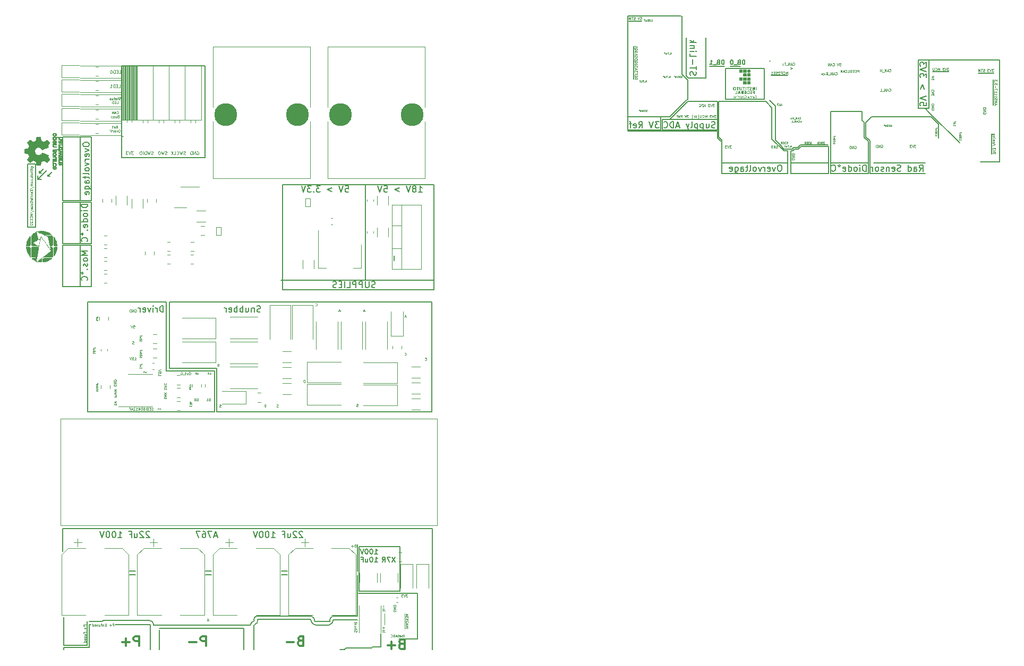
<source format=gbr>
%TF.GenerationSoftware,KiCad,Pcbnew,(6.0.9)*%
%TF.CreationDate,2022-11-24T15:29:20-03:00*%
%TF.ProjectId,main,6d61696e-2e6b-4696-9361-645f70636258,rev?*%
%TF.SameCoordinates,Original*%
%TF.FileFunction,Legend,Bot*%
%TF.FilePolarity,Positive*%
%FSLAX46Y46*%
G04 Gerber Fmt 4.6, Leading zero omitted, Abs format (unit mm)*
G04 Created by KiCad (PCBNEW (6.0.9)) date 2022-11-24 15:29:20*
%MOMM*%
%LPD*%
G01*
G04 APERTURE LIST*
%ADD10C,0.150000*%
%ADD11C,0.120000*%
%ADD12C,0.075000*%
%ADD13C,0.100000*%
%ADD14C,0.377000*%
%ADD15C,0.125000*%
%ADD16C,0.175000*%
%ADD17C,0.010000*%
%ADD18C,3.650000*%
G04 APERTURE END LIST*
D10*
X23622000Y-104648000D02*
X23622000Y-111252000D01*
X147498000Y-94977000D02*
X147498000Y-100077000D01*
X141498000Y-96477000D02*
X141498000Y-100077000D01*
D11*
X21887250Y-87122000D02*
X28411000Y-87126000D01*
D10*
X115898000Y-91077000D02*
X114448000Y-91077000D01*
X77927200Y-120599200D02*
X77927200Y-138125200D01*
X43154600Y-131622800D02*
X43300000Y-131622800D01*
X19278600Y-175691800D02*
X19278600Y-176047400D01*
X147498000Y-98427000D02*
X141498000Y-98427000D01*
X23037800Y-120599200D02*
X23037800Y-137668000D01*
X61544200Y-171551600D02*
X61645800Y-171551600D01*
X21844000Y-118110000D02*
X21844000Y-111506000D01*
X148048000Y-91027000D02*
X147098000Y-91977000D01*
X69799200Y-175615600D02*
X69799200Y-173532800D01*
X19278600Y-175387000D02*
X19278600Y-170865800D01*
X132048000Y-84477000D02*
X134648000Y-84477000D01*
D11*
X21887250Y-82916000D02*
X28491000Y-82916000D01*
D10*
X117818000Y-84247000D02*
X117821959Y-74977000D01*
X19050000Y-94234000D02*
X23368000Y-94234000D01*
X41859200Y-164134800D02*
X42773600Y-164134800D01*
X35560000Y-120599200D02*
X23037800Y-120599200D01*
X114448000Y-93127000D02*
X114448000Y-91077000D01*
X28491000Y-82956000D02*
X28491000Y-97606000D01*
X16722400Y-100557140D02*
X17022400Y-100557140D01*
X156548000Y-89677000D02*
X157148000Y-89677000D01*
X34493200Y-172681900D02*
X47929800Y-172669200D01*
X147748000Y-94877000D02*
X147748000Y-100077000D01*
X134048000Y-96477000D02*
X132148000Y-94577000D01*
X124198000Y-96477000D02*
X124198000Y-94777000D01*
X41741000Y-97606000D02*
X41741000Y-82936000D01*
X53949600Y-163499800D02*
X54864000Y-163499800D01*
X110098000Y-85027000D02*
X110098000Y-79777000D01*
X121648000Y-84847000D02*
X118848000Y-84847000D01*
X157498000Y-91027000D02*
X148048000Y-91027000D01*
X68326000Y-175768000D02*
X68478400Y-175615600D01*
X36068000Y-120599200D02*
X77927200Y-120599200D01*
X13512800Y-98606860D02*
X13512800Y-108657140D01*
X59283600Y-171551600D02*
X61569600Y-171551600D01*
X35560000Y-131622800D02*
X35560000Y-120599200D01*
X123448000Y-91477000D02*
X123448000Y-93127000D01*
X77470000Y-138125200D02*
X43637200Y-138125200D01*
X157298000Y-90427000D02*
X162098000Y-95227000D01*
X61529159Y-172161189D02*
G75*
G03*
X62280800Y-171272200I-301759J1017389D01*
G01*
X114448000Y-91077000D02*
X109148000Y-91077000D01*
X23622000Y-104394000D02*
X23622000Y-94234000D01*
X43154600Y-131622800D02*
X35763200Y-131622800D01*
X118498000Y-84492000D02*
X118848000Y-84842000D01*
X156548000Y-89677000D02*
X155448000Y-89677000D01*
X132148000Y-89577000D02*
X131198000Y-88627000D01*
X15372400Y-100007140D02*
X15372400Y-99707140D01*
X165048000Y-84077000D02*
X167498000Y-84077000D01*
X146548000Y-91627000D02*
X146548000Y-90227000D01*
D11*
X21887250Y-91694000D02*
X28421000Y-91696000D01*
D10*
X135148000Y-96477000D02*
X135148000Y-100077000D01*
X53848000Y-117094000D02*
X78232000Y-117094000D01*
X111348000Y-75777000D02*
X109348000Y-75777000D01*
X64287400Y-175768000D02*
X68326000Y-175768000D01*
X135748000Y-96227000D02*
X136348000Y-96227000D01*
X19050000Y-111506000D02*
X23622000Y-111506000D01*
D11*
X21887250Y-93980000D02*
X28421000Y-93980000D01*
D10*
X136698000Y-95577000D02*
X140898000Y-95577000D01*
X168398000Y-98227000D02*
X168398000Y-82027000D01*
X132698000Y-90852000D02*
X132698000Y-94752000D01*
X75666600Y-174396400D02*
X75666600Y-167055800D01*
X23037800Y-138125200D02*
X23037800Y-137617200D01*
X165398000Y-98227000D02*
X168398000Y-98227000D01*
X62179200Y-171272200D02*
X66065400Y-171272200D01*
X147498000Y-94977000D02*
X146848000Y-94327000D01*
X123448000Y-91477000D02*
X123448000Y-88627000D01*
X114448000Y-93127000D02*
X109148000Y-93127000D01*
X118748000Y-88227000D02*
X118748000Y-85177000D01*
X43637200Y-131191000D02*
X36068000Y-131191000D01*
X25323800Y-171551600D02*
X23317200Y-171551600D01*
X123448000Y-93327000D02*
X123448000Y-94427000D01*
X158698000Y-94427000D02*
X158698000Y-92227000D01*
X33604140Y-172135800D02*
G75*
G03*
X32816800Y-171373800I-761440J1000D01*
G01*
X141148000Y-98427000D02*
X135148000Y-98427000D01*
X49606200Y-176047400D02*
X49606200Y-172135800D01*
X23596600Y-172059600D02*
X23291800Y-172059600D01*
X136448000Y-95827000D02*
X136698000Y-95577000D01*
X62179200Y-170713400D02*
X66065400Y-170713400D01*
X160348000Y-83827000D02*
X157798000Y-83827000D01*
X64008000Y-176047400D02*
X63246000Y-176047400D01*
X123948000Y-94927000D02*
X123448000Y-94427000D01*
X134698000Y-96477000D02*
X134048000Y-96477000D01*
X32816800Y-171373800D02*
X25730200Y-171373800D01*
X134698000Y-96477000D02*
X134698000Y-100077000D01*
X141498000Y-96427000D02*
X141498000Y-90227000D01*
X141148000Y-100077000D02*
X135148000Y-100077000D01*
X49631606Y-171475422D02*
G75*
G03*
X48996600Y-172135800I237094J-863478D01*
G01*
X16722400Y-100557140D02*
X17422400Y-99857140D01*
X58623200Y-171246800D02*
G75*
G03*
X59588400Y-172161200I984800J72900D01*
G01*
X156548000Y-98427000D02*
X148348000Y-98427000D01*
X77927200Y-138125200D02*
X77470000Y-138125200D01*
X29794200Y-163499800D02*
X30708600Y-163499800D01*
X135398000Y-96177000D02*
X134048000Y-96177000D01*
X147748000Y-94877000D02*
X147098000Y-94227000D01*
X43154600Y-138125200D02*
X23037800Y-138125200D01*
X135398000Y-96177000D02*
X135598000Y-95977000D01*
X147098000Y-91977000D02*
X147098000Y-94227000D01*
X43637200Y-138125200D02*
X43637200Y-131191000D01*
X155448000Y-82027000D02*
X157298000Y-82027000D01*
X72872600Y-166776400D02*
X72872600Y-165811200D01*
X50073855Y-170727362D02*
G75*
G03*
X49631600Y-171475400I39045J-527838D01*
G01*
X124198000Y-94777000D02*
X123648000Y-94227000D01*
X22987000Y-175387000D02*
X19278600Y-175387000D01*
X19050000Y-118110000D02*
X19050000Y-111506000D01*
X146848000Y-91927000D02*
X146548000Y-91627000D01*
X147748000Y-100077000D02*
X156548000Y-100077000D01*
X34493200Y-176047400D02*
X34493200Y-172923200D01*
X135598000Y-95977000D02*
X136298000Y-95977000D01*
X133498000Y-95552000D02*
X132698000Y-94752000D01*
X14732000Y-108657141D02*
X13512800Y-108657140D01*
X158698000Y-92227000D02*
X157498000Y-91027000D01*
X121648000Y-84847000D02*
X121648000Y-78427000D01*
X23622000Y-111506000D02*
X23622000Y-118110000D01*
X118498000Y-78427000D02*
X118498000Y-84492000D01*
X16722400Y-100557140D02*
X16722400Y-100257140D01*
X43300000Y-138125200D02*
X43154600Y-138125200D01*
X59283636Y-171551602D02*
G75*
G03*
X58750200Y-170727348I-838936J41802D01*
G01*
X66294000Y-159588200D02*
X66294000Y-166776400D01*
X49606204Y-172135817D02*
G75*
G03*
X50190400Y-171246800I-168404J747117D01*
G01*
X36068000Y-131191000D02*
X36068000Y-120599200D01*
X132698000Y-90877000D02*
X132698000Y-89377000D01*
X72872600Y-159588200D02*
X66294000Y-159588200D01*
X67310000Y-117094000D02*
X67310000Y-101854000D01*
X130898000Y-88227000D02*
X130898000Y-83327000D01*
X123448000Y-93327000D02*
X109148000Y-93327000D01*
X115898000Y-91077000D02*
X118348000Y-88627000D01*
X136348000Y-96227000D02*
X136798000Y-95777000D01*
X28491000Y-97606000D02*
X41741000Y-97606000D01*
X35763200Y-131622800D02*
X35560000Y-131622800D01*
X19050000Y-104648000D02*
X23622000Y-104648000D01*
D11*
X21887250Y-84836000D02*
X28431000Y-84836000D01*
D10*
X23622000Y-111252000D02*
X19050000Y-111252000D01*
X140898000Y-95577000D02*
X141098000Y-95577000D01*
X135498000Y-96477000D02*
X135748000Y-96227000D01*
X43300000Y-138125200D02*
X43300000Y-131622800D01*
X19050000Y-156743400D02*
X19050000Y-160350200D01*
X14732000Y-98606859D02*
X13512800Y-98606860D01*
X66065400Y-164160200D02*
X66065400Y-170713400D01*
X62179191Y-170713372D02*
G75*
G03*
X61645800Y-171551600I257109J-752428D01*
G01*
X16522400Y-99614955D02*
X15122400Y-101014955D01*
X21844000Y-104394000D02*
X21844000Y-94234000D01*
X23291800Y-172059600D02*
X23291800Y-175691800D01*
X157298000Y-90427000D02*
X156548000Y-89677000D01*
X72872600Y-165811200D02*
X72872600Y-159588200D01*
X115898000Y-91477000D02*
X118748000Y-88627000D01*
X66065400Y-156743400D02*
X78003400Y-156743400D01*
X72694800Y-174396400D02*
X75666600Y-174396400D01*
X124748000Y-88277000D02*
X124748000Y-83327000D01*
X123448000Y-93127000D02*
X114698000Y-93127000D01*
X109148000Y-74977000D02*
X117628000Y-74977000D01*
X23622000Y-118110000D02*
X19050000Y-118110000D01*
X25730200Y-171373802D02*
G75*
G03*
X25323800Y-171551600I274500J-1180798D01*
G01*
X124198000Y-96477000D02*
X124198000Y-100077000D01*
X14732000Y-108657141D02*
X14732000Y-98606859D01*
X59588400Y-172161200D02*
X61518800Y-172161200D01*
X114698000Y-91477000D02*
X123448000Y-91477000D01*
X131898000Y-82177000D02*
X131748000Y-82177000D01*
X33020000Y-172059600D02*
X27457400Y-172059600D01*
D11*
X21871000Y-89408000D02*
X28421000Y-89408000D01*
D10*
X135148000Y-96477000D02*
X135498000Y-96477000D01*
X41741000Y-82936000D02*
X28491000Y-82936000D01*
X123648000Y-94227000D02*
X123648000Y-88627000D01*
X66065400Y-156743400D02*
X19050000Y-156743400D01*
X19050000Y-104394000D02*
X23622000Y-104394000D01*
X136298000Y-95977000D02*
X136448000Y-95827000D01*
X72872600Y-166776400D02*
X66294000Y-166776400D01*
X127148000Y-82977000D02*
X125548000Y-82977000D01*
X78232000Y-118618000D02*
X54102000Y-118618000D01*
X54102000Y-101854000D01*
X78232000Y-101854000D01*
X78232000Y-118618000D01*
X141148000Y-96477000D02*
X141148000Y-100077000D01*
X75666600Y-167055800D02*
X66217800Y-167055800D01*
X146848000Y-94327000D02*
X146848000Y-91927000D01*
X131198000Y-88627000D02*
X123648000Y-88627000D01*
X19050000Y-111252000D02*
X19050000Y-104648000D01*
X109148000Y-74977000D02*
X109148000Y-93127000D01*
X21844000Y-111252000D02*
X21844000Y-104648000D01*
X141148000Y-95777000D02*
X141148000Y-96477000D01*
X50190400Y-171246800D02*
X58623200Y-171246800D01*
X15372400Y-100007140D02*
X16072400Y-99307140D01*
X66065400Y-163525200D02*
X66065400Y-159283400D01*
D11*
X21887250Y-87488000D02*
X28421000Y-87488000D01*
D10*
X168398000Y-82027000D02*
X157298000Y-82027000D01*
X23368000Y-94234000D02*
X23622000Y-94234000D01*
X146548000Y-90227000D02*
X141498000Y-90227000D01*
X41859200Y-163499800D02*
X42773600Y-163499800D01*
X134048000Y-96177000D02*
X133498000Y-95552000D01*
D11*
X21887250Y-92060000D02*
X28421000Y-92060000D01*
D10*
X50073854Y-170727348D02*
X58750200Y-170727348D01*
X132148000Y-94577000D02*
X132148000Y-89577000D01*
X15372400Y-100007140D02*
X15672400Y-100007140D01*
X141498000Y-100077000D02*
X147498000Y-100077000D01*
X53949600Y-164134800D02*
X54864000Y-164134800D01*
D11*
X21887250Y-85202000D02*
X28471000Y-85202000D01*
X21887250Y-89774000D02*
X28421000Y-89776000D01*
D10*
X118348000Y-88627000D02*
X118748000Y-88227000D01*
X15122400Y-100414955D02*
X15122400Y-101014955D01*
X134698000Y-98427000D02*
X124198000Y-98427000D01*
X155448000Y-89677000D02*
X155448000Y-82027000D01*
X33020000Y-176047400D02*
X33020000Y-172059600D01*
X167448000Y-89202000D02*
X167448000Y-85152000D01*
X68478400Y-175615600D02*
X69799200Y-175615600D01*
X124748000Y-83327000D02*
X130898000Y-83327000D01*
X124548000Y-82977000D02*
X122198000Y-82977000D01*
X136798000Y-95777000D02*
X141148000Y-95777000D01*
X15122400Y-101014955D02*
X15722400Y-101014955D01*
X23291800Y-175691800D02*
X19278600Y-175691800D01*
X64262000Y-175768000D02*
X63969900Y-176047400D01*
X19050000Y-104394000D02*
X19050000Y-94234000D01*
X167198000Y-96977000D02*
X167198000Y-93727000D01*
X134698000Y-100077000D02*
X124198000Y-100077000D01*
X118748000Y-85177000D02*
X117818000Y-84247000D01*
X123448000Y-88627000D02*
X118748000Y-88627000D01*
X130898000Y-88277000D02*
X124748000Y-88277000D01*
X78003400Y-176072800D02*
X78003400Y-156743400D01*
X29794200Y-164134800D02*
X30708600Y-164134800D01*
X47929800Y-172669200D02*
X47929800Y-176047400D01*
X157148000Y-89677000D02*
X157148000Y-82027000D01*
X71922000Y-114010000D02*
X71922000Y-113260000D01*
X132698000Y-89377000D02*
X131748000Y-88427000D01*
X22987000Y-175387000D02*
X22987000Y-171551600D01*
X114698000Y-93127000D02*
X114698000Y-91477000D01*
X48996600Y-172135800D02*
X33604200Y-172135800D01*
X23058380Y-112498476D02*
X22058380Y-112498476D01*
X22772666Y-112831809D01*
X22058380Y-113165142D01*
X23058380Y-113165142D01*
X23058380Y-113784190D02*
X23010761Y-113688952D01*
X22963142Y-113641333D01*
X22867904Y-113593714D01*
X22582190Y-113593714D01*
X22486952Y-113641333D01*
X22439333Y-113688952D01*
X22391714Y-113784190D01*
X22391714Y-113927047D01*
X22439333Y-114022285D01*
X22486952Y-114069904D01*
X22582190Y-114117523D01*
X22867904Y-114117523D01*
X22963142Y-114069904D01*
X23010761Y-114022285D01*
X23058380Y-113927047D01*
X23058380Y-113784190D01*
X23010761Y-114498476D02*
X23058380Y-114593714D01*
X23058380Y-114784190D01*
X23010761Y-114879428D01*
X22915523Y-114927047D01*
X22867904Y-114927047D01*
X22772666Y-114879428D01*
X22725047Y-114784190D01*
X22725047Y-114641333D01*
X22677428Y-114546095D01*
X22582190Y-114498476D01*
X22534571Y-114498476D01*
X22439333Y-114546095D01*
X22391714Y-114641333D01*
X22391714Y-114784190D01*
X22439333Y-114879428D01*
X22963142Y-115355619D02*
X23010761Y-115403238D01*
X23058380Y-115355619D01*
X23010761Y-115308000D01*
X22963142Y-115355619D01*
X23058380Y-115355619D01*
X22058380Y-115974666D02*
X22106000Y-115879428D01*
X22201238Y-115831809D01*
X22296476Y-115879428D01*
X22344095Y-115974666D01*
X22296476Y-116069904D01*
X22201238Y-116117523D01*
X22106000Y-116069904D01*
X22058380Y-115974666D01*
X22963142Y-117165142D02*
X23010761Y-117117523D01*
X23058380Y-116974666D01*
X23058380Y-116879428D01*
X23010761Y-116736571D01*
X22915523Y-116641333D01*
X22820285Y-116593714D01*
X22629809Y-116546095D01*
X22486952Y-116546095D01*
X22296476Y-116593714D01*
X22201238Y-116641333D01*
X22106000Y-116736571D01*
X22058380Y-116879428D01*
X22058380Y-116974666D01*
X22106000Y-117117523D01*
X22153619Y-117165142D01*
D12*
X161112285Y-92305571D02*
X161112285Y-92477000D01*
X161112285Y-92391285D02*
X161412285Y-92391285D01*
X161369428Y-92419857D01*
X161340857Y-92448428D01*
X161326571Y-92477000D01*
X161312285Y-92048428D02*
X161112285Y-92048428D01*
X161312285Y-92177000D02*
X161155142Y-92177000D01*
X161126571Y-92162714D01*
X161112285Y-92134142D01*
X161112285Y-92091285D01*
X161126571Y-92062714D01*
X161140857Y-92048428D01*
X161269428Y-91805571D02*
X161269428Y-91905571D01*
X161112285Y-91905571D02*
X161412285Y-91905571D01*
X161412285Y-91762714D01*
X31364285Y-126721428D02*
X31364285Y-126892857D01*
X31364285Y-126807142D02*
X31664285Y-126807142D01*
X31621428Y-126835714D01*
X31592857Y-126864285D01*
X31578571Y-126892857D01*
X31664285Y-126535714D02*
X31664285Y-126507142D01*
X31650000Y-126478571D01*
X31635714Y-126464285D01*
X31607142Y-126450000D01*
X31550000Y-126435714D01*
X31478571Y-126435714D01*
X31421428Y-126450000D01*
X31392857Y-126464285D01*
X31378571Y-126478571D01*
X31364285Y-126507142D01*
X31364285Y-126535714D01*
X31378571Y-126564285D01*
X31392857Y-126578571D01*
X31421428Y-126592857D01*
X31478571Y-126607142D01*
X31550000Y-126607142D01*
X31607142Y-126592857D01*
X31635714Y-126578571D01*
X31650000Y-126564285D01*
X31664285Y-126535714D01*
X31564285Y-126307142D02*
X31364285Y-126307142D01*
X31535714Y-126307142D02*
X31550000Y-126292857D01*
X31564285Y-126264285D01*
X31564285Y-126221428D01*
X31550000Y-126192857D01*
X31521428Y-126178571D01*
X31364285Y-126178571D01*
X31521428Y-125935714D02*
X31521428Y-126035714D01*
X31364285Y-126035714D02*
X31664285Y-126035714D01*
X31664285Y-125892857D01*
D13*
X150867047Y-83819857D02*
X150886095Y-83838904D01*
X150943238Y-83857952D01*
X150981333Y-83857952D01*
X151038476Y-83838904D01*
X151076571Y-83800809D01*
X151095619Y-83762714D01*
X151114666Y-83686523D01*
X151114666Y-83629380D01*
X151095619Y-83553190D01*
X151076571Y-83515095D01*
X151038476Y-83477000D01*
X150981333Y-83457952D01*
X150943238Y-83457952D01*
X150886095Y-83477000D01*
X150867047Y-83496047D01*
X150714666Y-83743666D02*
X150524190Y-83743666D01*
X150752761Y-83857952D02*
X150619428Y-83457952D01*
X150486095Y-83857952D01*
X150352761Y-83857952D02*
X150352761Y-83457952D01*
X150124190Y-83857952D01*
X150124190Y-83457952D01*
X150028952Y-83896047D02*
X149724190Y-83896047D01*
X149628952Y-83857952D02*
X149628952Y-83457952D01*
X149628952Y-83648428D02*
X149400380Y-83648428D01*
X149400380Y-83857952D02*
X149400380Y-83457952D01*
X57686561Y-133429352D02*
X57686561Y-133029352D01*
X57591323Y-133029352D01*
X57534180Y-133048400D01*
X57496085Y-133086495D01*
X57477038Y-133124590D01*
X57457990Y-133200780D01*
X57457990Y-133257923D01*
X57477038Y-133334114D01*
X57496085Y-133372209D01*
X57534180Y-133410304D01*
X57591323Y-133429352D01*
X57686561Y-133429352D01*
X142907523Y-82507952D02*
X143098000Y-82507952D01*
X143117047Y-82698428D01*
X143098000Y-82679380D01*
X143059904Y-82660333D01*
X142964666Y-82660333D01*
X142926571Y-82679380D01*
X142907523Y-82698428D01*
X142888476Y-82736523D01*
X142888476Y-82831761D01*
X142907523Y-82869857D01*
X142926571Y-82888904D01*
X142964666Y-82907952D01*
X143059904Y-82907952D01*
X143098000Y-82888904D01*
X143117047Y-82869857D01*
X142774190Y-82507952D02*
X142640857Y-82907952D01*
X142507523Y-82507952D01*
X141840857Y-82869857D02*
X141859904Y-82888904D01*
X141917047Y-82907952D01*
X141955142Y-82907952D01*
X142012285Y-82888904D01*
X142050380Y-82850809D01*
X142069428Y-82812714D01*
X142088476Y-82736523D01*
X142088476Y-82679380D01*
X142069428Y-82603190D01*
X142050380Y-82565095D01*
X142012285Y-82527000D01*
X141955142Y-82507952D01*
X141917047Y-82507952D01*
X141859904Y-82527000D01*
X141840857Y-82546047D01*
X141688476Y-82793666D02*
X141498000Y-82793666D01*
X141726571Y-82907952D02*
X141593238Y-82507952D01*
X141459904Y-82907952D01*
X141326571Y-82907952D02*
X141326571Y-82507952D01*
X141098000Y-82907952D01*
X141098000Y-82507952D01*
X145352761Y-95727000D02*
X145390857Y-95707952D01*
X145448000Y-95707952D01*
X145505142Y-95727000D01*
X145543238Y-95765095D01*
X145562285Y-95803190D01*
X145581333Y-95879380D01*
X145581333Y-95936523D01*
X145562285Y-96012714D01*
X145543238Y-96050809D01*
X145505142Y-96088904D01*
X145448000Y-96107952D01*
X145409904Y-96107952D01*
X145352761Y-96088904D01*
X145333714Y-96069857D01*
X145333714Y-95936523D01*
X145409904Y-95936523D01*
X145162285Y-96107952D02*
X145162285Y-95707952D01*
X144933714Y-96107952D01*
X144933714Y-95707952D01*
X144743238Y-96107952D02*
X144743238Y-95707952D01*
X144648000Y-95707952D01*
X144590857Y-95727000D01*
X144552761Y-95765095D01*
X144533714Y-95803190D01*
X144514666Y-95879380D01*
X144514666Y-95936523D01*
X144533714Y-96012714D01*
X144552761Y-96050809D01*
X144590857Y-96088904D01*
X144648000Y-96107952D01*
X144743238Y-96107952D01*
D10*
X155648000Y-99729380D02*
X155981333Y-99253190D01*
X156219428Y-99729380D02*
X156219428Y-98729380D01*
X155838476Y-98729380D01*
X155743238Y-98777000D01*
X155695619Y-98824619D01*
X155648000Y-98919857D01*
X155648000Y-99062714D01*
X155695619Y-99157952D01*
X155743238Y-99205571D01*
X155838476Y-99253190D01*
X156219428Y-99253190D01*
X154790857Y-99729380D02*
X154790857Y-99205571D01*
X154838476Y-99110333D01*
X154933714Y-99062714D01*
X155124190Y-99062714D01*
X155219428Y-99110333D01*
X154790857Y-99681761D02*
X154886095Y-99729380D01*
X155124190Y-99729380D01*
X155219428Y-99681761D01*
X155267047Y-99586523D01*
X155267047Y-99491285D01*
X155219428Y-99396047D01*
X155124190Y-99348428D01*
X154886095Y-99348428D01*
X154790857Y-99300809D01*
X153886095Y-99729380D02*
X153886095Y-98729380D01*
X153886095Y-99681761D02*
X153981333Y-99729380D01*
X154171809Y-99729380D01*
X154267047Y-99681761D01*
X154314666Y-99634142D01*
X154362285Y-99538904D01*
X154362285Y-99253190D01*
X154314666Y-99157952D01*
X154267047Y-99110333D01*
X154171809Y-99062714D01*
X153981333Y-99062714D01*
X153886095Y-99110333D01*
X152695619Y-99681761D02*
X152552761Y-99729380D01*
X152314666Y-99729380D01*
X152219428Y-99681761D01*
X152171809Y-99634142D01*
X152124190Y-99538904D01*
X152124190Y-99443666D01*
X152171809Y-99348428D01*
X152219428Y-99300809D01*
X152314666Y-99253190D01*
X152505142Y-99205571D01*
X152600380Y-99157952D01*
X152648000Y-99110333D01*
X152695619Y-99015095D01*
X152695619Y-98919857D01*
X152648000Y-98824619D01*
X152600380Y-98777000D01*
X152505142Y-98729380D01*
X152267047Y-98729380D01*
X152124190Y-98777000D01*
X151314666Y-99681761D02*
X151409904Y-99729380D01*
X151600380Y-99729380D01*
X151695619Y-99681761D01*
X151743238Y-99586523D01*
X151743238Y-99205571D01*
X151695619Y-99110333D01*
X151600380Y-99062714D01*
X151409904Y-99062714D01*
X151314666Y-99110333D01*
X151267047Y-99205571D01*
X151267047Y-99300809D01*
X151743238Y-99396047D01*
X150838476Y-99062714D02*
X150838476Y-99729380D01*
X150838476Y-99157952D02*
X150790857Y-99110333D01*
X150695619Y-99062714D01*
X150552761Y-99062714D01*
X150457523Y-99110333D01*
X150409904Y-99205571D01*
X150409904Y-99729380D01*
X149981333Y-99681761D02*
X149886095Y-99729380D01*
X149695619Y-99729380D01*
X149600380Y-99681761D01*
X149552761Y-99586523D01*
X149552761Y-99538904D01*
X149600380Y-99443666D01*
X149695619Y-99396047D01*
X149838476Y-99396047D01*
X149933714Y-99348428D01*
X149981333Y-99253190D01*
X149981333Y-99205571D01*
X149933714Y-99110333D01*
X149838476Y-99062714D01*
X149695619Y-99062714D01*
X149600380Y-99110333D01*
X148981333Y-99729380D02*
X149076571Y-99681761D01*
X149124190Y-99634142D01*
X149171809Y-99538904D01*
X149171809Y-99253190D01*
X149124190Y-99157952D01*
X149076571Y-99110333D01*
X148981333Y-99062714D01*
X148838476Y-99062714D01*
X148743238Y-99110333D01*
X148695619Y-99157952D01*
X148648000Y-99253190D01*
X148648000Y-99538904D01*
X148695619Y-99634142D01*
X148743238Y-99681761D01*
X148838476Y-99729380D01*
X148981333Y-99729380D01*
X148219428Y-99729380D02*
X148219428Y-99062714D01*
X148219428Y-99253190D02*
X148171809Y-99157952D01*
X148124190Y-99110333D01*
X148028952Y-99062714D01*
X147933714Y-99062714D01*
D13*
X70050047Y-169871971D02*
X70450047Y-169871971D01*
X70316714Y-169681495D02*
X70050047Y-169681495D01*
X70278619Y-169681495D02*
X70297666Y-169662447D01*
X70316714Y-169624352D01*
X70316714Y-169567209D01*
X70297666Y-169529114D01*
X70259571Y-169510066D01*
X70050047Y-169510066D01*
X70202428Y-169319590D02*
X70202428Y-169014828D01*
D14*
X73088809Y-175152285D02*
X72873380Y-175224095D01*
X72801571Y-175295904D01*
X72729761Y-175439523D01*
X72729761Y-175654952D01*
X72801571Y-175798571D01*
X72873380Y-175870380D01*
X73017000Y-175942190D01*
X73591476Y-175942190D01*
X73591476Y-174434190D01*
X73088809Y-174434190D01*
X72945190Y-174506000D01*
X72873380Y-174577809D01*
X72801571Y-174721428D01*
X72801571Y-174865047D01*
X72873380Y-175008666D01*
X72945190Y-175080476D01*
X73088809Y-175152285D01*
X73591476Y-175152285D01*
X72083476Y-175367714D02*
X70934523Y-175367714D01*
X71509000Y-175942190D02*
X71509000Y-174793238D01*
D12*
X136519428Y-91392642D02*
X136533714Y-91406928D01*
X136576571Y-91421214D01*
X136605142Y-91421214D01*
X136648000Y-91406928D01*
X136676571Y-91378357D01*
X136690857Y-91349785D01*
X136705142Y-91292642D01*
X136705142Y-91249785D01*
X136690857Y-91192642D01*
X136676571Y-91164071D01*
X136648000Y-91135500D01*
X136605142Y-91121214D01*
X136576571Y-91121214D01*
X136533714Y-91135500D01*
X136519428Y-91149785D01*
X136405142Y-91335500D02*
X136262285Y-91335500D01*
X136433714Y-91421214D02*
X136333714Y-91121214D01*
X136233714Y-91421214D01*
X136133714Y-91421214D02*
X136133714Y-91121214D01*
X135962285Y-91421214D01*
X135962285Y-91121214D01*
X135890857Y-91449785D02*
X135662285Y-91449785D01*
X135590857Y-91421214D02*
X135590857Y-91121214D01*
X135590857Y-91264071D02*
X135419428Y-91264071D01*
X135419428Y-91421214D02*
X135419428Y-91121214D01*
X135276571Y-91221214D02*
X135048000Y-91306928D01*
X135276571Y-91392642D01*
X136655142Y-91704214D02*
X136883714Y-91789928D01*
X136655142Y-91875642D01*
X136340857Y-91875642D02*
X136355142Y-91889928D01*
X136398000Y-91904214D01*
X136426571Y-91904214D01*
X136469428Y-91889928D01*
X136498000Y-91861357D01*
X136512285Y-91832785D01*
X136526571Y-91775642D01*
X136526571Y-91732785D01*
X136512285Y-91675642D01*
X136498000Y-91647071D01*
X136469428Y-91618500D01*
X136426571Y-91604214D01*
X136398000Y-91604214D01*
X136355142Y-91618500D01*
X136340857Y-91632785D01*
X136226571Y-91818500D02*
X136083714Y-91818500D01*
X136255142Y-91904214D02*
X136155142Y-91604214D01*
X136055142Y-91904214D01*
X135955142Y-91904214D02*
X135955142Y-91604214D01*
X135783714Y-91904214D01*
X135783714Y-91604214D01*
X135712285Y-91932785D02*
X135483714Y-91932785D01*
X135269428Y-91904214D02*
X135412285Y-91904214D01*
X135412285Y-91604214D01*
X140483714Y-95052714D02*
X140298000Y-95052714D01*
X140398000Y-95167000D01*
X140355142Y-95167000D01*
X140326571Y-95181285D01*
X140312285Y-95195571D01*
X140298000Y-95224142D01*
X140298000Y-95295571D01*
X140312285Y-95324142D01*
X140326571Y-95338428D01*
X140355142Y-95352714D01*
X140440857Y-95352714D01*
X140469428Y-95338428D01*
X140483714Y-95324142D01*
X140112285Y-95052714D02*
X140083714Y-95052714D01*
X140055142Y-95067000D01*
X140040857Y-95081285D01*
X140026571Y-95109857D01*
X140012285Y-95167000D01*
X140012285Y-95238428D01*
X140026571Y-95295571D01*
X140040857Y-95324142D01*
X140055142Y-95338428D01*
X140083714Y-95352714D01*
X140112285Y-95352714D01*
X140140857Y-95338428D01*
X140155142Y-95324142D01*
X140169428Y-95295571D01*
X140183714Y-95238428D01*
X140183714Y-95167000D01*
X140169428Y-95109857D01*
X140155142Y-95081285D01*
X140140857Y-95067000D01*
X140112285Y-95052714D01*
X139826571Y-95052714D02*
X139798000Y-95052714D01*
X139769428Y-95067000D01*
X139755142Y-95081285D01*
X139740857Y-95109857D01*
X139726571Y-95167000D01*
X139726571Y-95238428D01*
X139740857Y-95295571D01*
X139755142Y-95324142D01*
X139769428Y-95338428D01*
X139798000Y-95352714D01*
X139826571Y-95352714D01*
X139855142Y-95338428D01*
X139869428Y-95324142D01*
X139883714Y-95295571D01*
X139898000Y-95238428D01*
X139898000Y-95167000D01*
X139883714Y-95109857D01*
X139869428Y-95081285D01*
X139855142Y-95067000D01*
X139826571Y-95052714D01*
X139426571Y-95352714D02*
X139526571Y-95209857D01*
X139598000Y-95352714D02*
X139598000Y-95052714D01*
X139483714Y-95052714D01*
X139455142Y-95067000D01*
X139440857Y-95081285D01*
X139426571Y-95109857D01*
X139426571Y-95152714D01*
X139440857Y-95181285D01*
X139455142Y-95195571D01*
X139483714Y-95209857D01*
X139598000Y-95209857D01*
D10*
X133474329Y-98729380D02*
X133283853Y-98729380D01*
X133188615Y-98777000D01*
X133093377Y-98872238D01*
X133045758Y-99062714D01*
X133045758Y-99396047D01*
X133093377Y-99586523D01*
X133188615Y-99681761D01*
X133283853Y-99729380D01*
X133474329Y-99729380D01*
X133569567Y-99681761D01*
X133664805Y-99586523D01*
X133712424Y-99396047D01*
X133712424Y-99062714D01*
X133664805Y-98872238D01*
X133569567Y-98777000D01*
X133474329Y-98729380D01*
X132712424Y-99062714D02*
X132474329Y-99729380D01*
X132236234Y-99062714D01*
X131474329Y-99681761D02*
X131569567Y-99729380D01*
X131760043Y-99729380D01*
X131855281Y-99681761D01*
X131902900Y-99586523D01*
X131902900Y-99205571D01*
X131855281Y-99110333D01*
X131760043Y-99062714D01*
X131569567Y-99062714D01*
X131474329Y-99110333D01*
X131426710Y-99205571D01*
X131426710Y-99300809D01*
X131902900Y-99396047D01*
X130998138Y-99729380D02*
X130998138Y-99062714D01*
X130998138Y-99253190D02*
X130950519Y-99157952D01*
X130902900Y-99110333D01*
X130807662Y-99062714D01*
X130712424Y-99062714D01*
X130474329Y-99062714D02*
X130236234Y-99729380D01*
X129998138Y-99062714D01*
X129474329Y-99729380D02*
X129569567Y-99681761D01*
X129617186Y-99634142D01*
X129664805Y-99538904D01*
X129664805Y-99253190D01*
X129617186Y-99157952D01*
X129569567Y-99110333D01*
X129474329Y-99062714D01*
X129331472Y-99062714D01*
X129236234Y-99110333D01*
X129188615Y-99157952D01*
X129140996Y-99253190D01*
X129140996Y-99538904D01*
X129188615Y-99634142D01*
X129236234Y-99681761D01*
X129331472Y-99729380D01*
X129474329Y-99729380D01*
X128569567Y-99729380D02*
X128664805Y-99681761D01*
X128712424Y-99586523D01*
X128712424Y-98729380D01*
X128331472Y-99062714D02*
X127950519Y-99062714D01*
X128188615Y-98729380D02*
X128188615Y-99586523D01*
X128140996Y-99681761D01*
X128045758Y-99729380D01*
X127950519Y-99729380D01*
X127188615Y-99729380D02*
X127188615Y-99205571D01*
X127236234Y-99110333D01*
X127331472Y-99062714D01*
X127521948Y-99062714D01*
X127617186Y-99110333D01*
X127188615Y-99681761D02*
X127283853Y-99729380D01*
X127521948Y-99729380D01*
X127617186Y-99681761D01*
X127664805Y-99586523D01*
X127664805Y-99491285D01*
X127617186Y-99396047D01*
X127521948Y-99348428D01*
X127283853Y-99348428D01*
X127188615Y-99300809D01*
X126283853Y-99062714D02*
X126283853Y-99872238D01*
X126331472Y-99967476D01*
X126379091Y-100015095D01*
X126474329Y-100062714D01*
X126617186Y-100062714D01*
X126712424Y-100015095D01*
X126283853Y-99681761D02*
X126379091Y-99729380D01*
X126569567Y-99729380D01*
X126664805Y-99681761D01*
X126712424Y-99634142D01*
X126760043Y-99538904D01*
X126760043Y-99253190D01*
X126712424Y-99157952D01*
X126664805Y-99110333D01*
X126569567Y-99062714D01*
X126379091Y-99062714D01*
X126283853Y-99110333D01*
X125426710Y-99681761D02*
X125521948Y-99729380D01*
X125712424Y-99729380D01*
X125807662Y-99681761D01*
X125855281Y-99586523D01*
X125855281Y-99205571D01*
X125807662Y-99110333D01*
X125712424Y-99062714D01*
X125521948Y-99062714D01*
X125426710Y-99110333D01*
X125379091Y-99205571D01*
X125379091Y-99300809D01*
X125855281Y-99396047D01*
D13*
X35245695Y-136032809D02*
X35226647Y-135975666D01*
X35226647Y-135880428D01*
X35245695Y-135842333D01*
X35264742Y-135823285D01*
X35302838Y-135804238D01*
X35340933Y-135804238D01*
X35379028Y-135823285D01*
X35398076Y-135842333D01*
X35417123Y-135880428D01*
X35436171Y-135956619D01*
X35455219Y-135994714D01*
X35474266Y-136013761D01*
X35512361Y-136032809D01*
X35550457Y-136032809D01*
X35588552Y-136013761D01*
X35607600Y-135994714D01*
X35626647Y-135956619D01*
X35626647Y-135861380D01*
X35607600Y-135804238D01*
X35226647Y-135632809D02*
X35626647Y-135632809D01*
X35226647Y-135404238D01*
X35626647Y-135404238D01*
X35226647Y-135213761D02*
X35626647Y-135213761D01*
X35226647Y-134985190D02*
X35455219Y-135156619D01*
X35626647Y-134985190D02*
X35398076Y-135213761D01*
D15*
X33500523Y-97058380D02*
X33429095Y-97082190D01*
X33310047Y-97082190D01*
X33262428Y-97058380D01*
X33238619Y-97034571D01*
X33214809Y-96986952D01*
X33214809Y-96939333D01*
X33238619Y-96891714D01*
X33262428Y-96867904D01*
X33310047Y-96844095D01*
X33405285Y-96820285D01*
X33452904Y-96796476D01*
X33476714Y-96772666D01*
X33500523Y-96725047D01*
X33500523Y-96677428D01*
X33476714Y-96629809D01*
X33452904Y-96606000D01*
X33405285Y-96582190D01*
X33286238Y-96582190D01*
X33214809Y-96606000D01*
X33048142Y-96582190D02*
X32929095Y-97082190D01*
X32833857Y-96725047D01*
X32738619Y-97082190D01*
X32619571Y-96582190D01*
X32429095Y-97082190D02*
X32429095Y-96582190D01*
X32310047Y-96582190D01*
X32238619Y-96606000D01*
X32191000Y-96653619D01*
X32167190Y-96701238D01*
X32143380Y-96796476D01*
X32143380Y-96867904D01*
X32167190Y-96963142D01*
X32191000Y-97010761D01*
X32238619Y-97058380D01*
X32310047Y-97082190D01*
X32429095Y-97082190D01*
X31929095Y-97082190D02*
X31929095Y-96582190D01*
X31595761Y-96582190D02*
X31500523Y-96582190D01*
X31452904Y-96606000D01*
X31405285Y-96653619D01*
X31381476Y-96748857D01*
X31381476Y-96915523D01*
X31405285Y-97010761D01*
X31452904Y-97058380D01*
X31500523Y-97082190D01*
X31595761Y-97082190D01*
X31643380Y-97058380D01*
X31691000Y-97010761D01*
X31714809Y-96915523D01*
X31714809Y-96748857D01*
X31691000Y-96653619D01*
X31643380Y-96606000D01*
X31595761Y-96582190D01*
X40471952Y-96606000D02*
X40519571Y-96582190D01*
X40591000Y-96582190D01*
X40662428Y-96606000D01*
X40710047Y-96653619D01*
X40733857Y-96701238D01*
X40757666Y-96796476D01*
X40757666Y-96867904D01*
X40733857Y-96963142D01*
X40710047Y-97010761D01*
X40662428Y-97058380D01*
X40591000Y-97082190D01*
X40543380Y-97082190D01*
X40471952Y-97058380D01*
X40448142Y-97034571D01*
X40448142Y-96867904D01*
X40543380Y-96867904D01*
X40233857Y-97082190D02*
X40233857Y-96582190D01*
X39948142Y-97082190D01*
X39948142Y-96582190D01*
X39710047Y-97082190D02*
X39710047Y-96582190D01*
X39591000Y-96582190D01*
X39519571Y-96606000D01*
X39471952Y-96653619D01*
X39448142Y-96701238D01*
X39424333Y-96796476D01*
X39424333Y-96867904D01*
X39448142Y-96963142D01*
X39471952Y-97010761D01*
X39519571Y-97058380D01*
X39591000Y-97082190D01*
X39710047Y-97082190D01*
D13*
X27257161Y-172316752D02*
X27257161Y-171916752D01*
X27104780Y-171916752D01*
X27066685Y-171935800D01*
X27047638Y-171954847D01*
X27028590Y-171992942D01*
X27028590Y-172050085D01*
X27047638Y-172088180D01*
X27066685Y-172107228D01*
X27104780Y-172126276D01*
X27257161Y-172126276D01*
X26857161Y-172164371D02*
X26552400Y-172164371D01*
X26704780Y-172316752D02*
X26704780Y-172011990D01*
X26057161Y-171916752D02*
X26057161Y-172240561D01*
X26038114Y-172278657D01*
X26019066Y-172297704D01*
X25980971Y-172316752D01*
X25904780Y-172316752D01*
X25866685Y-172297704D01*
X25847638Y-172278657D01*
X25828590Y-172240561D01*
X25828590Y-171916752D01*
X25638114Y-172050085D02*
X25638114Y-172316752D01*
X25638114Y-172088180D02*
X25619066Y-172069133D01*
X25580971Y-172050085D01*
X25523828Y-172050085D01*
X25485733Y-172069133D01*
X25466685Y-172107228D01*
X25466685Y-172316752D01*
X25333352Y-172050085D02*
X25180971Y-172050085D01*
X25276209Y-172316752D02*
X25276209Y-171973895D01*
X25257161Y-171935800D01*
X25219066Y-171916752D01*
X25180971Y-171916752D01*
X24876209Y-172050085D02*
X24876209Y-172316752D01*
X25047638Y-172050085D02*
X25047638Y-172259609D01*
X25028590Y-172297704D01*
X24990495Y-172316752D01*
X24933352Y-172316752D01*
X24895257Y-172297704D01*
X24876209Y-172278657D01*
X24704780Y-172297704D02*
X24666685Y-172316752D01*
X24590495Y-172316752D01*
X24552400Y-172297704D01*
X24533352Y-172259609D01*
X24533352Y-172240561D01*
X24552400Y-172202466D01*
X24590495Y-172183419D01*
X24647638Y-172183419D01*
X24685733Y-172164371D01*
X24704780Y-172126276D01*
X24704780Y-172107228D01*
X24685733Y-172069133D01*
X24647638Y-172050085D01*
X24590495Y-172050085D01*
X24552400Y-172069133D01*
X24209542Y-172297704D02*
X24247638Y-172316752D01*
X24323828Y-172316752D01*
X24361923Y-172297704D01*
X24380971Y-172259609D01*
X24380971Y-172107228D01*
X24361923Y-172069133D01*
X24323828Y-172050085D01*
X24247638Y-172050085D01*
X24209542Y-172069133D01*
X24190495Y-172107228D01*
X24190495Y-172145323D01*
X24380971Y-172183419D01*
X23847638Y-172316752D02*
X23847638Y-171916752D01*
X23847638Y-172297704D02*
X23885733Y-172316752D01*
X23961923Y-172316752D01*
X24000019Y-172297704D01*
X24019066Y-172278657D01*
X24038114Y-172240561D01*
X24038114Y-172126276D01*
X24019066Y-172088180D01*
X24000019Y-172069133D01*
X23961923Y-172050085D01*
X23885733Y-172050085D01*
X23847638Y-172069133D01*
X125643238Y-95657952D02*
X125395619Y-95657952D01*
X125528952Y-95810333D01*
X125471809Y-95810333D01*
X125433714Y-95829380D01*
X125414666Y-95848428D01*
X125395619Y-95886523D01*
X125395619Y-95981761D01*
X125414666Y-96019857D01*
X125433714Y-96038904D01*
X125471809Y-96057952D01*
X125586095Y-96057952D01*
X125624190Y-96038904D01*
X125643238Y-96019857D01*
X125281333Y-95657952D02*
X125148000Y-96057952D01*
X125014666Y-95657952D01*
X124919428Y-95657952D02*
X124671809Y-95657952D01*
X124805142Y-95810333D01*
X124748000Y-95810333D01*
X124709904Y-95829380D01*
X124690857Y-95848428D01*
X124671809Y-95886523D01*
X124671809Y-95981761D01*
X124690857Y-96019857D01*
X124709904Y-96038904D01*
X124748000Y-96057952D01*
X124862285Y-96057952D01*
X124900380Y-96038904D01*
X124919428Y-96019857D01*
X63290438Y-122037466D02*
X63099961Y-122037466D01*
X63328533Y-122151752D02*
X63195200Y-121751752D01*
X63061866Y-122151752D01*
X43751514Y-130495695D02*
X43808657Y-130476647D01*
X43903895Y-130476647D01*
X43941990Y-130495695D01*
X43961038Y-130514742D01*
X43980085Y-130552838D01*
X43980085Y-130590933D01*
X43961038Y-130629028D01*
X43941990Y-130648076D01*
X43903895Y-130667123D01*
X43827704Y-130686171D01*
X43789609Y-130705219D01*
X43770561Y-130724266D01*
X43751514Y-130762361D01*
X43751514Y-130800457D01*
X43770561Y-130838552D01*
X43789609Y-130857600D01*
X43827704Y-130876647D01*
X43922942Y-130876647D01*
X43980085Y-130857600D01*
D15*
X35681476Y-97058380D02*
X35610047Y-97082190D01*
X35491000Y-97082190D01*
X35443380Y-97058380D01*
X35419571Y-97034571D01*
X35395761Y-96986952D01*
X35395761Y-96939333D01*
X35419571Y-96891714D01*
X35443380Y-96867904D01*
X35491000Y-96844095D01*
X35586238Y-96820285D01*
X35633857Y-96796476D01*
X35657666Y-96772666D01*
X35681476Y-96725047D01*
X35681476Y-96677428D01*
X35657666Y-96629809D01*
X35633857Y-96606000D01*
X35586238Y-96582190D01*
X35467190Y-96582190D01*
X35395761Y-96606000D01*
X35229095Y-96582190D02*
X35110047Y-97082190D01*
X35014809Y-96725047D01*
X34919571Y-97082190D01*
X34800523Y-96582190D01*
X34514809Y-96582190D02*
X34419571Y-96582190D01*
X34371952Y-96606000D01*
X34324333Y-96653619D01*
X34300523Y-96748857D01*
X34300523Y-96915523D01*
X34324333Y-97010761D01*
X34371952Y-97058380D01*
X34419571Y-97082190D01*
X34514809Y-97082190D01*
X34562428Y-97058380D01*
X34610047Y-97010761D01*
X34633857Y-96915523D01*
X34633857Y-96748857D01*
X34610047Y-96653619D01*
X34562428Y-96606000D01*
X34514809Y-96582190D01*
D12*
X42514285Y-132135714D02*
X42685714Y-132135714D01*
X42600000Y-132135714D02*
X42600000Y-131835714D01*
X42628571Y-131878571D01*
X42657142Y-131907142D01*
X42685714Y-131921428D01*
X42214285Y-132135714D02*
X42314285Y-131992857D01*
X42385714Y-132135714D02*
X42385714Y-131835714D01*
X42271428Y-131835714D01*
X42242857Y-131850000D01*
X42228571Y-131864285D01*
X42214285Y-131892857D01*
X42214285Y-131935714D01*
X42228571Y-131964285D01*
X42242857Y-131978571D01*
X42271428Y-131992857D01*
X42385714Y-131992857D01*
D10*
X156745619Y-88779380D02*
X156745619Y-89255571D01*
X156269428Y-89303190D01*
X156317047Y-89255571D01*
X156364666Y-89160333D01*
X156364666Y-88922238D01*
X156317047Y-88827000D01*
X156269428Y-88779380D01*
X156174190Y-88731761D01*
X155936095Y-88731761D01*
X155840857Y-88779380D01*
X155793238Y-88827000D01*
X155745619Y-88922238D01*
X155745619Y-89160333D01*
X155793238Y-89255571D01*
X155840857Y-89303190D01*
X156745619Y-88446047D02*
X155745619Y-88112714D01*
X156745619Y-87779380D01*
X156412285Y-86684142D02*
X156126571Y-85922238D01*
X155840857Y-86684142D01*
X156745619Y-84779380D02*
X156745619Y-84160333D01*
X156364666Y-84493666D01*
X156364666Y-84350809D01*
X156317047Y-84255571D01*
X156269428Y-84207952D01*
X156174190Y-84160333D01*
X155936095Y-84160333D01*
X155840857Y-84207952D01*
X155793238Y-84255571D01*
X155745619Y-84350809D01*
X155745619Y-84636523D01*
X155793238Y-84731761D01*
X155840857Y-84779380D01*
X156745619Y-83874619D02*
X155745619Y-83541285D01*
X156745619Y-83207952D01*
X156745619Y-82969857D02*
X156745619Y-82350809D01*
X156364666Y-82684142D01*
X156364666Y-82541285D01*
X156317047Y-82446047D01*
X156269428Y-82398428D01*
X156174190Y-82350809D01*
X155936095Y-82350809D01*
X155840857Y-82398428D01*
X155793238Y-82446047D01*
X155745619Y-82541285D01*
X155745619Y-82827000D01*
X155793238Y-82922238D01*
X155840857Y-82969857D01*
D12*
X39414285Y-134385714D02*
X39214285Y-134385714D01*
X39528571Y-134457142D02*
X39314285Y-134528571D01*
X39314285Y-134342857D01*
X39214285Y-134057142D02*
X39357142Y-134157142D01*
X39214285Y-134228571D02*
X39514285Y-134228571D01*
X39514285Y-134114285D01*
X39500000Y-134085714D01*
X39485714Y-134071428D01*
X39457142Y-134057142D01*
X39414285Y-134057142D01*
X39385714Y-134071428D01*
X39371428Y-134085714D01*
X39357142Y-134114285D01*
X39357142Y-134228571D01*
X39514285Y-133957142D02*
X39514285Y-133757142D01*
X39214285Y-133885714D01*
D13*
X157948000Y-89781761D02*
X157967047Y-89819857D01*
X157967047Y-89877000D01*
X157948000Y-89934142D01*
X157909904Y-89972238D01*
X157871809Y-89991285D01*
X157795619Y-90010333D01*
X157738476Y-90010333D01*
X157662285Y-89991285D01*
X157624190Y-89972238D01*
X157586095Y-89934142D01*
X157567047Y-89877000D01*
X157567047Y-89838904D01*
X157586095Y-89781761D01*
X157605142Y-89762714D01*
X157738476Y-89762714D01*
X157738476Y-89838904D01*
X157567047Y-89591285D02*
X157967047Y-89591285D01*
X157567047Y-89362714D01*
X157967047Y-89362714D01*
X157567047Y-89172238D02*
X157967047Y-89172238D01*
X157967047Y-89077000D01*
X157948000Y-89019857D01*
X157909904Y-88981761D01*
X157871809Y-88962714D01*
X157795619Y-88943666D01*
X157738476Y-88943666D01*
X157662285Y-88962714D01*
X157624190Y-88981761D01*
X157586095Y-89019857D01*
X157567047Y-89077000D01*
X157567047Y-89172238D01*
D12*
X141912285Y-95191285D02*
X141912285Y-95362714D01*
X141912285Y-95277000D02*
X142212285Y-95277000D01*
X142169428Y-95305571D01*
X142140857Y-95334142D01*
X142126571Y-95362714D01*
X142212285Y-95005571D02*
X142212285Y-94977000D01*
X142198000Y-94948428D01*
X142183714Y-94934142D01*
X142155142Y-94919857D01*
X142098000Y-94905571D01*
X142026571Y-94905571D01*
X141969428Y-94919857D01*
X141940857Y-94934142D01*
X141926571Y-94948428D01*
X141912285Y-94977000D01*
X141912285Y-95005571D01*
X141926571Y-95034142D01*
X141940857Y-95048428D01*
X141969428Y-95062714D01*
X142026571Y-95077000D01*
X142098000Y-95077000D01*
X142155142Y-95062714D01*
X142183714Y-95048428D01*
X142198000Y-95034142D01*
X142212285Y-95005571D01*
X142212285Y-94719857D02*
X142212285Y-94691285D01*
X142198000Y-94662714D01*
X142183714Y-94648428D01*
X142155142Y-94634142D01*
X142098000Y-94619857D01*
X142026571Y-94619857D01*
X141969428Y-94634142D01*
X141940857Y-94648428D01*
X141926571Y-94662714D01*
X141912285Y-94691285D01*
X141912285Y-94719857D01*
X141926571Y-94748428D01*
X141940857Y-94762714D01*
X141969428Y-94777000D01*
X142026571Y-94791285D01*
X142098000Y-94791285D01*
X142155142Y-94777000D01*
X142183714Y-94762714D01*
X142198000Y-94748428D01*
X142212285Y-94719857D01*
X142112285Y-94491285D02*
X141912285Y-94491285D01*
X142083714Y-94491285D02*
X142098000Y-94477000D01*
X142112285Y-94448428D01*
X142112285Y-94405571D01*
X142098000Y-94377000D01*
X142069428Y-94362714D01*
X141912285Y-94362714D01*
X142069428Y-94119857D02*
X142069428Y-94219857D01*
X141912285Y-94219857D02*
X142212285Y-94219857D01*
X142212285Y-94077000D01*
D13*
X14036685Y-99142854D02*
X14360495Y-99142854D01*
X14398590Y-99123806D01*
X14417638Y-99104759D01*
X14436685Y-99066663D01*
X14436685Y-99009520D01*
X14417638Y-98971425D01*
X14284304Y-99142854D02*
X14303352Y-99104759D01*
X14303352Y-99028568D01*
X14284304Y-98990473D01*
X14265257Y-98971425D01*
X14227161Y-98952378D01*
X14112876Y-98952378D01*
X14074780Y-98971425D01*
X14055733Y-98990473D01*
X14036685Y-99028568D01*
X14036685Y-99104759D01*
X14055733Y-99142854D01*
X14303352Y-99333330D02*
X14036685Y-99333330D01*
X13903352Y-99333330D02*
X13922400Y-99314282D01*
X13941447Y-99333330D01*
X13922400Y-99352378D01*
X13903352Y-99333330D01*
X13941447Y-99333330D01*
X14036685Y-99466663D02*
X14036685Y-99619044D01*
X13903352Y-99523806D02*
X14246209Y-99523806D01*
X14284304Y-99542854D01*
X14303352Y-99580949D01*
X14303352Y-99619044D01*
X14303352Y-99752378D02*
X13903352Y-99752378D01*
X14303352Y-99923806D02*
X14093828Y-99923806D01*
X14055733Y-99904759D01*
X14036685Y-99866663D01*
X14036685Y-99809520D01*
X14055733Y-99771425D01*
X14074780Y-99752378D01*
X14036685Y-100285711D02*
X14303352Y-100285711D01*
X14036685Y-100114282D02*
X14246209Y-100114282D01*
X14284304Y-100133330D01*
X14303352Y-100171425D01*
X14303352Y-100228568D01*
X14284304Y-100266663D01*
X14265257Y-100285711D01*
X14303352Y-100476187D02*
X13903352Y-100476187D01*
X14055733Y-100476187D02*
X14036685Y-100514282D01*
X14036685Y-100590473D01*
X14055733Y-100628568D01*
X14074780Y-100647616D01*
X14112876Y-100666663D01*
X14227161Y-100666663D01*
X14265257Y-100647616D01*
X14284304Y-100628568D01*
X14303352Y-100590473D01*
X14303352Y-100514282D01*
X14284304Y-100476187D01*
X14265257Y-100838092D02*
X14284304Y-100857140D01*
X14303352Y-100838092D01*
X14284304Y-100819044D01*
X14265257Y-100838092D01*
X14303352Y-100838092D01*
X14284304Y-101199997D02*
X14303352Y-101161901D01*
X14303352Y-101085711D01*
X14284304Y-101047616D01*
X14265257Y-101028568D01*
X14227161Y-101009520D01*
X14112876Y-101009520D01*
X14074780Y-101028568D01*
X14055733Y-101047616D01*
X14036685Y-101085711D01*
X14036685Y-101161901D01*
X14055733Y-101199997D01*
X14303352Y-101428568D02*
X14284304Y-101390473D01*
X14265257Y-101371425D01*
X14227161Y-101352378D01*
X14112876Y-101352378D01*
X14074780Y-101371425D01*
X14055733Y-101390473D01*
X14036685Y-101428568D01*
X14036685Y-101485711D01*
X14055733Y-101523806D01*
X14074780Y-101542854D01*
X14112876Y-101561901D01*
X14227161Y-101561901D01*
X14265257Y-101542854D01*
X14284304Y-101523806D01*
X14303352Y-101485711D01*
X14303352Y-101428568D01*
X14303352Y-101733330D02*
X14036685Y-101733330D01*
X14074780Y-101733330D02*
X14055733Y-101752378D01*
X14036685Y-101790473D01*
X14036685Y-101847616D01*
X14055733Y-101885711D01*
X14093828Y-101904759D01*
X14303352Y-101904759D01*
X14093828Y-101904759D02*
X14055733Y-101923806D01*
X14036685Y-101961901D01*
X14036685Y-102019044D01*
X14055733Y-102057140D01*
X14093828Y-102076187D01*
X14303352Y-102076187D01*
X13884304Y-102552378D02*
X14398590Y-102209520D01*
X13903352Y-102647616D02*
X13903352Y-102914282D01*
X14303352Y-102647616D01*
X14303352Y-102914282D01*
X14284304Y-103219044D02*
X14303352Y-103180949D01*
X14303352Y-103104759D01*
X14284304Y-103066663D01*
X14246209Y-103047616D01*
X14093828Y-103047616D01*
X14055733Y-103066663D01*
X14036685Y-103104759D01*
X14036685Y-103180949D01*
X14055733Y-103219044D01*
X14093828Y-103238092D01*
X14131923Y-103238092D01*
X14170019Y-103047616D01*
X14036685Y-103409520D02*
X14303352Y-103409520D01*
X14074780Y-103409520D02*
X14055733Y-103428568D01*
X14036685Y-103466663D01*
X14036685Y-103523806D01*
X14055733Y-103561901D01*
X14093828Y-103580949D01*
X14303352Y-103580949D01*
X14303352Y-103771425D02*
X14036685Y-103771425D01*
X13903352Y-103771425D02*
X13922400Y-103752378D01*
X13941447Y-103771425D01*
X13922400Y-103790473D01*
X13903352Y-103771425D01*
X13941447Y-103771425D01*
X14036685Y-103904759D02*
X14036685Y-104057140D01*
X13903352Y-103961901D02*
X14246209Y-103961901D01*
X14284304Y-103980949D01*
X14303352Y-104019044D01*
X14303352Y-104057140D01*
X14284304Y-104342854D02*
X14303352Y-104304759D01*
X14303352Y-104228568D01*
X14284304Y-104190473D01*
X14246209Y-104171425D01*
X14093828Y-104171425D01*
X14055733Y-104190473D01*
X14036685Y-104228568D01*
X14036685Y-104304759D01*
X14055733Y-104342854D01*
X14093828Y-104361901D01*
X14131923Y-104361901D01*
X14170019Y-104171425D01*
X14284304Y-104514282D02*
X14303352Y-104571425D01*
X14303352Y-104666663D01*
X14284304Y-104704759D01*
X14265257Y-104723806D01*
X14227161Y-104742854D01*
X14189066Y-104742854D01*
X14150971Y-104723806D01*
X14131923Y-104704759D01*
X14112876Y-104666663D01*
X14093828Y-104590473D01*
X14074780Y-104552378D01*
X14055733Y-104533330D01*
X14017638Y-104514282D01*
X13979542Y-104514282D01*
X13941447Y-104533330D01*
X13922400Y-104552378D01*
X13903352Y-104590473D01*
X13903352Y-104685711D01*
X13922400Y-104742854D01*
X14303352Y-104971425D02*
X14284304Y-104933330D01*
X14265257Y-104914282D01*
X14227161Y-104895235D01*
X14112876Y-104895235D01*
X14074780Y-104914282D01*
X14055733Y-104933330D01*
X14036685Y-104971425D01*
X14036685Y-105028568D01*
X14055733Y-105066663D01*
X14074780Y-105085711D01*
X14112876Y-105104759D01*
X14227161Y-105104759D01*
X14265257Y-105085711D01*
X14284304Y-105066663D01*
X14303352Y-105028568D01*
X14303352Y-104971425D01*
X14303352Y-105333330D02*
X14284304Y-105295235D01*
X14246209Y-105276187D01*
X13903352Y-105276187D01*
X14303352Y-105657140D02*
X14093828Y-105657140D01*
X14055733Y-105638092D01*
X14036685Y-105599997D01*
X14036685Y-105523806D01*
X14055733Y-105485711D01*
X14284304Y-105657140D02*
X14303352Y-105619044D01*
X14303352Y-105523806D01*
X14284304Y-105485711D01*
X14246209Y-105466663D01*
X14208114Y-105466663D01*
X14170019Y-105485711D01*
X14150971Y-105523806D01*
X14150971Y-105619044D01*
X14131923Y-105657140D01*
X14303352Y-105847616D02*
X14036685Y-105847616D01*
X14112876Y-105847616D02*
X14074780Y-105866663D01*
X14055733Y-105885711D01*
X14036685Y-105923806D01*
X14036685Y-105961901D01*
X13884304Y-106380949D02*
X14398590Y-106038092D01*
X14303352Y-106514282D02*
X13903352Y-106514282D01*
X14189066Y-106647616D01*
X13903352Y-106780949D01*
X14303352Y-106780949D01*
X14265257Y-107199997D02*
X14284304Y-107180949D01*
X14303352Y-107123806D01*
X14303352Y-107085711D01*
X14284304Y-107028568D01*
X14246209Y-106990473D01*
X14208114Y-106971425D01*
X14131923Y-106952378D01*
X14074780Y-106952378D01*
X13998590Y-106971425D01*
X13960495Y-106990473D01*
X13922400Y-107028568D01*
X13903352Y-107085711D01*
X13903352Y-107123806D01*
X13922400Y-107180949D01*
X13941447Y-107199997D01*
X14265257Y-107599997D02*
X14284304Y-107580949D01*
X14303352Y-107523806D01*
X14303352Y-107485711D01*
X14284304Y-107428568D01*
X14246209Y-107390473D01*
X14208114Y-107371425D01*
X14131923Y-107352378D01*
X14074780Y-107352378D01*
X13998590Y-107371425D01*
X13960495Y-107390473D01*
X13922400Y-107428568D01*
X13903352Y-107485711D01*
X13903352Y-107523806D01*
X13922400Y-107580949D01*
X13941447Y-107599997D01*
X13941447Y-107752378D02*
X13922400Y-107771425D01*
X13903352Y-107809520D01*
X13903352Y-107904759D01*
X13922400Y-107942854D01*
X13941447Y-107961901D01*
X13979542Y-107980949D01*
X14017638Y-107980949D01*
X14074780Y-107961901D01*
X14303352Y-107733330D01*
X14303352Y-107980949D01*
X13941447Y-108133330D02*
X13922400Y-108152378D01*
X13903352Y-108190473D01*
X13903352Y-108285711D01*
X13922400Y-108323806D01*
X13941447Y-108342854D01*
X13979542Y-108361901D01*
X14017638Y-108361901D01*
X14074780Y-108342854D01*
X14303352Y-108114282D01*
X14303352Y-108361901D01*
X167731333Y-89152000D02*
X167731333Y-88961523D01*
X167617047Y-89190095D02*
X168017047Y-89056761D01*
X167617047Y-88923428D01*
X167617047Y-88790095D02*
X168017047Y-88790095D01*
X167731333Y-88656761D01*
X168017047Y-88523428D01*
X167617047Y-88523428D01*
X167636095Y-88352000D02*
X167617047Y-88294857D01*
X167617047Y-88199619D01*
X167636095Y-88161523D01*
X167655142Y-88142476D01*
X167693238Y-88123428D01*
X167731333Y-88123428D01*
X167769428Y-88142476D01*
X167788476Y-88161523D01*
X167807523Y-88199619D01*
X167826571Y-88275809D01*
X167845619Y-88313904D01*
X167864666Y-88332952D01*
X167902761Y-88352000D01*
X167940857Y-88352000D01*
X167978952Y-88332952D01*
X167998000Y-88313904D01*
X168017047Y-88275809D01*
X168017047Y-88180571D01*
X167998000Y-88123428D01*
X167617047Y-87742476D02*
X167617047Y-87971047D01*
X167617047Y-87856761D02*
X168017047Y-87856761D01*
X167959904Y-87894857D01*
X167921809Y-87932952D01*
X167902761Y-87971047D01*
X167617047Y-87361523D02*
X167617047Y-87590095D01*
X167617047Y-87475809D02*
X168017047Y-87475809D01*
X167959904Y-87513904D01*
X167921809Y-87552000D01*
X167902761Y-87590095D01*
X167617047Y-86980571D02*
X167617047Y-87209142D01*
X167617047Y-87094857D02*
X168017047Y-87094857D01*
X167959904Y-87132952D01*
X167921809Y-87171047D01*
X167902761Y-87209142D01*
X168017047Y-86847238D02*
X168017047Y-86580571D01*
X167617047Y-86752000D01*
X167769428Y-86428190D02*
X167769428Y-86123428D01*
X168017047Y-85971047D02*
X168017047Y-85723428D01*
X167864666Y-85856761D01*
X167864666Y-85799619D01*
X167845619Y-85761523D01*
X167826571Y-85742476D01*
X167788476Y-85723428D01*
X167693238Y-85723428D01*
X167655142Y-85742476D01*
X167636095Y-85761523D01*
X167617047Y-85799619D01*
X167617047Y-85913904D01*
X167636095Y-85952000D01*
X167655142Y-85971047D01*
X167655142Y-85552000D02*
X167636095Y-85532952D01*
X167617047Y-85552000D01*
X167636095Y-85571047D01*
X167655142Y-85552000D01*
X167617047Y-85552000D01*
X168017047Y-85399619D02*
X168017047Y-85152000D01*
X167864666Y-85285333D01*
X167864666Y-85228190D01*
X167845619Y-85190095D01*
X167826571Y-85171047D01*
X167788476Y-85152000D01*
X167693238Y-85152000D01*
X167655142Y-85171047D01*
X167636095Y-85190095D01*
X167617047Y-85228190D01*
X167617047Y-85342476D01*
X167636095Y-85380571D01*
X167655142Y-85399619D01*
X66128885Y-137271104D02*
X66071742Y-137290152D01*
X65976504Y-137290152D01*
X65938409Y-137271104D01*
X65919361Y-137252057D01*
X65900314Y-137213961D01*
X65900314Y-137175866D01*
X65919361Y-137137771D01*
X65938409Y-137118723D01*
X65976504Y-137099676D01*
X66052695Y-137080628D01*
X66090790Y-137061580D01*
X66109838Y-137042533D01*
X66128885Y-137004438D01*
X66128885Y-136966342D01*
X66109838Y-136928247D01*
X66090790Y-136909200D01*
X66052695Y-136890152D01*
X65957457Y-136890152D01*
X65900314Y-136909200D01*
X27676447Y-136855190D02*
X27676447Y-137045666D01*
X27485971Y-137064714D01*
X27505019Y-137045666D01*
X27524066Y-137007571D01*
X27524066Y-136912333D01*
X27505019Y-136874238D01*
X27485971Y-136855190D01*
X27447876Y-136836142D01*
X27352638Y-136836142D01*
X27314542Y-136855190D01*
X27295495Y-136874238D01*
X27276447Y-136912333D01*
X27276447Y-137007571D01*
X27295495Y-137045666D01*
X27314542Y-137064714D01*
X27676447Y-136721857D02*
X27276447Y-136588523D01*
X27676447Y-136455190D01*
X72183600Y-169773561D02*
X72202647Y-169811657D01*
X72202647Y-169868800D01*
X72183600Y-169925942D01*
X72145504Y-169964038D01*
X72107409Y-169983085D01*
X72031219Y-170002133D01*
X71974076Y-170002133D01*
X71897885Y-169983085D01*
X71859790Y-169964038D01*
X71821695Y-169925942D01*
X71802647Y-169868800D01*
X71802647Y-169830704D01*
X71821695Y-169773561D01*
X71840742Y-169754514D01*
X71974076Y-169754514D01*
X71974076Y-169830704D01*
X71802647Y-169583085D02*
X72202647Y-169583085D01*
X71802647Y-169354514D01*
X72202647Y-169354514D01*
X71802647Y-169164038D02*
X72202647Y-169164038D01*
X72202647Y-169068800D01*
X72183600Y-169011657D01*
X72145504Y-168973561D01*
X72107409Y-168954514D01*
X72031219Y-168935466D01*
X71974076Y-168935466D01*
X71897885Y-168954514D01*
X71859790Y-168973561D01*
X71821695Y-169011657D01*
X71802647Y-169068800D01*
X71802647Y-169164038D01*
D14*
X56959809Y-174644285D02*
X56744380Y-174716095D01*
X56672571Y-174787904D01*
X56600761Y-174931523D01*
X56600761Y-175146952D01*
X56672571Y-175290571D01*
X56744380Y-175362380D01*
X56888000Y-175434190D01*
X57462476Y-175434190D01*
X57462476Y-173926190D01*
X56959809Y-173926190D01*
X56816190Y-173998000D01*
X56744380Y-174069809D01*
X56672571Y-174213428D01*
X56672571Y-174357047D01*
X56744380Y-174500666D01*
X56816190Y-174572476D01*
X56959809Y-174644285D01*
X57462476Y-174644285D01*
X55954476Y-174859714D02*
X54805523Y-174859714D01*
D10*
X114155142Y-91829380D02*
X113536095Y-91829380D01*
X113869428Y-92210333D01*
X113726571Y-92210333D01*
X113631333Y-92257952D01*
X113583714Y-92305571D01*
X113536095Y-92400809D01*
X113536095Y-92638904D01*
X113583714Y-92734142D01*
X113631333Y-92781761D01*
X113726571Y-92829380D01*
X114012285Y-92829380D01*
X114107523Y-92781761D01*
X114155142Y-92734142D01*
X113250380Y-91829380D02*
X112917047Y-92829380D01*
X112583714Y-91829380D01*
X110917047Y-92829380D02*
X111250380Y-92353190D01*
X111488476Y-92829380D02*
X111488476Y-91829380D01*
X111107523Y-91829380D01*
X111012285Y-91877000D01*
X110964666Y-91924619D01*
X110917047Y-92019857D01*
X110917047Y-92162714D01*
X110964666Y-92257952D01*
X111012285Y-92305571D01*
X111107523Y-92353190D01*
X111488476Y-92353190D01*
X110107523Y-92781761D02*
X110202761Y-92829380D01*
X110393238Y-92829380D01*
X110488476Y-92781761D01*
X110536095Y-92686523D01*
X110536095Y-92305571D01*
X110488476Y-92210333D01*
X110393238Y-92162714D01*
X110202761Y-92162714D01*
X110107523Y-92210333D01*
X110059904Y-92305571D01*
X110059904Y-92400809D01*
X110536095Y-92496047D01*
X109774190Y-92162714D02*
X109393238Y-92162714D01*
X109631333Y-92829380D02*
X109631333Y-91972238D01*
X109583714Y-91877000D01*
X109488476Y-91829380D01*
X109393238Y-91829380D01*
D12*
X112062285Y-90212714D02*
X112233714Y-90212714D01*
X112148000Y-90212714D02*
X112148000Y-89912714D01*
X112176571Y-89955571D01*
X112205142Y-89984142D01*
X112233714Y-89998428D01*
X111876571Y-89912714D02*
X111848000Y-89912714D01*
X111819428Y-89927000D01*
X111805142Y-89941285D01*
X111790857Y-89969857D01*
X111776571Y-90027000D01*
X111776571Y-90098428D01*
X111790857Y-90155571D01*
X111805142Y-90184142D01*
X111819428Y-90198428D01*
X111848000Y-90212714D01*
X111876571Y-90212714D01*
X111905142Y-90198428D01*
X111919428Y-90184142D01*
X111933714Y-90155571D01*
X111948000Y-90098428D01*
X111948000Y-90027000D01*
X111933714Y-89969857D01*
X111919428Y-89941285D01*
X111905142Y-89927000D01*
X111876571Y-89912714D01*
X111590857Y-89912714D02*
X111562285Y-89912714D01*
X111533714Y-89927000D01*
X111519428Y-89941285D01*
X111505142Y-89969857D01*
X111490857Y-90027000D01*
X111490857Y-90098428D01*
X111505142Y-90155571D01*
X111519428Y-90184142D01*
X111533714Y-90198428D01*
X111562285Y-90212714D01*
X111590857Y-90212714D01*
X111619428Y-90198428D01*
X111633714Y-90184142D01*
X111648000Y-90155571D01*
X111662285Y-90098428D01*
X111662285Y-90027000D01*
X111648000Y-89969857D01*
X111633714Y-89941285D01*
X111619428Y-89927000D01*
X111590857Y-89912714D01*
X111362285Y-90012714D02*
X111362285Y-90212714D01*
X111362285Y-90041285D02*
X111348000Y-90027000D01*
X111319428Y-90012714D01*
X111276571Y-90012714D01*
X111248000Y-90027000D01*
X111233714Y-90055571D01*
X111233714Y-90212714D01*
X110990857Y-90055571D02*
X111090857Y-90055571D01*
X111090857Y-90212714D02*
X111090857Y-89912714D01*
X110948000Y-89912714D01*
D13*
X30531155Y-129822552D02*
X30759726Y-129822552D01*
X30645440Y-129822552D02*
X30645440Y-129422552D01*
X30683536Y-129479695D01*
X30721631Y-129517790D01*
X30759726Y-129536838D01*
X30169250Y-129422552D02*
X30359726Y-129422552D01*
X30378774Y-129613028D01*
X30359726Y-129593980D01*
X30321631Y-129574933D01*
X30226393Y-129574933D01*
X30188297Y-129593980D01*
X30169250Y-129613028D01*
X30150202Y-129651123D01*
X30150202Y-129746361D01*
X30169250Y-129784457D01*
X30188297Y-129803504D01*
X30226393Y-129822552D01*
X30321631Y-129822552D01*
X30359726Y-129803504D01*
X30378774Y-129784457D01*
X30035916Y-129422552D02*
X29902583Y-129822552D01*
X29769250Y-129422552D01*
X59388390Y-121173857D02*
X59407438Y-121192904D01*
X59464580Y-121211952D01*
X59502676Y-121211952D01*
X59559819Y-121192904D01*
X59597914Y-121154809D01*
X59616961Y-121116714D01*
X59636009Y-121040523D01*
X59636009Y-120983380D01*
X59616961Y-120907190D01*
X59597914Y-120869095D01*
X59559819Y-120831000D01*
X59502676Y-120811952D01*
X59464580Y-120811952D01*
X59407438Y-120831000D01*
X59388390Y-120850047D01*
D16*
X124531333Y-82693666D02*
X124531333Y-81993666D01*
X124364666Y-81993666D01*
X124264666Y-82027000D01*
X124198000Y-82093666D01*
X124164666Y-82160333D01*
X124131333Y-82293666D01*
X124131333Y-82393666D01*
X124164666Y-82527000D01*
X124198000Y-82593666D01*
X124264666Y-82660333D01*
X124364666Y-82693666D01*
X124531333Y-82693666D01*
X123598000Y-82327000D02*
X123498000Y-82360333D01*
X123464666Y-82393666D01*
X123431333Y-82460333D01*
X123431333Y-82560333D01*
X123464666Y-82627000D01*
X123498000Y-82660333D01*
X123564666Y-82693666D01*
X123831333Y-82693666D01*
X123831333Y-81993666D01*
X123598000Y-81993666D01*
X123531333Y-82027000D01*
X123498000Y-82060333D01*
X123464666Y-82127000D01*
X123464666Y-82193666D01*
X123498000Y-82260333D01*
X123531333Y-82293666D01*
X123598000Y-82327000D01*
X123831333Y-82327000D01*
X123298000Y-82760333D02*
X122764666Y-82760333D01*
X122231333Y-82693666D02*
X122631333Y-82693666D01*
X122431333Y-82693666D02*
X122431333Y-81993666D01*
X122498000Y-82093666D01*
X122564666Y-82160333D01*
X122631333Y-82193666D01*
X127831333Y-82693666D02*
X127831333Y-81993666D01*
X127664666Y-81993666D01*
X127564666Y-82027000D01*
X127498000Y-82093666D01*
X127464666Y-82160333D01*
X127431333Y-82293666D01*
X127431333Y-82393666D01*
X127464666Y-82527000D01*
X127498000Y-82593666D01*
X127564666Y-82660333D01*
X127664666Y-82693666D01*
X127831333Y-82693666D01*
X126898000Y-82327000D02*
X126798000Y-82360333D01*
X126764666Y-82393666D01*
X126731333Y-82460333D01*
X126731333Y-82560333D01*
X126764666Y-82627000D01*
X126798000Y-82660333D01*
X126864666Y-82693666D01*
X127131333Y-82693666D01*
X127131333Y-81993666D01*
X126898000Y-81993666D01*
X126831333Y-82027000D01*
X126798000Y-82060333D01*
X126764666Y-82127000D01*
X126764666Y-82193666D01*
X126798000Y-82260333D01*
X126831333Y-82293666D01*
X126898000Y-82327000D01*
X127131333Y-82327000D01*
X126598000Y-82760333D02*
X126064666Y-82760333D01*
X125764666Y-81993666D02*
X125698000Y-81993666D01*
X125631333Y-82027000D01*
X125598000Y-82060333D01*
X125564666Y-82127000D01*
X125531333Y-82260333D01*
X125531333Y-82427000D01*
X125564666Y-82560333D01*
X125598000Y-82627000D01*
X125631333Y-82660333D01*
X125698000Y-82693666D01*
X125764666Y-82693666D01*
X125831333Y-82660333D01*
X125864666Y-82627000D01*
X125898000Y-82560333D01*
X125931333Y-82427000D01*
X125931333Y-82260333D01*
X125898000Y-82127000D01*
X125864666Y-82060333D01*
X125831333Y-82027000D01*
X125764666Y-81993666D01*
D13*
X73806038Y-122926466D02*
X73615561Y-122926466D01*
X73844133Y-123040752D02*
X73710800Y-122640752D01*
X73577466Y-123040752D01*
X160333714Y-83257952D02*
X160086095Y-83257952D01*
X160219428Y-83410333D01*
X160162285Y-83410333D01*
X160124190Y-83429380D01*
X160105142Y-83448428D01*
X160086095Y-83486523D01*
X160086095Y-83581761D01*
X160105142Y-83619857D01*
X160124190Y-83638904D01*
X160162285Y-83657952D01*
X160276571Y-83657952D01*
X160314666Y-83638904D01*
X160333714Y-83619857D01*
X159971809Y-83257952D02*
X159838476Y-83657952D01*
X159705142Y-83257952D01*
X159609904Y-83257952D02*
X159362285Y-83257952D01*
X159495619Y-83410333D01*
X159438476Y-83410333D01*
X159400380Y-83429380D01*
X159381333Y-83448428D01*
X159362285Y-83486523D01*
X159362285Y-83581761D01*
X159381333Y-83619857D01*
X159400380Y-83638904D01*
X159438476Y-83657952D01*
X159552761Y-83657952D01*
X159590857Y-83638904D01*
X159609904Y-83619857D01*
X158886095Y-83657952D02*
X158886095Y-83257952D01*
X158752761Y-83543666D01*
X158619428Y-83257952D01*
X158619428Y-83657952D01*
X158200380Y-83619857D02*
X158219428Y-83638904D01*
X158276571Y-83657952D01*
X158314666Y-83657952D01*
X158371809Y-83638904D01*
X158409904Y-83600809D01*
X158428952Y-83562714D01*
X158448000Y-83486523D01*
X158448000Y-83429380D01*
X158428952Y-83353190D01*
X158409904Y-83315095D01*
X158371809Y-83277000D01*
X158314666Y-83257952D01*
X158276571Y-83257952D01*
X158219428Y-83277000D01*
X158200380Y-83296047D01*
X158028952Y-83257952D02*
X158028952Y-83581761D01*
X158009904Y-83619857D01*
X157990857Y-83638904D01*
X157952761Y-83657952D01*
X157876571Y-83657952D01*
X157838476Y-83638904D01*
X157819428Y-83619857D01*
X157800380Y-83581761D01*
X157800380Y-83257952D01*
X157967047Y-84953190D02*
X157967047Y-85143666D01*
X157776571Y-85162714D01*
X157795619Y-85143666D01*
X157814666Y-85105571D01*
X157814666Y-85010333D01*
X157795619Y-84972238D01*
X157776571Y-84953190D01*
X157738476Y-84934142D01*
X157643238Y-84934142D01*
X157605142Y-84953190D01*
X157586095Y-84972238D01*
X157567047Y-85010333D01*
X157567047Y-85105571D01*
X157586095Y-85143666D01*
X157605142Y-85162714D01*
X157967047Y-84819857D02*
X157567047Y-84686523D01*
X157967047Y-84553190D01*
D14*
X31249676Y-175434190D02*
X31249676Y-173926190D01*
X30675200Y-173926190D01*
X30531580Y-173998000D01*
X30459771Y-174069809D01*
X30387961Y-174213428D01*
X30387961Y-174428857D01*
X30459771Y-174572476D01*
X30531580Y-174644285D01*
X30675200Y-174716095D01*
X31249676Y-174716095D01*
X29741676Y-174859714D02*
X28592723Y-174859714D01*
X29167200Y-175434190D02*
X29167200Y-174285238D01*
D15*
X30360047Y-96582190D02*
X30050523Y-96582190D01*
X30217190Y-96772666D01*
X30145761Y-96772666D01*
X30098142Y-96796476D01*
X30074333Y-96820285D01*
X30050523Y-96867904D01*
X30050523Y-96986952D01*
X30074333Y-97034571D01*
X30098142Y-97058380D01*
X30145761Y-97082190D01*
X30288619Y-97082190D01*
X30336238Y-97058380D01*
X30360047Y-97034571D01*
X29907666Y-96582190D02*
X29741000Y-97082190D01*
X29574333Y-96582190D01*
X29455285Y-96582190D02*
X29145761Y-96582190D01*
X29312428Y-96772666D01*
X29241000Y-96772666D01*
X29193380Y-96796476D01*
X29169571Y-96820285D01*
X29145761Y-96867904D01*
X29145761Y-96986952D01*
X29169571Y-97034571D01*
X29193380Y-97058380D01*
X29241000Y-97082190D01*
X29383857Y-97082190D01*
X29431476Y-97058380D01*
X29455285Y-97034571D01*
D13*
X70075447Y-173250171D02*
X70475447Y-173250171D01*
X70342114Y-173059695D02*
X70075447Y-173059695D01*
X70304019Y-173059695D02*
X70323066Y-173040647D01*
X70342114Y-173002552D01*
X70342114Y-172945409D01*
X70323066Y-172907314D01*
X70284971Y-172888266D01*
X70075447Y-172888266D01*
X70227828Y-172697790D02*
X70227828Y-172393028D01*
X70075447Y-172545409D02*
X70380209Y-172545409D01*
D10*
X57347952Y-157281619D02*
X57300333Y-157234000D01*
X57205095Y-157186380D01*
X56967000Y-157186380D01*
X56871761Y-157234000D01*
X56824142Y-157281619D01*
X56776523Y-157376857D01*
X56776523Y-157472095D01*
X56824142Y-157614952D01*
X57395571Y-158186380D01*
X56776523Y-158186380D01*
X56395571Y-157281619D02*
X56347952Y-157234000D01*
X56252714Y-157186380D01*
X56014619Y-157186380D01*
X55919380Y-157234000D01*
X55871761Y-157281619D01*
X55824142Y-157376857D01*
X55824142Y-157472095D01*
X55871761Y-157614952D01*
X56443190Y-158186380D01*
X55824142Y-158186380D01*
X54967000Y-157519714D02*
X54967000Y-158186380D01*
X55395571Y-157519714D02*
X55395571Y-158043523D01*
X55347952Y-158138761D01*
X55252714Y-158186380D01*
X55109857Y-158186380D01*
X55014619Y-158138761D01*
X54967000Y-158091142D01*
X54157476Y-157662571D02*
X54490809Y-157662571D01*
X54490809Y-158186380D02*
X54490809Y-157186380D01*
X54014619Y-157186380D01*
X52347952Y-158186380D02*
X52919380Y-158186380D01*
X52633666Y-158186380D02*
X52633666Y-157186380D01*
X52728904Y-157329238D01*
X52824142Y-157424476D01*
X52919380Y-157472095D01*
X51728904Y-157186380D02*
X51633666Y-157186380D01*
X51538428Y-157234000D01*
X51490809Y-157281619D01*
X51443190Y-157376857D01*
X51395571Y-157567333D01*
X51395571Y-157805428D01*
X51443190Y-157995904D01*
X51490809Y-158091142D01*
X51538428Y-158138761D01*
X51633666Y-158186380D01*
X51728904Y-158186380D01*
X51824142Y-158138761D01*
X51871761Y-158091142D01*
X51919380Y-157995904D01*
X51967000Y-157805428D01*
X51967000Y-157567333D01*
X51919380Y-157376857D01*
X51871761Y-157281619D01*
X51824142Y-157234000D01*
X51728904Y-157186380D01*
X50776523Y-157186380D02*
X50681285Y-157186380D01*
X50586047Y-157234000D01*
X50538428Y-157281619D01*
X50490809Y-157376857D01*
X50443190Y-157567333D01*
X50443190Y-157805428D01*
X50490809Y-157995904D01*
X50538428Y-158091142D01*
X50586047Y-158138761D01*
X50681285Y-158186380D01*
X50776523Y-158186380D01*
X50871761Y-158138761D01*
X50919380Y-158091142D01*
X50967000Y-157995904D01*
X51014619Y-157805428D01*
X51014619Y-157567333D01*
X50967000Y-157376857D01*
X50919380Y-157281619D01*
X50871761Y-157234000D01*
X50776523Y-157186380D01*
X50157476Y-157186380D02*
X49824142Y-158186380D01*
X49490809Y-157186380D01*
D15*
X38621952Y-97058380D02*
X38550523Y-97082190D01*
X38431476Y-97082190D01*
X38383857Y-97058380D01*
X38360047Y-97034571D01*
X38336238Y-96986952D01*
X38336238Y-96939333D01*
X38360047Y-96891714D01*
X38383857Y-96867904D01*
X38431476Y-96844095D01*
X38526714Y-96820285D01*
X38574333Y-96796476D01*
X38598142Y-96772666D01*
X38621952Y-96725047D01*
X38621952Y-96677428D01*
X38598142Y-96629809D01*
X38574333Y-96606000D01*
X38526714Y-96582190D01*
X38407666Y-96582190D01*
X38336238Y-96606000D01*
X38169571Y-96582190D02*
X38050523Y-97082190D01*
X37955285Y-96725047D01*
X37860047Y-97082190D01*
X37741000Y-96582190D01*
X37264809Y-97034571D02*
X37288619Y-97058380D01*
X37360047Y-97082190D01*
X37407666Y-97082190D01*
X37479095Y-97058380D01*
X37526714Y-97010761D01*
X37550523Y-96963142D01*
X37574333Y-96867904D01*
X37574333Y-96796476D01*
X37550523Y-96701238D01*
X37526714Y-96653619D01*
X37479095Y-96606000D01*
X37407666Y-96582190D01*
X37360047Y-96582190D01*
X37288619Y-96606000D01*
X37264809Y-96629809D01*
X36812428Y-97082190D02*
X37050523Y-97082190D01*
X37050523Y-96582190D01*
X36645761Y-97082190D02*
X36645761Y-96582190D01*
X36360047Y-97082190D02*
X36574333Y-96796476D01*
X36360047Y-96582190D02*
X36645761Y-96867904D01*
D10*
X68821190Y-160804704D02*
X69278333Y-160804704D01*
X69049761Y-160804704D02*
X69049761Y-160004704D01*
X69125952Y-160118990D01*
X69202142Y-160195180D01*
X69278333Y-160233276D01*
X68325952Y-160004704D02*
X68249761Y-160004704D01*
X68173571Y-160042800D01*
X68135476Y-160080895D01*
X68097380Y-160157085D01*
X68059285Y-160309466D01*
X68059285Y-160499942D01*
X68097380Y-160652323D01*
X68135476Y-160728514D01*
X68173571Y-160766609D01*
X68249761Y-160804704D01*
X68325952Y-160804704D01*
X68402142Y-160766609D01*
X68440238Y-160728514D01*
X68478333Y-160652323D01*
X68516428Y-160499942D01*
X68516428Y-160309466D01*
X68478333Y-160157085D01*
X68440238Y-160080895D01*
X68402142Y-160042800D01*
X68325952Y-160004704D01*
X67564047Y-160004704D02*
X67487857Y-160004704D01*
X67411666Y-160042800D01*
X67373571Y-160080895D01*
X67335476Y-160157085D01*
X67297380Y-160309466D01*
X67297380Y-160499942D01*
X67335476Y-160652323D01*
X67373571Y-160728514D01*
X67411666Y-160766609D01*
X67487857Y-160804704D01*
X67564047Y-160804704D01*
X67640238Y-160766609D01*
X67678333Y-160728514D01*
X67716428Y-160652323D01*
X67754523Y-160499942D01*
X67754523Y-160309466D01*
X67716428Y-160157085D01*
X67678333Y-160080895D01*
X67640238Y-160042800D01*
X67564047Y-160004704D01*
X67068809Y-160004704D02*
X66802142Y-160804704D01*
X66535476Y-160004704D01*
X68802142Y-162092704D02*
X69259285Y-162092704D01*
X69030714Y-162092704D02*
X69030714Y-161292704D01*
X69106904Y-161406990D01*
X69183095Y-161483180D01*
X69259285Y-161521276D01*
X68306904Y-161292704D02*
X68230714Y-161292704D01*
X68154523Y-161330800D01*
X68116428Y-161368895D01*
X68078333Y-161445085D01*
X68040238Y-161597466D01*
X68040238Y-161787942D01*
X68078333Y-161940323D01*
X68116428Y-162016514D01*
X68154523Y-162054609D01*
X68230714Y-162092704D01*
X68306904Y-162092704D01*
X68383095Y-162054609D01*
X68421190Y-162016514D01*
X68459285Y-161940323D01*
X68497380Y-161787942D01*
X68497380Y-161597466D01*
X68459285Y-161445085D01*
X68421190Y-161368895D01*
X68383095Y-161330800D01*
X68306904Y-161292704D01*
X67354523Y-161559371D02*
X67354523Y-162092704D01*
X67697380Y-161559371D02*
X67697380Y-161978419D01*
X67659285Y-162054609D01*
X67583095Y-162092704D01*
X67468809Y-162092704D01*
X67392619Y-162054609D01*
X67354523Y-162016514D01*
X66706904Y-161673657D02*
X66973571Y-161673657D01*
X66973571Y-162092704D02*
X66973571Y-161292704D01*
X66592619Y-161292704D01*
D12*
X24414285Y-123428571D02*
X24414285Y-123600000D01*
X24414285Y-123514285D02*
X24714285Y-123514285D01*
X24671428Y-123542857D01*
X24642857Y-123571428D01*
X24628571Y-123600000D01*
X24614285Y-123171428D02*
X24414285Y-123171428D01*
X24614285Y-123300000D02*
X24457142Y-123300000D01*
X24428571Y-123285714D01*
X24414285Y-123257142D01*
X24414285Y-123214285D01*
X24428571Y-123185714D01*
X24442857Y-123171428D01*
X24571428Y-122928571D02*
X24571428Y-123028571D01*
X24414285Y-123028571D02*
X24714285Y-123028571D01*
X24714285Y-122885714D01*
X133555142Y-89062714D02*
X133555142Y-89262714D01*
X133626571Y-88948428D02*
X133698000Y-89162714D01*
X133512285Y-89162714D01*
X133398000Y-89262714D02*
X133398000Y-88962714D01*
X133369428Y-89148428D02*
X133283714Y-89262714D01*
X133283714Y-89062714D02*
X133398000Y-89177000D01*
X133183714Y-88962714D02*
X132983714Y-88962714D01*
X133112285Y-89262714D01*
D13*
X73513819Y-174043952D02*
X73513819Y-173643952D01*
X73323342Y-174043952D02*
X73323342Y-173643952D01*
X73323342Y-173796333D02*
X73285247Y-173777285D01*
X73209057Y-173777285D01*
X73170961Y-173796333D01*
X73151914Y-173815380D01*
X73132866Y-173853476D01*
X73132866Y-173967761D01*
X73151914Y-174005857D01*
X73170961Y-174024904D01*
X73209057Y-174043952D01*
X73285247Y-174043952D01*
X73323342Y-174024904D01*
X72790009Y-174043952D02*
X72790009Y-173834428D01*
X72809057Y-173796333D01*
X72847152Y-173777285D01*
X72923342Y-173777285D01*
X72961438Y-173796333D01*
X72790009Y-174024904D02*
X72828104Y-174043952D01*
X72923342Y-174043952D01*
X72961438Y-174024904D01*
X72980485Y-173986809D01*
X72980485Y-173948714D01*
X72961438Y-173910619D01*
X72923342Y-173891571D01*
X72828104Y-173891571D01*
X72790009Y-173872523D01*
X72656676Y-173777285D02*
X72504295Y-173777285D01*
X72599533Y-173643952D02*
X72599533Y-173986809D01*
X72580485Y-174024904D01*
X72542390Y-174043952D01*
X72504295Y-174043952D01*
X72390009Y-173929666D02*
X72199533Y-173929666D01*
X72428104Y-174043952D02*
X72294771Y-173643952D01*
X72161438Y-174043952D01*
X72028104Y-174043952D02*
X72028104Y-173643952D01*
X71932866Y-173643952D01*
X71875723Y-173663000D01*
X71837628Y-173701095D01*
X71818580Y-173739190D01*
X71799533Y-173815380D01*
X71799533Y-173872523D01*
X71818580Y-173948714D01*
X71837628Y-173986809D01*
X71875723Y-174024904D01*
X71932866Y-174043952D01*
X72028104Y-174043952D01*
X71399533Y-174005857D02*
X71418580Y-174024904D01*
X71475723Y-174043952D01*
X71513819Y-174043952D01*
X71570961Y-174024904D01*
X71609057Y-173986809D01*
X71628104Y-173948714D01*
X71647152Y-173872523D01*
X71647152Y-173815380D01*
X71628104Y-173739190D01*
X71609057Y-173701095D01*
X71570961Y-173663000D01*
X71513819Y-173643952D01*
X71475723Y-173643952D01*
X71418580Y-173663000D01*
X71399533Y-173682047D01*
D15*
X28000523Y-86382190D02*
X28238619Y-86382190D01*
X28238619Y-85882190D01*
X27833857Y-86120285D02*
X27667190Y-86120285D01*
X27595761Y-86382190D02*
X27833857Y-86382190D01*
X27833857Y-85882190D01*
X27595761Y-85882190D01*
X27381476Y-86382190D02*
X27381476Y-85882190D01*
X27262428Y-85882190D01*
X27191000Y-85906000D01*
X27143380Y-85953619D01*
X27119571Y-86001238D01*
X27095761Y-86096476D01*
X27095761Y-86167904D01*
X27119571Y-86263142D01*
X27143380Y-86310761D01*
X27191000Y-86358380D01*
X27262428Y-86382190D01*
X27381476Y-86382190D01*
X26619571Y-86382190D02*
X26905285Y-86382190D01*
X26762428Y-86382190D02*
X26762428Y-85882190D01*
X26810047Y-85953619D01*
X26857666Y-86001238D01*
X26905285Y-86025047D01*
D10*
X75802761Y-103068380D02*
X76374190Y-103068380D01*
X76088476Y-103068380D02*
X76088476Y-102068380D01*
X76183714Y-102211238D01*
X76278952Y-102306476D01*
X76374190Y-102354095D01*
X75231333Y-102496952D02*
X75326571Y-102449333D01*
X75374190Y-102401714D01*
X75421809Y-102306476D01*
X75421809Y-102258857D01*
X75374190Y-102163619D01*
X75326571Y-102116000D01*
X75231333Y-102068380D01*
X75040857Y-102068380D01*
X74945619Y-102116000D01*
X74898000Y-102163619D01*
X74850380Y-102258857D01*
X74850380Y-102306476D01*
X74898000Y-102401714D01*
X74945619Y-102449333D01*
X75040857Y-102496952D01*
X75231333Y-102496952D01*
X75326571Y-102544571D01*
X75374190Y-102592190D01*
X75421809Y-102687428D01*
X75421809Y-102877904D01*
X75374190Y-102973142D01*
X75326571Y-103020761D01*
X75231333Y-103068380D01*
X75040857Y-103068380D01*
X74945619Y-103020761D01*
X74898000Y-102973142D01*
X74850380Y-102877904D01*
X74850380Y-102687428D01*
X74898000Y-102592190D01*
X74945619Y-102544571D01*
X75040857Y-102496952D01*
X74564666Y-102068380D02*
X74231333Y-103068380D01*
X73898000Y-102068380D01*
X72802761Y-102401714D02*
X72040857Y-102687428D01*
X72802761Y-102973142D01*
X70326571Y-102068380D02*
X70802761Y-102068380D01*
X70850380Y-102544571D01*
X70802761Y-102496952D01*
X70707523Y-102449333D01*
X70469428Y-102449333D01*
X70374190Y-102496952D01*
X70326571Y-102544571D01*
X70278952Y-102639809D01*
X70278952Y-102877904D01*
X70326571Y-102973142D01*
X70374190Y-103020761D01*
X70469428Y-103068380D01*
X70707523Y-103068380D01*
X70802761Y-103020761D01*
X70850380Y-102973142D01*
X69993238Y-102068380D02*
X69659904Y-103068380D01*
X69326571Y-102068380D01*
D13*
X145995619Y-83957952D02*
X145995619Y-83557952D01*
X145843238Y-83557952D01*
X145805142Y-83577000D01*
X145786095Y-83596047D01*
X145767047Y-83634142D01*
X145767047Y-83691285D01*
X145786095Y-83729380D01*
X145805142Y-83748428D01*
X145843238Y-83767476D01*
X145995619Y-83767476D01*
X145595619Y-83748428D02*
X145462285Y-83748428D01*
X145405142Y-83957952D02*
X145595619Y-83957952D01*
X145595619Y-83557952D01*
X145405142Y-83557952D01*
X145252761Y-83938904D02*
X145195619Y-83957952D01*
X145100380Y-83957952D01*
X145062285Y-83938904D01*
X145043238Y-83919857D01*
X145024190Y-83881761D01*
X145024190Y-83843666D01*
X145043238Y-83805571D01*
X145062285Y-83786523D01*
X145100380Y-83767476D01*
X145176571Y-83748428D01*
X145214666Y-83729380D01*
X145233714Y-83710333D01*
X145252761Y-83672238D01*
X145252761Y-83634142D01*
X145233714Y-83596047D01*
X145214666Y-83577000D01*
X145176571Y-83557952D01*
X145081333Y-83557952D01*
X145024190Y-83577000D01*
X144852761Y-83957952D02*
X144852761Y-83557952D01*
X144757523Y-83557952D01*
X144700380Y-83577000D01*
X144662285Y-83615095D01*
X144643238Y-83653190D01*
X144624190Y-83729380D01*
X144624190Y-83786523D01*
X144643238Y-83862714D01*
X144662285Y-83900809D01*
X144700380Y-83938904D01*
X144757523Y-83957952D01*
X144852761Y-83957952D01*
X144243238Y-83957952D02*
X144471809Y-83957952D01*
X144357523Y-83957952D02*
X144357523Y-83557952D01*
X144395619Y-83615095D01*
X144433714Y-83653190D01*
X144471809Y-83672238D01*
X143843238Y-83919857D02*
X143862285Y-83938904D01*
X143919428Y-83957952D01*
X143957523Y-83957952D01*
X144014666Y-83938904D01*
X144052761Y-83900809D01*
X144071809Y-83862714D01*
X144090857Y-83786523D01*
X144090857Y-83729380D01*
X144071809Y-83653190D01*
X144052761Y-83615095D01*
X144014666Y-83577000D01*
X143957523Y-83557952D01*
X143919428Y-83557952D01*
X143862285Y-83577000D01*
X143843238Y-83596047D01*
X143690857Y-83843666D02*
X143500380Y-83843666D01*
X143728952Y-83957952D02*
X143595619Y-83557952D01*
X143462285Y-83957952D01*
X143328952Y-83957952D02*
X143328952Y-83557952D01*
X143100380Y-83957952D01*
X143100380Y-83557952D01*
X39385714Y-131780952D02*
X39309523Y-131780952D01*
X39271428Y-131800000D01*
X39233333Y-131838095D01*
X39214285Y-131914285D01*
X39214285Y-132047619D01*
X39233333Y-132123809D01*
X39271428Y-132161904D01*
X39309523Y-132180952D01*
X39385714Y-132180952D01*
X39423809Y-132161904D01*
X39461904Y-132123809D01*
X39480952Y-132047619D01*
X39480952Y-131914285D01*
X39461904Y-131838095D01*
X39423809Y-131800000D01*
X39385714Y-131780952D01*
X38871428Y-131914285D02*
X38871428Y-132180952D01*
X39042857Y-131914285D02*
X39042857Y-132123809D01*
X39023809Y-132161904D01*
X38985714Y-132180952D01*
X38928571Y-132180952D01*
X38890476Y-132161904D01*
X38871428Y-132142857D01*
X38738095Y-131914285D02*
X38585714Y-131914285D01*
X38680952Y-131780952D02*
X38680952Y-132123809D01*
X38661904Y-132161904D01*
X38623809Y-132180952D01*
X38585714Y-132180952D01*
X38547619Y-132219047D02*
X38242857Y-132219047D01*
X37938095Y-131800000D02*
X37976190Y-131780952D01*
X38033333Y-131780952D01*
X38090476Y-131800000D01*
X38128571Y-131838095D01*
X38147619Y-131876190D01*
X38166666Y-131952380D01*
X38166666Y-132009523D01*
X38147619Y-132085714D01*
X38128571Y-132123809D01*
X38090476Y-132161904D01*
X38033333Y-132180952D01*
X37995238Y-132180952D01*
X37938095Y-132161904D01*
X37919047Y-132142857D01*
X37919047Y-132009523D01*
X37995238Y-132009523D01*
X134643238Y-84257952D02*
X134643238Y-83857952D01*
X134509904Y-84143666D01*
X134376571Y-83857952D01*
X134376571Y-84257952D01*
X133957523Y-84219857D02*
X133976571Y-84238904D01*
X134033714Y-84257952D01*
X134071809Y-84257952D01*
X134128952Y-84238904D01*
X134167047Y-84200809D01*
X134186095Y-84162714D01*
X134205142Y-84086523D01*
X134205142Y-84029380D01*
X134186095Y-83953190D01*
X134167047Y-83915095D01*
X134128952Y-83877000D01*
X134071809Y-83857952D01*
X134033714Y-83857952D01*
X133976571Y-83877000D01*
X133957523Y-83896047D01*
X133786095Y-84257952D02*
X133786095Y-83857952D01*
X133633714Y-83857952D01*
X133595619Y-83877000D01*
X133576571Y-83896047D01*
X133557523Y-83934142D01*
X133557523Y-83991285D01*
X133576571Y-84029380D01*
X133595619Y-84048428D01*
X133633714Y-84067476D01*
X133786095Y-84067476D01*
X133405142Y-83896047D02*
X133386095Y-83877000D01*
X133348000Y-83857952D01*
X133252761Y-83857952D01*
X133214666Y-83877000D01*
X133195619Y-83896047D01*
X133176571Y-83934142D01*
X133176571Y-83972238D01*
X133195619Y-84029380D01*
X133424190Y-84257952D01*
X133176571Y-84257952D01*
X132814666Y-83857952D02*
X133005142Y-83857952D01*
X133024190Y-84048428D01*
X133005142Y-84029380D01*
X132967047Y-84010333D01*
X132871809Y-84010333D01*
X132833714Y-84029380D01*
X132814666Y-84048428D01*
X132795619Y-84086523D01*
X132795619Y-84181761D01*
X132814666Y-84219857D01*
X132833714Y-84238904D01*
X132871809Y-84257952D01*
X132967047Y-84257952D01*
X133005142Y-84238904D01*
X133024190Y-84219857D01*
X132433714Y-83857952D02*
X132624190Y-83857952D01*
X132643238Y-84048428D01*
X132624190Y-84029380D01*
X132586095Y-84010333D01*
X132490857Y-84010333D01*
X132452761Y-84029380D01*
X132433714Y-84048428D01*
X132414666Y-84086523D01*
X132414666Y-84181761D01*
X132433714Y-84219857D01*
X132452761Y-84238904D01*
X132490857Y-84257952D01*
X132586095Y-84257952D01*
X132624190Y-84238904D01*
X132643238Y-84219857D01*
X132033714Y-84257952D02*
X132262285Y-84257952D01*
X132148000Y-84257952D02*
X132148000Y-83857952D01*
X132186095Y-83915095D01*
X132224190Y-83953190D01*
X132262285Y-83972238D01*
X74053638Y-167268552D02*
X73806019Y-167268552D01*
X73939352Y-167420933D01*
X73882209Y-167420933D01*
X73844114Y-167439980D01*
X73825066Y-167459028D01*
X73806019Y-167497123D01*
X73806019Y-167592361D01*
X73825066Y-167630457D01*
X73844114Y-167649504D01*
X73882209Y-167668552D01*
X73996495Y-167668552D01*
X74034590Y-167649504D01*
X74053638Y-167630457D01*
X73691733Y-167268552D02*
X73558400Y-167668552D01*
X73425066Y-167268552D01*
X73329828Y-167268552D02*
X73082209Y-167268552D01*
X73215542Y-167420933D01*
X73158400Y-167420933D01*
X73120304Y-167439980D01*
X73101257Y-167459028D01*
X73082209Y-167497123D01*
X73082209Y-167592361D01*
X73101257Y-167630457D01*
X73120304Y-167649504D01*
X73158400Y-167668552D01*
X73272685Y-167668552D01*
X73310780Y-167649504D01*
X73329828Y-167630457D01*
D12*
X134472285Y-95052714D02*
X134615142Y-95052714D01*
X134629428Y-95195571D01*
X134615142Y-95181285D01*
X134586571Y-95167000D01*
X134515142Y-95167000D01*
X134486571Y-95181285D01*
X134472285Y-95195571D01*
X134458000Y-95224142D01*
X134458000Y-95295571D01*
X134472285Y-95324142D01*
X134486571Y-95338428D01*
X134515142Y-95352714D01*
X134586571Y-95352714D01*
X134615142Y-95338428D01*
X134629428Y-95324142D01*
X134343714Y-95081285D02*
X134329428Y-95067000D01*
X134300857Y-95052714D01*
X134229428Y-95052714D01*
X134200857Y-95067000D01*
X134186571Y-95081285D01*
X134172285Y-95109857D01*
X134172285Y-95138428D01*
X134186571Y-95181285D01*
X134358000Y-95352714D01*
X134172285Y-95352714D01*
X133986571Y-95052714D02*
X133958000Y-95052714D01*
X133929428Y-95067000D01*
X133915142Y-95081285D01*
X133900857Y-95109857D01*
X133886571Y-95167000D01*
X133886571Y-95238428D01*
X133900857Y-95295571D01*
X133915142Y-95324142D01*
X133929428Y-95338428D01*
X133958000Y-95352714D01*
X133986571Y-95352714D01*
X134015142Y-95338428D01*
X134029428Y-95324142D01*
X134043714Y-95295571D01*
X134058000Y-95238428D01*
X134058000Y-95167000D01*
X134043714Y-95109857D01*
X134029428Y-95081285D01*
X134015142Y-95067000D01*
X133986571Y-95052714D01*
X133586571Y-95352714D02*
X133686571Y-95209857D01*
X133758000Y-95352714D02*
X133758000Y-95052714D01*
X133643714Y-95052714D01*
X133615142Y-95067000D01*
X133600857Y-95081285D01*
X133586571Y-95109857D01*
X133586571Y-95152714D01*
X133600857Y-95181285D01*
X133615142Y-95195571D01*
X133643714Y-95209857D01*
X133758000Y-95209857D01*
D13*
X30586946Y-121821600D02*
X30625042Y-121802552D01*
X30682185Y-121802552D01*
X30739327Y-121821600D01*
X30777423Y-121859695D01*
X30796470Y-121897790D01*
X30815518Y-121973980D01*
X30815518Y-122031123D01*
X30796470Y-122107314D01*
X30777423Y-122145409D01*
X30739327Y-122183504D01*
X30682185Y-122202552D01*
X30644089Y-122202552D01*
X30586946Y-122183504D01*
X30567899Y-122164457D01*
X30567899Y-122031123D01*
X30644089Y-122031123D01*
X30396470Y-122202552D02*
X30396470Y-121802552D01*
X30167899Y-122202552D01*
X30167899Y-121802552D01*
X29977423Y-122202552D02*
X29977423Y-121802552D01*
X29882185Y-121802552D01*
X29825042Y-121821600D01*
X29786946Y-121859695D01*
X29767899Y-121897790D01*
X29748851Y-121973980D01*
X29748851Y-122031123D01*
X29767899Y-122107314D01*
X29786946Y-122145409D01*
X29825042Y-122183504D01*
X29882185Y-122202552D01*
X29977423Y-122202552D01*
D14*
X41917676Y-175434190D02*
X41917676Y-173926190D01*
X41343200Y-173926190D01*
X41199580Y-173998000D01*
X41127771Y-174069809D01*
X41055961Y-174213428D01*
X41055961Y-174428857D01*
X41127771Y-174572476D01*
X41199580Y-174644285D01*
X41343200Y-174716095D01*
X41917676Y-174716095D01*
X40409676Y-174859714D02*
X39260723Y-174859714D01*
D13*
X149552761Y-95577000D02*
X149590857Y-95557952D01*
X149648000Y-95557952D01*
X149705142Y-95577000D01*
X149743238Y-95615095D01*
X149762285Y-95653190D01*
X149781333Y-95729380D01*
X149781333Y-95786523D01*
X149762285Y-95862714D01*
X149743238Y-95900809D01*
X149705142Y-95938904D01*
X149648000Y-95957952D01*
X149609904Y-95957952D01*
X149552761Y-95938904D01*
X149533714Y-95919857D01*
X149533714Y-95786523D01*
X149609904Y-95786523D01*
X149362285Y-95957952D02*
X149362285Y-95557952D01*
X149133714Y-95957952D01*
X149133714Y-95557952D01*
X148943238Y-95957952D02*
X148943238Y-95557952D01*
X148848000Y-95557952D01*
X148790857Y-95577000D01*
X148752761Y-95615095D01*
X148733714Y-95653190D01*
X148714666Y-95729380D01*
X148714666Y-95786523D01*
X148733714Y-95862714D01*
X148752761Y-95900809D01*
X148790857Y-95938904D01*
X148848000Y-95957952D01*
X148943238Y-95957952D01*
D12*
X31364285Y-130978571D02*
X31364285Y-131150000D01*
X31364285Y-131064285D02*
X31664285Y-131064285D01*
X31621428Y-131092857D01*
X31592857Y-131121428D01*
X31578571Y-131150000D01*
X31564285Y-130721428D02*
X31364285Y-130721428D01*
X31564285Y-130850000D02*
X31407142Y-130850000D01*
X31378571Y-130835714D01*
X31364285Y-130807142D01*
X31364285Y-130764285D01*
X31378571Y-130735714D01*
X31392857Y-130721428D01*
X31521428Y-130478571D02*
X31521428Y-130578571D01*
X31364285Y-130578571D02*
X31664285Y-130578571D01*
X31664285Y-130435714D01*
D13*
X51463561Y-137340952D02*
X51463561Y-136940952D01*
X51368323Y-136940952D01*
X51311180Y-136960000D01*
X51273085Y-136998095D01*
X51254038Y-137036190D01*
X51234990Y-137112380D01*
X51234990Y-137169523D01*
X51254038Y-137245714D01*
X51273085Y-137283809D01*
X51311180Y-137321904D01*
X51368323Y-137340952D01*
X51463561Y-137340952D01*
X34312247Y-132149819D02*
X34312247Y-132378390D01*
X34312247Y-132264104D02*
X34712247Y-132264104D01*
X34655104Y-132302200D01*
X34617009Y-132340295D01*
X34597961Y-132378390D01*
X34712247Y-131787914D02*
X34712247Y-131978390D01*
X34521771Y-131997438D01*
X34540819Y-131978390D01*
X34559866Y-131940295D01*
X34559866Y-131845057D01*
X34540819Y-131806961D01*
X34521771Y-131787914D01*
X34483676Y-131768866D01*
X34388438Y-131768866D01*
X34350342Y-131787914D01*
X34331295Y-131806961D01*
X34312247Y-131845057D01*
X34312247Y-131940295D01*
X34331295Y-131978390D01*
X34350342Y-131997438D01*
X34712247Y-131654580D02*
X34312247Y-131521247D01*
X34712247Y-131387914D01*
X27632000Y-133807161D02*
X27651047Y-133845257D01*
X27651047Y-133902400D01*
X27632000Y-133959542D01*
X27593904Y-133997638D01*
X27555809Y-134016685D01*
X27479619Y-134035733D01*
X27422476Y-134035733D01*
X27346285Y-134016685D01*
X27308190Y-133997638D01*
X27270095Y-133959542D01*
X27251047Y-133902400D01*
X27251047Y-133864304D01*
X27270095Y-133807161D01*
X27289142Y-133788114D01*
X27422476Y-133788114D01*
X27422476Y-133864304D01*
X27251047Y-133616685D02*
X27651047Y-133616685D01*
X27251047Y-133388114D01*
X27651047Y-133388114D01*
X27251047Y-133197638D02*
X27651047Y-133197638D01*
X27651047Y-133102400D01*
X27632000Y-133045257D01*
X27593904Y-133007161D01*
X27555809Y-132988114D01*
X27479619Y-132969066D01*
X27422476Y-132969066D01*
X27346285Y-132988114D01*
X27308190Y-133007161D01*
X27270095Y-133045257D01*
X27251047Y-133102400D01*
X27251047Y-133197638D01*
D12*
X158162285Y-93891285D02*
X158162285Y-94062714D01*
X158162285Y-93977000D02*
X158462285Y-93977000D01*
X158419428Y-94005571D01*
X158390857Y-94034142D01*
X158376571Y-94062714D01*
X158462285Y-93705571D02*
X158462285Y-93677000D01*
X158448000Y-93648428D01*
X158433714Y-93634142D01*
X158405142Y-93619857D01*
X158348000Y-93605571D01*
X158276571Y-93605571D01*
X158219428Y-93619857D01*
X158190857Y-93634142D01*
X158176571Y-93648428D01*
X158162285Y-93677000D01*
X158162285Y-93705571D01*
X158176571Y-93734142D01*
X158190857Y-93748428D01*
X158219428Y-93762714D01*
X158276571Y-93777000D01*
X158348000Y-93777000D01*
X158405142Y-93762714D01*
X158433714Y-93748428D01*
X158448000Y-93734142D01*
X158462285Y-93705571D01*
X158462285Y-93419857D02*
X158462285Y-93391285D01*
X158448000Y-93362714D01*
X158433714Y-93348428D01*
X158405142Y-93334142D01*
X158348000Y-93319857D01*
X158276571Y-93319857D01*
X158219428Y-93334142D01*
X158190857Y-93348428D01*
X158176571Y-93362714D01*
X158162285Y-93391285D01*
X158162285Y-93419857D01*
X158176571Y-93448428D01*
X158190857Y-93462714D01*
X158219428Y-93477000D01*
X158276571Y-93491285D01*
X158348000Y-93491285D01*
X158405142Y-93477000D01*
X158433714Y-93462714D01*
X158448000Y-93448428D01*
X158462285Y-93419857D01*
X158362285Y-93191285D02*
X158162285Y-93191285D01*
X158333714Y-93191285D02*
X158348000Y-93177000D01*
X158362285Y-93148428D01*
X158362285Y-93105571D01*
X158348000Y-93077000D01*
X158319428Y-93062714D01*
X158162285Y-93062714D01*
X158319428Y-92819857D02*
X158319428Y-92919857D01*
X158162285Y-92919857D02*
X158462285Y-92919857D01*
X158462285Y-92777000D01*
D13*
X53428885Y-137321904D02*
X53371742Y-137340952D01*
X53276504Y-137340952D01*
X53238409Y-137321904D01*
X53219361Y-137302857D01*
X53200314Y-137264761D01*
X53200314Y-137226666D01*
X53219361Y-137188571D01*
X53238409Y-137169523D01*
X53276504Y-137150476D01*
X53352695Y-137131428D01*
X53390790Y-137112380D01*
X53409838Y-137093333D01*
X53428885Y-137055238D01*
X53428885Y-137017142D01*
X53409838Y-136979047D01*
X53390790Y-136960000D01*
X53352695Y-136940952D01*
X53257457Y-136940952D01*
X53200314Y-136960000D01*
X167467047Y-83457952D02*
X167219428Y-83457952D01*
X167352761Y-83610333D01*
X167295619Y-83610333D01*
X167257523Y-83629380D01*
X167238476Y-83648428D01*
X167219428Y-83686523D01*
X167219428Y-83781761D01*
X167238476Y-83819857D01*
X167257523Y-83838904D01*
X167295619Y-83857952D01*
X167409904Y-83857952D01*
X167448000Y-83838904D01*
X167467047Y-83819857D01*
X167105142Y-83457952D02*
X166971809Y-83857952D01*
X166838476Y-83457952D01*
X166743238Y-83457952D02*
X166495619Y-83457952D01*
X166628952Y-83610333D01*
X166571809Y-83610333D01*
X166533714Y-83629380D01*
X166514666Y-83648428D01*
X166495619Y-83686523D01*
X166495619Y-83781761D01*
X166514666Y-83819857D01*
X166533714Y-83838904D01*
X166571809Y-83857952D01*
X166686095Y-83857952D01*
X166724190Y-83838904D01*
X166743238Y-83819857D01*
X166038476Y-83838904D02*
X165981333Y-83857952D01*
X165886095Y-83857952D01*
X165848000Y-83838904D01*
X165828952Y-83819857D01*
X165809904Y-83781761D01*
X165809904Y-83743666D01*
X165828952Y-83705571D01*
X165848000Y-83686523D01*
X165886095Y-83667476D01*
X165962285Y-83648428D01*
X166000380Y-83629380D01*
X166019428Y-83610333D01*
X166038476Y-83572238D01*
X166038476Y-83534142D01*
X166019428Y-83496047D01*
X166000380Y-83477000D01*
X165962285Y-83457952D01*
X165867047Y-83457952D01*
X165809904Y-83477000D01*
X165695619Y-83457952D02*
X165467047Y-83457952D01*
X165581333Y-83857952D02*
X165581333Y-83457952D01*
X165333714Y-83857952D02*
X165333714Y-83457952D01*
X165200380Y-83743666D01*
X165067047Y-83457952D01*
X165067047Y-83857952D01*
X135521809Y-82797857D02*
X135540857Y-82816904D01*
X135598000Y-82835952D01*
X135636095Y-82835952D01*
X135693238Y-82816904D01*
X135731333Y-82778809D01*
X135750380Y-82740714D01*
X135769428Y-82664523D01*
X135769428Y-82607380D01*
X135750380Y-82531190D01*
X135731333Y-82493095D01*
X135693238Y-82455000D01*
X135636095Y-82435952D01*
X135598000Y-82435952D01*
X135540857Y-82455000D01*
X135521809Y-82474047D01*
X135369428Y-82721666D02*
X135178952Y-82721666D01*
X135407523Y-82835952D02*
X135274190Y-82435952D01*
X135140857Y-82835952D01*
X135007523Y-82835952D02*
X135007523Y-82435952D01*
X134778952Y-82835952D01*
X134778952Y-82435952D01*
X134683714Y-82874047D02*
X134378952Y-82874047D01*
X134340857Y-82435952D02*
X134112285Y-82435952D01*
X134226571Y-82835952D02*
X134226571Y-82435952D01*
X134017047Y-82835952D02*
X133807523Y-82569285D01*
X134017047Y-82569285D02*
X133807523Y-82835952D01*
X135102761Y-83213285D02*
X135407523Y-83327571D01*
X135102761Y-83441857D01*
D10*
X119143238Y-84412714D02*
X119095619Y-84269857D01*
X119095619Y-84031761D01*
X119143238Y-83936523D01*
X119190857Y-83888904D01*
X119286095Y-83841285D01*
X119381333Y-83841285D01*
X119476571Y-83888904D01*
X119524190Y-83936523D01*
X119571809Y-84031761D01*
X119619428Y-84222238D01*
X119667047Y-84317476D01*
X119714666Y-84365095D01*
X119809904Y-84412714D01*
X119905142Y-84412714D01*
X120000380Y-84365095D01*
X120048000Y-84317476D01*
X120095619Y-84222238D01*
X120095619Y-83984142D01*
X120048000Y-83841285D01*
X120095619Y-83555571D02*
X120095619Y-82984142D01*
X119095619Y-83269857D02*
X120095619Y-83269857D01*
X119476571Y-82650809D02*
X119476571Y-81888904D01*
X119095619Y-80936523D02*
X119095619Y-81412714D01*
X120095619Y-81412714D01*
X119095619Y-80603190D02*
X119762285Y-80603190D01*
X120095619Y-80603190D02*
X120048000Y-80650809D01*
X120000380Y-80603190D01*
X120048000Y-80555571D01*
X120095619Y-80603190D01*
X120000380Y-80603190D01*
X119762285Y-80127000D02*
X119095619Y-80127000D01*
X119667047Y-80127000D02*
X119714666Y-80079380D01*
X119762285Y-79984142D01*
X119762285Y-79841285D01*
X119714666Y-79746047D01*
X119619428Y-79698428D01*
X119095619Y-79698428D01*
X119095619Y-79222238D02*
X120095619Y-79222238D01*
X119476571Y-79127000D02*
X119095619Y-78841285D01*
X119762285Y-78841285D02*
X119381333Y-79222238D01*
D13*
X122967047Y-89007952D02*
X122719428Y-89007952D01*
X122852761Y-89160333D01*
X122795619Y-89160333D01*
X122757523Y-89179380D01*
X122738476Y-89198428D01*
X122719428Y-89236523D01*
X122719428Y-89331761D01*
X122738476Y-89369857D01*
X122757523Y-89388904D01*
X122795619Y-89407952D01*
X122909904Y-89407952D01*
X122948000Y-89388904D01*
X122967047Y-89369857D01*
X122605142Y-89007952D02*
X122471809Y-89407952D01*
X122338476Y-89007952D01*
X122243238Y-89007952D02*
X121995619Y-89007952D01*
X122128952Y-89160333D01*
X122071809Y-89160333D01*
X122033714Y-89179380D01*
X122014666Y-89198428D01*
X121995619Y-89236523D01*
X121995619Y-89331761D01*
X122014666Y-89369857D01*
X122033714Y-89388904D01*
X122071809Y-89407952D01*
X122186095Y-89407952D01*
X122224190Y-89388904D01*
X122243238Y-89369857D01*
X121538476Y-89293666D02*
X121348000Y-89293666D01*
X121576571Y-89407952D02*
X121443238Y-89007952D01*
X121309904Y-89407952D01*
X121176571Y-89407952D02*
X121176571Y-89007952D01*
X121081333Y-89007952D01*
X121024190Y-89027000D01*
X120986095Y-89065095D01*
X120967047Y-89103190D01*
X120948000Y-89179380D01*
X120948000Y-89236523D01*
X120967047Y-89312714D01*
X120986095Y-89350809D01*
X121024190Y-89388904D01*
X121081333Y-89407952D01*
X121176571Y-89407952D01*
X120548000Y-89369857D02*
X120567047Y-89388904D01*
X120624190Y-89407952D01*
X120662285Y-89407952D01*
X120719428Y-89388904D01*
X120757523Y-89350809D01*
X120776571Y-89312714D01*
X120795619Y-89236523D01*
X120795619Y-89179380D01*
X120776571Y-89103190D01*
X120757523Y-89065095D01*
X120719428Y-89027000D01*
X120662285Y-89007952D01*
X120624190Y-89007952D01*
X120567047Y-89027000D01*
X120548000Y-89046047D01*
X73758447Y-172650009D02*
X74158447Y-172650009D01*
X73758447Y-172459533D02*
X74158447Y-172459533D01*
X73758447Y-172230961D01*
X74158447Y-172230961D01*
X73872733Y-172059533D02*
X73872733Y-171869057D01*
X73758447Y-172097628D02*
X74158447Y-171964295D01*
X73758447Y-171830961D01*
X74120352Y-171716676D02*
X74139400Y-171697628D01*
X74158447Y-171659533D01*
X74158447Y-171564295D01*
X74139400Y-171526200D01*
X74120352Y-171507152D01*
X74082257Y-171488104D01*
X74044161Y-171488104D01*
X73987019Y-171507152D01*
X73758447Y-171735723D01*
X73758447Y-171488104D01*
X73758447Y-171297628D02*
X73758447Y-171221438D01*
X73777495Y-171183342D01*
X73796542Y-171164295D01*
X73853685Y-171126200D01*
X73929876Y-171107152D01*
X74082257Y-171107152D01*
X74120352Y-171126200D01*
X74139400Y-171145247D01*
X74158447Y-171183342D01*
X74158447Y-171259533D01*
X74139400Y-171297628D01*
X74120352Y-171316676D01*
X74082257Y-171335723D01*
X73987019Y-171335723D01*
X73948923Y-171316676D01*
X73929876Y-171297628D01*
X73910828Y-171259533D01*
X73910828Y-171183342D01*
X73929876Y-171145247D01*
X73948923Y-171126200D01*
X73987019Y-171107152D01*
X74158447Y-170973819D02*
X74158447Y-170726200D01*
X74006066Y-170859533D01*
X74006066Y-170802390D01*
X73987019Y-170764295D01*
X73967971Y-170745247D01*
X73929876Y-170726200D01*
X73834638Y-170726200D01*
X73796542Y-170745247D01*
X73777495Y-170764295D01*
X73758447Y-170802390D01*
X73758447Y-170916676D01*
X73777495Y-170954771D01*
X73796542Y-170973819D01*
X73872733Y-170573819D02*
X73872733Y-170383342D01*
X73758447Y-170611914D02*
X74158447Y-170478580D01*
X73758447Y-170345247D01*
X166198000Y-90381761D02*
X166217047Y-90419857D01*
X166217047Y-90477000D01*
X166198000Y-90534142D01*
X166159904Y-90572238D01*
X166121809Y-90591285D01*
X166045619Y-90610333D01*
X165988476Y-90610333D01*
X165912285Y-90591285D01*
X165874190Y-90572238D01*
X165836095Y-90534142D01*
X165817047Y-90477000D01*
X165817047Y-90438904D01*
X165836095Y-90381761D01*
X165855142Y-90362714D01*
X165988476Y-90362714D01*
X165988476Y-90438904D01*
X165817047Y-90191285D02*
X166217047Y-90191285D01*
X165817047Y-89962714D01*
X166217047Y-89962714D01*
X165817047Y-89772238D02*
X166217047Y-89772238D01*
X166217047Y-89677000D01*
X166198000Y-89619857D01*
X166159904Y-89581761D01*
X166121809Y-89562714D01*
X166045619Y-89543666D01*
X165988476Y-89543666D01*
X165912285Y-89562714D01*
X165874190Y-89581761D01*
X165836095Y-89619857D01*
X165817047Y-89677000D01*
X165817047Y-89772238D01*
X65598695Y-173237428D02*
X65579647Y-173180285D01*
X65579647Y-173085047D01*
X65598695Y-173046952D01*
X65617742Y-173027904D01*
X65655838Y-173008857D01*
X65693933Y-173008857D01*
X65732028Y-173027904D01*
X65751076Y-173046952D01*
X65770123Y-173085047D01*
X65789171Y-173161238D01*
X65808219Y-173199333D01*
X65827266Y-173218380D01*
X65865361Y-173237428D01*
X65903457Y-173237428D01*
X65941552Y-173218380D01*
X65960600Y-173199333D01*
X65979647Y-173161238D01*
X65979647Y-173066000D01*
X65960600Y-173008857D01*
X65579647Y-172837428D02*
X65979647Y-172837428D01*
X65579647Y-172666000D02*
X65789171Y-172666000D01*
X65827266Y-172685047D01*
X65846314Y-172723142D01*
X65846314Y-172780285D01*
X65827266Y-172818380D01*
X65808219Y-172837428D01*
X65846314Y-172304095D02*
X65579647Y-172304095D01*
X65846314Y-172475523D02*
X65636790Y-172475523D01*
X65598695Y-172456476D01*
X65579647Y-172418380D01*
X65579647Y-172361238D01*
X65598695Y-172323142D01*
X65617742Y-172304095D01*
X65846314Y-172113619D02*
X65579647Y-172113619D01*
X65808219Y-172113619D02*
X65827266Y-172094571D01*
X65846314Y-172056476D01*
X65846314Y-171999333D01*
X65827266Y-171961238D01*
X65789171Y-171942190D01*
X65579647Y-171942190D01*
X65846314Y-171808857D02*
X65846314Y-171656476D01*
X65979647Y-171751714D02*
X65636790Y-171751714D01*
X65598695Y-171732666D01*
X65579647Y-171694571D01*
X65579647Y-171656476D01*
X30397821Y-127263504D02*
X30340678Y-127282552D01*
X30245440Y-127282552D01*
X30207345Y-127263504D01*
X30188297Y-127244457D01*
X30169250Y-127206361D01*
X30169250Y-127168266D01*
X30188297Y-127130171D01*
X30207345Y-127111123D01*
X30245440Y-127092076D01*
X30321631Y-127073028D01*
X30359726Y-127053980D01*
X30378774Y-127034933D01*
X30397821Y-126996838D01*
X30397821Y-126958742D01*
X30378774Y-126920647D01*
X30359726Y-126901600D01*
X30321631Y-126882552D01*
X30226393Y-126882552D01*
X30169250Y-126901600D01*
X34655104Y-137528314D02*
X34674152Y-137585457D01*
X34674152Y-137680695D01*
X34655104Y-137718790D01*
X34636057Y-137737838D01*
X34597961Y-137756885D01*
X34559866Y-137756885D01*
X34521771Y-137737838D01*
X34502723Y-137718790D01*
X34483676Y-137680695D01*
X34464628Y-137604504D01*
X34445580Y-137566409D01*
X34426533Y-137547361D01*
X34388438Y-137528314D01*
X34350342Y-137528314D01*
X34312247Y-137547361D01*
X34293200Y-137566409D01*
X34274152Y-137604504D01*
X34274152Y-137699742D01*
X34293200Y-137756885D01*
X135698000Y-97681761D02*
X135717047Y-97719857D01*
X135717047Y-97777000D01*
X135698000Y-97834142D01*
X135659904Y-97872238D01*
X135621809Y-97891285D01*
X135545619Y-97910333D01*
X135488476Y-97910333D01*
X135412285Y-97891285D01*
X135374190Y-97872238D01*
X135336095Y-97834142D01*
X135317047Y-97777000D01*
X135317047Y-97738904D01*
X135336095Y-97681761D01*
X135355142Y-97662714D01*
X135488476Y-97662714D01*
X135488476Y-97738904D01*
X135317047Y-97491285D02*
X135717047Y-97491285D01*
X135317047Y-97262714D01*
X135717047Y-97262714D01*
X135317047Y-97072238D02*
X135717047Y-97072238D01*
X135717047Y-96977000D01*
X135698000Y-96919857D01*
X135659904Y-96881761D01*
X135621809Y-96862714D01*
X135545619Y-96843666D01*
X135488476Y-96843666D01*
X135412285Y-96862714D01*
X135374190Y-96881761D01*
X135336095Y-96919857D01*
X135317047Y-96977000D01*
X135317047Y-97072238D01*
X123221809Y-90757952D02*
X122974190Y-90757952D01*
X123107523Y-90910333D01*
X123050380Y-90910333D01*
X123012285Y-90929380D01*
X122993238Y-90948428D01*
X122974190Y-90986523D01*
X122974190Y-91081761D01*
X122993238Y-91119857D01*
X123012285Y-91138904D01*
X123050380Y-91157952D01*
X123164666Y-91157952D01*
X123202761Y-91138904D01*
X123221809Y-91119857D01*
X122859904Y-90757952D02*
X122726571Y-91157952D01*
X122593238Y-90757952D01*
X122498000Y-90757952D02*
X122250380Y-90757952D01*
X122383714Y-90910333D01*
X122326571Y-90910333D01*
X122288476Y-90929380D01*
X122269428Y-90948428D01*
X122250380Y-90986523D01*
X122250380Y-91081761D01*
X122269428Y-91119857D01*
X122288476Y-91138904D01*
X122326571Y-91157952D01*
X122440857Y-91157952D01*
X122478952Y-91138904D01*
X122498000Y-91119857D01*
X121774190Y-91157952D02*
X121774190Y-90757952D01*
X121640857Y-91043666D01*
X121507523Y-90757952D01*
X121507523Y-91157952D01*
X121088476Y-91119857D02*
X121107523Y-91138904D01*
X121164666Y-91157952D01*
X121202761Y-91157952D01*
X121259904Y-91138904D01*
X121298000Y-91100809D01*
X121317047Y-91062714D01*
X121336095Y-90986523D01*
X121336095Y-90929380D01*
X121317047Y-90853190D01*
X121298000Y-90815095D01*
X121259904Y-90777000D01*
X121202761Y-90757952D01*
X121164666Y-90757952D01*
X121107523Y-90777000D01*
X121088476Y-90796047D01*
X120917047Y-90757952D02*
X120917047Y-91081761D01*
X120898000Y-91119857D01*
X120878952Y-91138904D01*
X120840857Y-91157952D01*
X120764666Y-91157952D01*
X120726571Y-91138904D01*
X120707523Y-91119857D01*
X120688476Y-91081761D01*
X120688476Y-90757952D01*
X120402761Y-91291285D02*
X120402761Y-90719857D01*
X120059904Y-91157952D02*
X120098000Y-91138904D01*
X120117047Y-91119857D01*
X120136095Y-91081761D01*
X120136095Y-90967476D01*
X120117047Y-90929380D01*
X120098000Y-90910333D01*
X120059904Y-90891285D01*
X120002761Y-90891285D01*
X119964666Y-90910333D01*
X119945619Y-90929380D01*
X119926571Y-90967476D01*
X119926571Y-91081761D01*
X119945619Y-91119857D01*
X119964666Y-91138904D01*
X120002761Y-91157952D01*
X120059904Y-91157952D01*
X119755142Y-91157952D02*
X119755142Y-90891285D01*
X119755142Y-90967476D02*
X119736095Y-90929380D01*
X119717047Y-90910333D01*
X119678952Y-90891285D01*
X119640857Y-90891285D01*
X119412285Y-91291285D02*
X119412285Y-90719857D01*
X118859904Y-90757952D02*
X118612285Y-90757952D01*
X118745619Y-90910333D01*
X118688476Y-90910333D01*
X118650380Y-90929380D01*
X118631333Y-90948428D01*
X118612285Y-90986523D01*
X118612285Y-91081761D01*
X118631333Y-91119857D01*
X118650380Y-91138904D01*
X118688476Y-91157952D01*
X118802761Y-91157952D01*
X118840857Y-91138904D01*
X118859904Y-91119857D01*
X118498000Y-90757952D02*
X118364666Y-91157952D01*
X118231333Y-90757952D01*
X117564666Y-91157952D02*
X117698000Y-90967476D01*
X117793238Y-91157952D02*
X117793238Y-90757952D01*
X117640857Y-90757952D01*
X117602761Y-90777000D01*
X117583714Y-90796047D01*
X117564666Y-90834142D01*
X117564666Y-90891285D01*
X117583714Y-90929380D01*
X117602761Y-90948428D01*
X117640857Y-90967476D01*
X117793238Y-90967476D01*
X117240857Y-91138904D02*
X117278952Y-91157952D01*
X117355142Y-91157952D01*
X117393238Y-91138904D01*
X117412285Y-91100809D01*
X117412285Y-90948428D01*
X117393238Y-90910333D01*
X117355142Y-90891285D01*
X117278952Y-90891285D01*
X117240857Y-90910333D01*
X117221809Y-90948428D01*
X117221809Y-90986523D01*
X117412285Y-91024619D01*
X117107523Y-90891285D02*
X116955142Y-90891285D01*
X117050380Y-91157952D02*
X117050380Y-90815095D01*
X117031333Y-90777000D01*
X116993238Y-90757952D01*
X116955142Y-90757952D01*
D12*
X115769428Y-84612714D02*
X115769428Y-84812714D01*
X115840857Y-84498428D02*
X115912285Y-84712714D01*
X115726571Y-84712714D01*
X115612285Y-84784142D02*
X115598000Y-84798428D01*
X115612285Y-84812714D01*
X115626571Y-84798428D01*
X115612285Y-84784142D01*
X115612285Y-84812714D01*
X115498000Y-84512714D02*
X115298000Y-84512714D01*
X115426571Y-84812714D01*
X115055142Y-84612714D02*
X115055142Y-84812714D01*
X115183714Y-84612714D02*
X115183714Y-84769857D01*
X115169428Y-84798428D01*
X115140857Y-84812714D01*
X115098000Y-84812714D01*
X115069428Y-84798428D01*
X115055142Y-84784142D01*
X114812285Y-84655571D02*
X114912285Y-84655571D01*
X114912285Y-84812714D02*
X114912285Y-84512714D01*
X114769428Y-84512714D01*
D13*
X35245695Y-134550085D02*
X35226647Y-134492942D01*
X35226647Y-134397704D01*
X35245695Y-134359609D01*
X35264742Y-134340561D01*
X35302838Y-134321514D01*
X35340933Y-134321514D01*
X35379028Y-134340561D01*
X35398076Y-134359609D01*
X35417123Y-134397704D01*
X35436171Y-134473895D01*
X35455219Y-134511990D01*
X35474266Y-134531038D01*
X35512361Y-134550085D01*
X35550457Y-134550085D01*
X35588552Y-134531038D01*
X35607600Y-134511990D01*
X35626647Y-134473895D01*
X35626647Y-134378657D01*
X35607600Y-134321514D01*
X35226647Y-133921514D02*
X35417123Y-134054847D01*
X35226647Y-134150085D02*
X35626647Y-134150085D01*
X35626647Y-133997704D01*
X35607600Y-133959609D01*
X35588552Y-133940561D01*
X35550457Y-133921514D01*
X35493314Y-133921514D01*
X35455219Y-133940561D01*
X35436171Y-133959609D01*
X35417123Y-133997704D01*
X35417123Y-134150085D01*
X35264742Y-133521514D02*
X35245695Y-133540561D01*
X35226647Y-133597704D01*
X35226647Y-133635800D01*
X35245695Y-133692942D01*
X35283790Y-133731038D01*
X35321885Y-133750085D01*
X35398076Y-133769133D01*
X35455219Y-133769133D01*
X35531409Y-133750085D01*
X35569504Y-133731038D01*
X35607600Y-133692942D01*
X35626647Y-133635800D01*
X35626647Y-133597704D01*
X35607600Y-133540561D01*
X35588552Y-133521514D01*
X27276447Y-135715304D02*
X27676447Y-135715304D01*
X27676447Y-135562923D01*
X27657400Y-135524828D01*
X27638352Y-135505780D01*
X27600257Y-135486733D01*
X27543114Y-135486733D01*
X27505019Y-135505780D01*
X27485971Y-135524828D01*
X27466923Y-135562923D01*
X27466923Y-135715304D01*
X27676447Y-135353400D02*
X27276447Y-135258161D01*
X27562161Y-135181971D01*
X27276447Y-135105780D01*
X27676447Y-135010542D01*
X27276447Y-134858161D02*
X27676447Y-134858161D01*
X27390733Y-134724828D01*
X27676447Y-134591495D01*
X27276447Y-134591495D01*
D10*
X64150476Y-102068380D02*
X64626666Y-102068380D01*
X64674285Y-102544571D01*
X64626666Y-102496952D01*
X64531428Y-102449333D01*
X64293333Y-102449333D01*
X64198095Y-102496952D01*
X64150476Y-102544571D01*
X64102857Y-102639809D01*
X64102857Y-102877904D01*
X64150476Y-102973142D01*
X64198095Y-103020761D01*
X64293333Y-103068380D01*
X64531428Y-103068380D01*
X64626666Y-103020761D01*
X64674285Y-102973142D01*
X63817142Y-102068380D02*
X63483809Y-103068380D01*
X63150476Y-102068380D01*
X62055238Y-102401714D02*
X61293333Y-102687428D01*
X62055238Y-102973142D01*
X60150476Y-102068380D02*
X59531428Y-102068380D01*
X59864761Y-102449333D01*
X59721904Y-102449333D01*
X59626666Y-102496952D01*
X59579047Y-102544571D01*
X59531428Y-102639809D01*
X59531428Y-102877904D01*
X59579047Y-102973142D01*
X59626666Y-103020761D01*
X59721904Y-103068380D01*
X60007619Y-103068380D01*
X60102857Y-103020761D01*
X60150476Y-102973142D01*
X59102857Y-102973142D02*
X59055238Y-103020761D01*
X59102857Y-103068380D01*
X59150476Y-103020761D01*
X59102857Y-102973142D01*
X59102857Y-103068380D01*
X58721904Y-102068380D02*
X58102857Y-102068380D01*
X58436190Y-102449333D01*
X58293333Y-102449333D01*
X58198095Y-102496952D01*
X58150476Y-102544571D01*
X58102857Y-102639809D01*
X58102857Y-102877904D01*
X58150476Y-102973142D01*
X58198095Y-103020761D01*
X58293333Y-103068380D01*
X58579047Y-103068380D01*
X58674285Y-103020761D01*
X58721904Y-102973142D01*
X57817142Y-102068380D02*
X57483809Y-103068380D01*
X57150476Y-102068380D01*
X22312380Y-95385428D02*
X22312380Y-95575904D01*
X22360000Y-95671142D01*
X22455238Y-95766380D01*
X22645714Y-95814000D01*
X22979047Y-95814000D01*
X23169523Y-95766380D01*
X23264761Y-95671142D01*
X23312380Y-95575904D01*
X23312380Y-95385428D01*
X23264761Y-95290190D01*
X23169523Y-95194952D01*
X22979047Y-95147333D01*
X22645714Y-95147333D01*
X22455238Y-95194952D01*
X22360000Y-95290190D01*
X22312380Y-95385428D01*
X22645714Y-96147333D02*
X23312380Y-96385428D01*
X22645714Y-96623523D01*
X23264761Y-97385428D02*
X23312380Y-97290190D01*
X23312380Y-97099714D01*
X23264761Y-97004476D01*
X23169523Y-96956857D01*
X22788571Y-96956857D01*
X22693333Y-97004476D01*
X22645714Y-97099714D01*
X22645714Y-97290190D01*
X22693333Y-97385428D01*
X22788571Y-97433047D01*
X22883809Y-97433047D01*
X22979047Y-96956857D01*
X23312380Y-97861619D02*
X22645714Y-97861619D01*
X22836190Y-97861619D02*
X22740952Y-97909238D01*
X22693333Y-97956857D01*
X22645714Y-98052095D01*
X22645714Y-98147333D01*
X22645714Y-98385428D02*
X23312380Y-98623523D01*
X22645714Y-98861619D01*
X23312380Y-99385428D02*
X23264761Y-99290190D01*
X23217142Y-99242571D01*
X23121904Y-99194952D01*
X22836190Y-99194952D01*
X22740952Y-99242571D01*
X22693333Y-99290190D01*
X22645714Y-99385428D01*
X22645714Y-99528285D01*
X22693333Y-99623523D01*
X22740952Y-99671142D01*
X22836190Y-99718761D01*
X23121904Y-99718761D01*
X23217142Y-99671142D01*
X23264761Y-99623523D01*
X23312380Y-99528285D01*
X23312380Y-99385428D01*
X23312380Y-100290190D02*
X23264761Y-100194952D01*
X23169523Y-100147333D01*
X22312380Y-100147333D01*
X22645714Y-100528285D02*
X22645714Y-100909238D01*
X22312380Y-100671142D02*
X23169523Y-100671142D01*
X23264761Y-100718761D01*
X23312380Y-100814000D01*
X23312380Y-100909238D01*
X23312380Y-101671142D02*
X22788571Y-101671142D01*
X22693333Y-101623523D01*
X22645714Y-101528285D01*
X22645714Y-101337809D01*
X22693333Y-101242571D01*
X23264761Y-101671142D02*
X23312380Y-101575904D01*
X23312380Y-101337809D01*
X23264761Y-101242571D01*
X23169523Y-101194952D01*
X23074285Y-101194952D01*
X22979047Y-101242571D01*
X22931428Y-101337809D01*
X22931428Y-101575904D01*
X22883809Y-101671142D01*
X22645714Y-102575904D02*
X23455238Y-102575904D01*
X23550476Y-102528285D01*
X23598095Y-102480666D01*
X23645714Y-102385428D01*
X23645714Y-102242571D01*
X23598095Y-102147333D01*
X23264761Y-102575904D02*
X23312380Y-102480666D01*
X23312380Y-102290190D01*
X23264761Y-102194952D01*
X23217142Y-102147333D01*
X23121904Y-102099714D01*
X22836190Y-102099714D01*
X22740952Y-102147333D01*
X22693333Y-102194952D01*
X22645714Y-102290190D01*
X22645714Y-102480666D01*
X22693333Y-102575904D01*
X23264761Y-103433047D02*
X23312380Y-103337809D01*
X23312380Y-103147333D01*
X23264761Y-103052095D01*
X23169523Y-103004476D01*
X22788571Y-103004476D01*
X22693333Y-103052095D01*
X22645714Y-103147333D01*
X22645714Y-103337809D01*
X22693333Y-103433047D01*
X22788571Y-103480666D01*
X22883809Y-103480666D01*
X22979047Y-103004476D01*
D12*
X138262285Y-95052714D02*
X138405142Y-95052714D01*
X138419428Y-95195571D01*
X138405142Y-95181285D01*
X138376571Y-95167000D01*
X138305142Y-95167000D01*
X138276571Y-95181285D01*
X138262285Y-95195571D01*
X138248000Y-95224142D01*
X138248000Y-95295571D01*
X138262285Y-95324142D01*
X138276571Y-95338428D01*
X138305142Y-95352714D01*
X138376571Y-95352714D01*
X138405142Y-95338428D01*
X138419428Y-95324142D01*
X138133714Y-95081285D02*
X138119428Y-95067000D01*
X138090857Y-95052714D01*
X138019428Y-95052714D01*
X137990857Y-95067000D01*
X137976571Y-95081285D01*
X137962285Y-95109857D01*
X137962285Y-95138428D01*
X137976571Y-95181285D01*
X138148000Y-95352714D01*
X137962285Y-95352714D01*
X137776571Y-95052714D02*
X137748000Y-95052714D01*
X137719428Y-95067000D01*
X137705142Y-95081285D01*
X137690857Y-95109857D01*
X137676571Y-95167000D01*
X137676571Y-95238428D01*
X137690857Y-95295571D01*
X137705142Y-95324142D01*
X137719428Y-95338428D01*
X137748000Y-95352714D01*
X137776571Y-95352714D01*
X137805142Y-95338428D01*
X137819428Y-95324142D01*
X137833714Y-95295571D01*
X137848000Y-95238428D01*
X137848000Y-95167000D01*
X137833714Y-95109857D01*
X137819428Y-95081285D01*
X137805142Y-95067000D01*
X137776571Y-95052714D01*
X137376571Y-95352714D02*
X137476571Y-95209857D01*
X137548000Y-95352714D02*
X137548000Y-95052714D01*
X137433714Y-95052714D01*
X137405142Y-95067000D01*
X137390857Y-95081285D01*
X137376571Y-95109857D01*
X137376571Y-95152714D01*
X137390857Y-95181285D01*
X137405142Y-95195571D01*
X137433714Y-95209857D01*
X137548000Y-95209857D01*
D13*
X150819428Y-86919857D02*
X150838476Y-86938904D01*
X150895619Y-86957952D01*
X150933714Y-86957952D01*
X150990857Y-86938904D01*
X151028952Y-86900809D01*
X151048000Y-86862714D01*
X151067047Y-86786523D01*
X151067047Y-86729380D01*
X151048000Y-86653190D01*
X151028952Y-86615095D01*
X150990857Y-86577000D01*
X150933714Y-86557952D01*
X150895619Y-86557952D01*
X150838476Y-86577000D01*
X150819428Y-86596047D01*
X150667047Y-86843666D02*
X150476571Y-86843666D01*
X150705142Y-86957952D02*
X150571809Y-86557952D01*
X150438476Y-86957952D01*
X150305142Y-86957952D02*
X150305142Y-86557952D01*
X150076571Y-86957952D01*
X150076571Y-86557952D01*
X149981333Y-86996047D02*
X149676571Y-86996047D01*
X149390857Y-86957952D02*
X149581333Y-86957952D01*
X149581333Y-86557952D01*
X132852761Y-95677000D02*
X132890857Y-95657952D01*
X132948000Y-95657952D01*
X133005142Y-95677000D01*
X133043238Y-95715095D01*
X133062285Y-95753190D01*
X133081333Y-95829380D01*
X133081333Y-95886523D01*
X133062285Y-95962714D01*
X133043238Y-96000809D01*
X133005142Y-96038904D01*
X132948000Y-96057952D01*
X132909904Y-96057952D01*
X132852761Y-96038904D01*
X132833714Y-96019857D01*
X132833714Y-95886523D01*
X132909904Y-95886523D01*
X132662285Y-96057952D02*
X132662285Y-95657952D01*
X132433714Y-96057952D01*
X132433714Y-95657952D01*
X132243238Y-96057952D02*
X132243238Y-95657952D01*
X132148000Y-95657952D01*
X132090857Y-95677000D01*
X132052761Y-95715095D01*
X132033714Y-95753190D01*
X132014666Y-95829380D01*
X132014666Y-95886523D01*
X132033714Y-95962714D01*
X132052761Y-96000809D01*
X132090857Y-96038904D01*
X132148000Y-96057952D01*
X132243238Y-96057952D01*
X111148000Y-75157952D02*
X111338476Y-75157952D01*
X111357523Y-75348428D01*
X111338476Y-75329380D01*
X111300380Y-75310333D01*
X111205142Y-75310333D01*
X111167047Y-75329380D01*
X111148000Y-75348428D01*
X111128952Y-75386523D01*
X111128952Y-75481761D01*
X111148000Y-75519857D01*
X111167047Y-75538904D01*
X111205142Y-75557952D01*
X111300380Y-75557952D01*
X111338476Y-75538904D01*
X111357523Y-75519857D01*
X111014666Y-75157952D02*
X110881333Y-75557952D01*
X110748000Y-75157952D01*
X110328952Y-75538904D02*
X110271809Y-75557952D01*
X110176571Y-75557952D01*
X110138476Y-75538904D01*
X110119428Y-75519857D01*
X110100380Y-75481761D01*
X110100380Y-75443666D01*
X110119428Y-75405571D01*
X110138476Y-75386523D01*
X110176571Y-75367476D01*
X110252761Y-75348428D01*
X110290857Y-75329380D01*
X110309904Y-75310333D01*
X110328952Y-75272238D01*
X110328952Y-75234142D01*
X110309904Y-75196047D01*
X110290857Y-75177000D01*
X110252761Y-75157952D01*
X110157523Y-75157952D01*
X110100380Y-75177000D01*
X109986095Y-75157952D02*
X109757523Y-75157952D01*
X109871809Y-75557952D02*
X109871809Y-75157952D01*
X109624190Y-75557952D02*
X109624190Y-75157952D01*
X109490857Y-75443666D01*
X109357523Y-75157952D01*
X109357523Y-75557952D01*
D12*
X39364285Y-137078571D02*
X39364285Y-137250000D01*
X39364285Y-137164285D02*
X39664285Y-137164285D01*
X39621428Y-137192857D01*
X39592857Y-137221428D01*
X39578571Y-137250000D01*
X39664285Y-136892857D02*
X39664285Y-136864285D01*
X39650000Y-136835714D01*
X39635714Y-136821428D01*
X39607142Y-136807142D01*
X39550000Y-136792857D01*
X39478571Y-136792857D01*
X39421428Y-136807142D01*
X39392857Y-136821428D01*
X39378571Y-136835714D01*
X39364285Y-136864285D01*
X39364285Y-136892857D01*
X39378571Y-136921428D01*
X39392857Y-136935714D01*
X39421428Y-136950000D01*
X39478571Y-136964285D01*
X39550000Y-136964285D01*
X39607142Y-136950000D01*
X39635714Y-136935714D01*
X39650000Y-136921428D01*
X39664285Y-136892857D01*
X39364285Y-136664285D02*
X39664285Y-136664285D01*
X39478571Y-136635714D02*
X39364285Y-136550000D01*
X39564285Y-136550000D02*
X39450000Y-136664285D01*
X117662285Y-84812714D02*
X117833714Y-84812714D01*
X117748000Y-84812714D02*
X117748000Y-84512714D01*
X117776571Y-84555571D01*
X117805142Y-84584142D01*
X117833714Y-84598428D01*
X117476571Y-84512714D02*
X117448000Y-84512714D01*
X117419428Y-84527000D01*
X117405142Y-84541285D01*
X117390857Y-84569857D01*
X117376571Y-84627000D01*
X117376571Y-84698428D01*
X117390857Y-84755571D01*
X117405142Y-84784142D01*
X117419428Y-84798428D01*
X117448000Y-84812714D01*
X117476571Y-84812714D01*
X117505142Y-84798428D01*
X117519428Y-84784142D01*
X117533714Y-84755571D01*
X117548000Y-84698428D01*
X117548000Y-84627000D01*
X117533714Y-84569857D01*
X117519428Y-84541285D01*
X117505142Y-84527000D01*
X117476571Y-84512714D01*
X117190857Y-84512714D02*
X117162285Y-84512714D01*
X117133714Y-84527000D01*
X117119428Y-84541285D01*
X117105142Y-84569857D01*
X117090857Y-84627000D01*
X117090857Y-84698428D01*
X117105142Y-84755571D01*
X117119428Y-84784142D01*
X117133714Y-84798428D01*
X117162285Y-84812714D01*
X117190857Y-84812714D01*
X117219428Y-84798428D01*
X117233714Y-84784142D01*
X117248000Y-84755571D01*
X117262285Y-84698428D01*
X117262285Y-84627000D01*
X117248000Y-84569857D01*
X117233714Y-84541285D01*
X117219428Y-84527000D01*
X117190857Y-84512714D01*
X116962285Y-84612714D02*
X116962285Y-84812714D01*
X116962285Y-84641285D02*
X116948000Y-84627000D01*
X116919428Y-84612714D01*
X116876571Y-84612714D01*
X116848000Y-84627000D01*
X116833714Y-84655571D01*
X116833714Y-84812714D01*
X116590857Y-84655571D02*
X116690857Y-84655571D01*
X116690857Y-84812714D02*
X116690857Y-84512714D01*
X116548000Y-84512714D01*
X24414285Y-134664285D02*
X24414285Y-134835714D01*
X24414285Y-134750000D02*
X24714285Y-134750000D01*
X24671428Y-134778571D01*
X24642857Y-134807142D01*
X24628571Y-134835714D01*
X24714285Y-134478571D02*
X24714285Y-134450000D01*
X24700000Y-134421428D01*
X24685714Y-134407142D01*
X24657142Y-134392857D01*
X24600000Y-134378571D01*
X24528571Y-134378571D01*
X24471428Y-134392857D01*
X24442857Y-134407142D01*
X24428571Y-134421428D01*
X24414285Y-134450000D01*
X24414285Y-134478571D01*
X24428571Y-134507142D01*
X24442857Y-134521428D01*
X24471428Y-134535714D01*
X24528571Y-134550000D01*
X24600000Y-134550000D01*
X24657142Y-134535714D01*
X24685714Y-134521428D01*
X24700000Y-134507142D01*
X24714285Y-134478571D01*
X24714285Y-134192857D02*
X24714285Y-134164285D01*
X24700000Y-134135714D01*
X24685714Y-134121428D01*
X24657142Y-134107142D01*
X24600000Y-134092857D01*
X24528571Y-134092857D01*
X24471428Y-134107142D01*
X24442857Y-134121428D01*
X24428571Y-134135714D01*
X24414285Y-134164285D01*
X24414285Y-134192857D01*
X24428571Y-134221428D01*
X24442857Y-134235714D01*
X24471428Y-134250000D01*
X24528571Y-134264285D01*
X24600000Y-134264285D01*
X24657142Y-134250000D01*
X24685714Y-134235714D01*
X24700000Y-134221428D01*
X24714285Y-134192857D01*
X24614285Y-133964285D02*
X24414285Y-133964285D01*
X24585714Y-133964285D02*
X24600000Y-133950000D01*
X24614285Y-133921428D01*
X24614285Y-133878571D01*
X24600000Y-133850000D01*
X24571428Y-133835714D01*
X24414285Y-133835714D01*
X24571428Y-133592857D02*
X24571428Y-133692857D01*
X24414285Y-133692857D02*
X24714285Y-133692857D01*
X24714285Y-133550000D01*
D13*
X44081714Y-136998095D02*
X44138857Y-136979047D01*
X44234095Y-136979047D01*
X44272190Y-136998095D01*
X44291238Y-137017142D01*
X44310285Y-137055238D01*
X44310285Y-137093333D01*
X44291238Y-137131428D01*
X44272190Y-137150476D01*
X44234095Y-137169523D01*
X44157904Y-137188571D01*
X44119809Y-137207619D01*
X44100761Y-137226666D01*
X44081714Y-137264761D01*
X44081714Y-137302857D01*
X44100761Y-137340952D01*
X44119809Y-137360000D01*
X44157904Y-137379047D01*
X44253142Y-137379047D01*
X44310285Y-137360000D01*
X73586990Y-129047857D02*
X73606038Y-129066904D01*
X73663180Y-129085952D01*
X73701276Y-129085952D01*
X73758419Y-129066904D01*
X73796514Y-129028809D01*
X73815561Y-128990714D01*
X73834609Y-128914523D01*
X73834609Y-128857380D01*
X73815561Y-128781190D01*
X73796514Y-128743095D01*
X73758419Y-128705000D01*
X73701276Y-128685952D01*
X73663180Y-128685952D01*
X73606038Y-128705000D01*
X73586990Y-128724047D01*
X67227438Y-122037466D02*
X67036961Y-122037466D01*
X67265533Y-122151752D02*
X67132200Y-121751752D01*
X66998866Y-122151752D01*
D10*
X43703666Y-157900666D02*
X43227476Y-157900666D01*
X43798904Y-158186380D02*
X43465571Y-157186380D01*
X43132238Y-158186380D01*
X42894142Y-157186380D02*
X42227476Y-157186380D01*
X42656047Y-158186380D01*
X41417952Y-157186380D02*
X41608428Y-157186380D01*
X41703666Y-157234000D01*
X41751285Y-157281619D01*
X41846523Y-157424476D01*
X41894142Y-157614952D01*
X41894142Y-157995904D01*
X41846523Y-158091142D01*
X41798904Y-158138761D01*
X41703666Y-158186380D01*
X41513190Y-158186380D01*
X41417952Y-158138761D01*
X41370333Y-158091142D01*
X41322714Y-157995904D01*
X41322714Y-157757809D01*
X41370333Y-157662571D01*
X41417952Y-157614952D01*
X41513190Y-157567333D01*
X41703666Y-157567333D01*
X41798904Y-157614952D01*
X41846523Y-157662571D01*
X41894142Y-157757809D01*
X40989380Y-157186380D02*
X40322714Y-157186380D01*
X40751285Y-158186380D01*
D13*
X33273790Y-137848952D02*
X33502361Y-137848952D01*
X33388076Y-137848952D02*
X33388076Y-137448952D01*
X33426171Y-137506095D01*
X33464266Y-137544190D01*
X33502361Y-137563238D01*
X33102361Y-137639428D02*
X32969028Y-137639428D01*
X32911885Y-137848952D02*
X33102361Y-137848952D01*
X33102361Y-137448952D01*
X32911885Y-137448952D01*
X32740457Y-137848952D02*
X32740457Y-137448952D01*
X32645219Y-137448952D01*
X32588076Y-137468000D01*
X32549980Y-137506095D01*
X32530933Y-137544190D01*
X32511885Y-137620380D01*
X32511885Y-137677523D01*
X32530933Y-137753714D01*
X32549980Y-137791809D01*
X32588076Y-137829904D01*
X32645219Y-137848952D01*
X32740457Y-137848952D01*
X32340457Y-137848952D02*
X32340457Y-137448952D01*
X31978552Y-137448952D02*
X32054742Y-137448952D01*
X32092838Y-137468000D01*
X32111885Y-137487047D01*
X32149980Y-137544190D01*
X32169028Y-137620380D01*
X32169028Y-137772761D01*
X32149980Y-137810857D01*
X32130933Y-137829904D01*
X32092838Y-137848952D01*
X32016647Y-137848952D01*
X31978552Y-137829904D01*
X31959504Y-137810857D01*
X31940457Y-137772761D01*
X31940457Y-137677523D01*
X31959504Y-137639428D01*
X31978552Y-137620380D01*
X32016647Y-137601333D01*
X32092838Y-137601333D01*
X32130933Y-137620380D01*
X32149980Y-137639428D01*
X32169028Y-137677523D01*
X31692838Y-137448952D02*
X31654742Y-137448952D01*
X31616647Y-137468000D01*
X31597600Y-137487047D01*
X31578552Y-137525142D01*
X31559504Y-137601333D01*
X31559504Y-137696571D01*
X31578552Y-137772761D01*
X31597600Y-137810857D01*
X31616647Y-137829904D01*
X31654742Y-137848952D01*
X31692838Y-137848952D01*
X31730933Y-137829904D01*
X31749980Y-137810857D01*
X31769028Y-137772761D01*
X31788076Y-137696571D01*
X31788076Y-137601333D01*
X31769028Y-137525142D01*
X31749980Y-137487047D01*
X31730933Y-137468000D01*
X31692838Y-137448952D01*
X31388076Y-137848952D02*
X31388076Y-137448952D01*
X31159504Y-137848952D01*
X31159504Y-137448952D01*
X30759504Y-137848952D02*
X30988076Y-137848952D01*
X30873790Y-137848952D02*
X30873790Y-137448952D01*
X30911885Y-137506095D01*
X30949980Y-137544190D01*
X30988076Y-137563238D01*
X30607123Y-137487047D02*
X30588076Y-137468000D01*
X30549980Y-137448952D01*
X30454742Y-137448952D01*
X30416647Y-137468000D01*
X30397600Y-137487047D01*
X30378552Y-137525142D01*
X30378552Y-137563238D01*
X30397600Y-137620380D01*
X30626171Y-137848952D01*
X30378552Y-137848952D01*
X30226171Y-137734666D02*
X30035695Y-137734666D01*
X30264266Y-137848952D02*
X30130933Y-137448952D01*
X29997600Y-137848952D01*
X29730933Y-137639428D02*
X29864266Y-137639428D01*
X29864266Y-137848952D02*
X29864266Y-137448952D01*
X29673790Y-137448952D01*
D10*
X23058380Y-104997619D02*
X22058380Y-104997619D01*
X22058380Y-105235714D01*
X22106000Y-105378571D01*
X22201238Y-105473809D01*
X22296476Y-105521428D01*
X22486952Y-105569047D01*
X22629809Y-105569047D01*
X22820285Y-105521428D01*
X22915523Y-105473809D01*
X23010761Y-105378571D01*
X23058380Y-105235714D01*
X23058380Y-104997619D01*
X23058380Y-105997619D02*
X22391714Y-105997619D01*
X22058380Y-105997619D02*
X22106000Y-105950000D01*
X22153619Y-105997619D01*
X22106000Y-106045238D01*
X22058380Y-105997619D01*
X22153619Y-105997619D01*
X23058380Y-106616666D02*
X23010761Y-106521428D01*
X22963142Y-106473809D01*
X22867904Y-106426190D01*
X22582190Y-106426190D01*
X22486952Y-106473809D01*
X22439333Y-106521428D01*
X22391714Y-106616666D01*
X22391714Y-106759523D01*
X22439333Y-106854761D01*
X22486952Y-106902380D01*
X22582190Y-106950000D01*
X22867904Y-106950000D01*
X22963142Y-106902380D01*
X23010761Y-106854761D01*
X23058380Y-106759523D01*
X23058380Y-106616666D01*
X23058380Y-107807142D02*
X22058380Y-107807142D01*
X23010761Y-107807142D02*
X23058380Y-107711904D01*
X23058380Y-107521428D01*
X23010761Y-107426190D01*
X22963142Y-107378571D01*
X22867904Y-107330952D01*
X22582190Y-107330952D01*
X22486952Y-107378571D01*
X22439333Y-107426190D01*
X22391714Y-107521428D01*
X22391714Y-107711904D01*
X22439333Y-107807142D01*
X23010761Y-108664285D02*
X23058380Y-108569047D01*
X23058380Y-108378571D01*
X23010761Y-108283333D01*
X22915523Y-108235714D01*
X22534571Y-108235714D01*
X22439333Y-108283333D01*
X22391714Y-108378571D01*
X22391714Y-108569047D01*
X22439333Y-108664285D01*
X22534571Y-108711904D01*
X22629809Y-108711904D01*
X22725047Y-108235714D01*
X22963142Y-109140476D02*
X23010761Y-109188095D01*
X23058380Y-109140476D01*
X23010761Y-109092857D01*
X22963142Y-109140476D01*
X23058380Y-109140476D01*
X22058380Y-109759523D02*
X22106000Y-109664285D01*
X22201238Y-109616666D01*
X22296476Y-109664285D01*
X22344095Y-109759523D01*
X22296476Y-109854761D01*
X22201238Y-109902380D01*
X22106000Y-109854761D01*
X22058380Y-109759523D01*
X22963142Y-110950000D02*
X23010761Y-110902380D01*
X23058380Y-110759523D01*
X23058380Y-110664285D01*
X23010761Y-110521428D01*
X22915523Y-110426190D01*
X22820285Y-110378571D01*
X22629809Y-110330952D01*
X22486952Y-110330952D01*
X22296476Y-110378571D01*
X22201238Y-110426190D01*
X22106000Y-110521428D01*
X22058380Y-110664285D01*
X22058380Y-110759523D01*
X22106000Y-110902380D01*
X22153619Y-110950000D01*
D12*
X112019428Y-85312714D02*
X112019428Y-85512714D01*
X112090857Y-85198428D02*
X112162285Y-85412714D01*
X111976571Y-85412714D01*
X111862285Y-85484142D02*
X111848000Y-85498428D01*
X111862285Y-85512714D01*
X111876571Y-85498428D01*
X111862285Y-85484142D01*
X111862285Y-85512714D01*
X111748000Y-85212714D02*
X111548000Y-85212714D01*
X111676571Y-85512714D01*
X111305142Y-85312714D02*
X111305142Y-85512714D01*
X111433714Y-85312714D02*
X111433714Y-85469857D01*
X111419428Y-85498428D01*
X111390857Y-85512714D01*
X111348000Y-85512714D01*
X111319428Y-85498428D01*
X111305142Y-85484142D01*
X111062285Y-85355571D02*
X111162285Y-85355571D01*
X111162285Y-85512714D02*
X111162285Y-85212714D01*
X111019428Y-85212714D01*
X151086285Y-92591714D02*
X151257714Y-92591714D01*
X151172000Y-92591714D02*
X151172000Y-92291714D01*
X151200571Y-92334571D01*
X151229142Y-92363142D01*
X151257714Y-92377428D01*
X150900571Y-92291714D02*
X150872000Y-92291714D01*
X150843428Y-92306000D01*
X150829142Y-92320285D01*
X150814857Y-92348857D01*
X150800571Y-92406000D01*
X150800571Y-92477428D01*
X150814857Y-92534571D01*
X150829142Y-92563142D01*
X150843428Y-92577428D01*
X150872000Y-92591714D01*
X150900571Y-92591714D01*
X150929142Y-92577428D01*
X150943428Y-92563142D01*
X150957714Y-92534571D01*
X150972000Y-92477428D01*
X150972000Y-92406000D01*
X150957714Y-92348857D01*
X150943428Y-92320285D01*
X150929142Y-92306000D01*
X150900571Y-92291714D01*
X150614857Y-92291714D02*
X150586285Y-92291714D01*
X150557714Y-92306000D01*
X150543428Y-92320285D01*
X150529142Y-92348857D01*
X150514857Y-92406000D01*
X150514857Y-92477428D01*
X150529142Y-92534571D01*
X150543428Y-92563142D01*
X150557714Y-92577428D01*
X150586285Y-92591714D01*
X150614857Y-92591714D01*
X150643428Y-92577428D01*
X150657714Y-92563142D01*
X150672000Y-92534571D01*
X150686285Y-92477428D01*
X150686285Y-92406000D01*
X150672000Y-92348857D01*
X150657714Y-92320285D01*
X150643428Y-92306000D01*
X150614857Y-92291714D01*
X150386285Y-92391714D02*
X150386285Y-92591714D01*
X150386285Y-92420285D02*
X150372000Y-92406000D01*
X150343428Y-92391714D01*
X150300571Y-92391714D01*
X150272000Y-92406000D01*
X150257714Y-92434571D01*
X150257714Y-92591714D01*
X150014857Y-92434571D02*
X150114857Y-92434571D01*
X150114857Y-92591714D02*
X150114857Y-92291714D01*
X149972000Y-92291714D01*
X23918349Y-128640575D02*
X23918349Y-128812004D01*
X23918349Y-128726289D02*
X24218349Y-128726289D01*
X24175492Y-128754861D01*
X24146921Y-128783432D01*
X24132635Y-128812004D01*
X24218349Y-128454861D02*
X24218349Y-128426289D01*
X24204064Y-128397718D01*
X24189778Y-128383432D01*
X24161206Y-128369147D01*
X24104064Y-128354861D01*
X24032635Y-128354861D01*
X23975492Y-128369147D01*
X23946921Y-128383432D01*
X23932635Y-128397718D01*
X23918349Y-128426289D01*
X23918349Y-128454861D01*
X23932635Y-128483432D01*
X23946921Y-128497718D01*
X23975492Y-128512004D01*
X24032635Y-128526289D01*
X24104064Y-128526289D01*
X24161206Y-128512004D01*
X24189778Y-128497718D01*
X24204064Y-128483432D01*
X24218349Y-128454861D01*
X24118349Y-128097718D02*
X23918349Y-128097718D01*
X24118349Y-128226289D02*
X23961206Y-128226289D01*
X23932635Y-128212004D01*
X23918349Y-128183432D01*
X23918349Y-128140575D01*
X23932635Y-128112004D01*
X23946921Y-128097718D01*
X24075492Y-127854861D02*
X24075492Y-127954861D01*
X23918349Y-127954861D02*
X24218349Y-127954861D01*
X24218349Y-127812004D01*
D13*
X65674847Y-159483428D02*
X65617704Y-159502476D01*
X65598657Y-159521523D01*
X65579609Y-159559619D01*
X65579609Y-159616761D01*
X65598657Y-159654857D01*
X65617704Y-159673904D01*
X65655800Y-159692952D01*
X65808180Y-159692952D01*
X65808180Y-159292952D01*
X65674847Y-159292952D01*
X65636752Y-159312000D01*
X65617704Y-159331047D01*
X65598657Y-159369142D01*
X65598657Y-159407238D01*
X65617704Y-159445333D01*
X65636752Y-159464380D01*
X65674847Y-159483428D01*
X65808180Y-159483428D01*
X65408180Y-159540571D02*
X65103419Y-159540571D01*
X65255800Y-159692952D02*
X65255800Y-159388190D01*
D12*
X27707666Y-92655428D02*
X27650523Y-92674476D01*
X27631476Y-92693523D01*
X27612428Y-92731619D01*
X27612428Y-92788761D01*
X27631476Y-92826857D01*
X27650523Y-92845904D01*
X27688619Y-92864952D01*
X27841000Y-92864952D01*
X27841000Y-92464952D01*
X27707666Y-92464952D01*
X27669571Y-92484000D01*
X27650523Y-92503047D01*
X27631476Y-92541142D01*
X27631476Y-92579238D01*
X27650523Y-92617333D01*
X27669571Y-92636380D01*
X27707666Y-92655428D01*
X27841000Y-92655428D01*
X27269571Y-92864952D02*
X27269571Y-92655428D01*
X27288619Y-92617333D01*
X27326714Y-92598285D01*
X27402904Y-92598285D01*
X27441000Y-92617333D01*
X27269571Y-92845904D02*
X27307666Y-92864952D01*
X27402904Y-92864952D01*
X27441000Y-92845904D01*
X27460047Y-92807809D01*
X27460047Y-92769714D01*
X27441000Y-92731619D01*
X27402904Y-92712571D01*
X27307666Y-92712571D01*
X27269571Y-92693523D01*
X27136238Y-92598285D02*
X26983857Y-92598285D01*
X27079095Y-92464952D02*
X27079095Y-92807809D01*
X27060047Y-92845904D01*
X27021952Y-92864952D01*
X26983857Y-92864952D01*
X28098142Y-93108952D02*
X28021952Y-93108952D01*
X27983857Y-93128000D01*
X27945761Y-93166095D01*
X27926714Y-93242285D01*
X27926714Y-93375619D01*
X27945761Y-93451809D01*
X27983857Y-93489904D01*
X28021952Y-93508952D01*
X28098142Y-93508952D01*
X28136238Y-93489904D01*
X28174333Y-93451809D01*
X28193380Y-93375619D01*
X28193380Y-93242285D01*
X28174333Y-93166095D01*
X28136238Y-93128000D01*
X28098142Y-93108952D01*
X27793380Y-93242285D02*
X27698142Y-93508952D01*
X27602904Y-93242285D01*
X27298142Y-93489904D02*
X27336238Y-93508952D01*
X27412428Y-93508952D01*
X27450523Y-93489904D01*
X27469571Y-93451809D01*
X27469571Y-93299428D01*
X27450523Y-93261333D01*
X27412428Y-93242285D01*
X27336238Y-93242285D01*
X27298142Y-93261333D01*
X27279095Y-93299428D01*
X27279095Y-93337523D01*
X27469571Y-93375619D01*
X27107666Y-93508952D02*
X27107666Y-93242285D01*
X27107666Y-93318476D02*
X27088619Y-93280380D01*
X27069571Y-93261333D01*
X27031476Y-93242285D01*
X26993380Y-93242285D01*
X26917190Y-93108952D02*
X26783857Y-93508952D01*
X26650523Y-93108952D01*
D10*
X32913152Y-157281619D02*
X32865533Y-157234000D01*
X32770295Y-157186380D01*
X32532200Y-157186380D01*
X32436961Y-157234000D01*
X32389342Y-157281619D01*
X32341723Y-157376857D01*
X32341723Y-157472095D01*
X32389342Y-157614952D01*
X32960771Y-158186380D01*
X32341723Y-158186380D01*
X31960771Y-157281619D02*
X31913152Y-157234000D01*
X31817914Y-157186380D01*
X31579819Y-157186380D01*
X31484580Y-157234000D01*
X31436961Y-157281619D01*
X31389342Y-157376857D01*
X31389342Y-157472095D01*
X31436961Y-157614952D01*
X32008390Y-158186380D01*
X31389342Y-158186380D01*
X30532200Y-157519714D02*
X30532200Y-158186380D01*
X30960771Y-157519714D02*
X30960771Y-158043523D01*
X30913152Y-158138761D01*
X30817914Y-158186380D01*
X30675057Y-158186380D01*
X30579819Y-158138761D01*
X30532200Y-158091142D01*
X29722676Y-157662571D02*
X30056009Y-157662571D01*
X30056009Y-158186380D02*
X30056009Y-157186380D01*
X29579819Y-157186380D01*
X27913152Y-158186380D02*
X28484580Y-158186380D01*
X28198866Y-158186380D02*
X28198866Y-157186380D01*
X28294104Y-157329238D01*
X28389342Y-157424476D01*
X28484580Y-157472095D01*
X27294104Y-157186380D02*
X27198866Y-157186380D01*
X27103628Y-157234000D01*
X27056009Y-157281619D01*
X27008390Y-157376857D01*
X26960771Y-157567333D01*
X26960771Y-157805428D01*
X27008390Y-157995904D01*
X27056009Y-158091142D01*
X27103628Y-158138761D01*
X27198866Y-158186380D01*
X27294104Y-158186380D01*
X27389342Y-158138761D01*
X27436961Y-158091142D01*
X27484580Y-157995904D01*
X27532200Y-157805428D01*
X27532200Y-157567333D01*
X27484580Y-157376857D01*
X27436961Y-157281619D01*
X27389342Y-157234000D01*
X27294104Y-157186380D01*
X26341723Y-157186380D02*
X26246485Y-157186380D01*
X26151247Y-157234000D01*
X26103628Y-157281619D01*
X26056009Y-157376857D01*
X26008390Y-157567333D01*
X26008390Y-157805428D01*
X26056009Y-157995904D01*
X26103628Y-158091142D01*
X26151247Y-158138761D01*
X26246485Y-158186380D01*
X26341723Y-158186380D01*
X26436961Y-158138761D01*
X26484580Y-158091142D01*
X26532200Y-157995904D01*
X26579819Y-157805428D01*
X26579819Y-157567333D01*
X26532200Y-157376857D01*
X26484580Y-157281619D01*
X26436961Y-157234000D01*
X26341723Y-157186380D01*
X25722676Y-157186380D02*
X25389342Y-158186380D01*
X25056009Y-157186380D01*
X147162285Y-99729380D02*
X147162285Y-98729380D01*
X146924190Y-98729380D01*
X146781333Y-98777000D01*
X146686095Y-98872238D01*
X146638476Y-98967476D01*
X146590857Y-99157952D01*
X146590857Y-99300809D01*
X146638476Y-99491285D01*
X146686095Y-99586523D01*
X146781333Y-99681761D01*
X146924190Y-99729380D01*
X147162285Y-99729380D01*
X146162285Y-99729380D02*
X146162285Y-99062714D01*
X146162285Y-98729380D02*
X146209904Y-98777000D01*
X146162285Y-98824619D01*
X146114666Y-98777000D01*
X146162285Y-98729380D01*
X146162285Y-98824619D01*
X145543238Y-99729380D02*
X145638476Y-99681761D01*
X145686095Y-99634142D01*
X145733714Y-99538904D01*
X145733714Y-99253190D01*
X145686095Y-99157952D01*
X145638476Y-99110333D01*
X145543238Y-99062714D01*
X145400380Y-99062714D01*
X145305142Y-99110333D01*
X145257523Y-99157952D01*
X145209904Y-99253190D01*
X145209904Y-99538904D01*
X145257523Y-99634142D01*
X145305142Y-99681761D01*
X145400380Y-99729380D01*
X145543238Y-99729380D01*
X144352761Y-99729380D02*
X144352761Y-98729380D01*
X144352761Y-99681761D02*
X144448000Y-99729380D01*
X144638476Y-99729380D01*
X144733714Y-99681761D01*
X144781333Y-99634142D01*
X144828952Y-99538904D01*
X144828952Y-99253190D01*
X144781333Y-99157952D01*
X144733714Y-99110333D01*
X144638476Y-99062714D01*
X144448000Y-99062714D01*
X144352761Y-99110333D01*
X143495619Y-99681761D02*
X143590857Y-99729380D01*
X143781333Y-99729380D01*
X143876571Y-99681761D01*
X143924190Y-99586523D01*
X143924190Y-99205571D01*
X143876571Y-99110333D01*
X143781333Y-99062714D01*
X143590857Y-99062714D01*
X143495619Y-99110333D01*
X143448000Y-99205571D01*
X143448000Y-99300809D01*
X143924190Y-99396047D01*
X142876571Y-98729380D02*
X142971809Y-98777000D01*
X143019428Y-98872238D01*
X142971809Y-98967476D01*
X142876571Y-99015095D01*
X142781333Y-98967476D01*
X142733714Y-98872238D01*
X142781333Y-98777000D01*
X142876571Y-98729380D01*
X141686095Y-99634142D02*
X141733714Y-99681761D01*
X141876571Y-99729380D01*
X141971809Y-99729380D01*
X142114666Y-99681761D01*
X142209904Y-99586523D01*
X142257523Y-99491285D01*
X142305142Y-99300809D01*
X142305142Y-99157952D01*
X142257523Y-98967476D01*
X142209904Y-98872238D01*
X142114666Y-98777000D01*
X141971809Y-98729380D01*
X141876571Y-98729380D01*
X141733714Y-98777000D01*
X141686095Y-98824619D01*
X72116819Y-161283704D02*
X71583485Y-162083704D01*
X71583485Y-161283704D02*
X72116819Y-162083704D01*
X71354914Y-161283704D02*
X70821580Y-161283704D01*
X71164438Y-162083704D01*
X70059676Y-162083704D02*
X70326342Y-161702752D01*
X70516819Y-162083704D02*
X70516819Y-161283704D01*
X70212057Y-161283704D01*
X70135866Y-161321800D01*
X70097771Y-161359895D01*
X70059676Y-161436085D01*
X70059676Y-161550371D01*
X70097771Y-161626561D01*
X70135866Y-161664657D01*
X70212057Y-161702752D01*
X70516819Y-161702752D01*
D12*
X162012285Y-94591285D02*
X162012285Y-94762714D01*
X162012285Y-94677000D02*
X162312285Y-94677000D01*
X162269428Y-94705571D01*
X162240857Y-94734142D01*
X162226571Y-94762714D01*
X162312285Y-94405571D02*
X162312285Y-94377000D01*
X162298000Y-94348428D01*
X162283714Y-94334142D01*
X162255142Y-94319857D01*
X162198000Y-94305571D01*
X162126571Y-94305571D01*
X162069428Y-94319857D01*
X162040857Y-94334142D01*
X162026571Y-94348428D01*
X162012285Y-94377000D01*
X162012285Y-94405571D01*
X162026571Y-94434142D01*
X162040857Y-94448428D01*
X162069428Y-94462714D01*
X162126571Y-94477000D01*
X162198000Y-94477000D01*
X162255142Y-94462714D01*
X162283714Y-94448428D01*
X162298000Y-94434142D01*
X162312285Y-94405571D01*
X162312285Y-94119857D02*
X162312285Y-94091285D01*
X162298000Y-94062714D01*
X162283714Y-94048428D01*
X162255142Y-94034142D01*
X162198000Y-94019857D01*
X162126571Y-94019857D01*
X162069428Y-94034142D01*
X162040857Y-94048428D01*
X162026571Y-94062714D01*
X162012285Y-94091285D01*
X162012285Y-94119857D01*
X162026571Y-94148428D01*
X162040857Y-94162714D01*
X162069428Y-94177000D01*
X162126571Y-94191285D01*
X162198000Y-94191285D01*
X162255142Y-94177000D01*
X162283714Y-94162714D01*
X162298000Y-94148428D01*
X162312285Y-94119857D01*
X162212285Y-93891285D02*
X162012285Y-93891285D01*
X162183714Y-93891285D02*
X162198000Y-93877000D01*
X162212285Y-93848428D01*
X162212285Y-93805571D01*
X162198000Y-93777000D01*
X162169428Y-93762714D01*
X162012285Y-93762714D01*
X162169428Y-93519857D02*
X162169428Y-93619857D01*
X162012285Y-93619857D02*
X162312285Y-93619857D01*
X162312285Y-93477000D01*
D13*
X110267047Y-84777000D02*
X110457523Y-84910333D01*
X110267047Y-85005571D02*
X110667047Y-85005571D01*
X110667047Y-84853190D01*
X110648000Y-84815095D01*
X110628952Y-84796047D01*
X110590857Y-84777000D01*
X110533714Y-84777000D01*
X110495619Y-84796047D01*
X110476571Y-84815095D01*
X110457523Y-84853190D01*
X110457523Y-85005571D01*
X110476571Y-84605571D02*
X110476571Y-84472238D01*
X110267047Y-84415095D02*
X110267047Y-84605571D01*
X110667047Y-84605571D01*
X110667047Y-84415095D01*
X110476571Y-84110333D02*
X110476571Y-84243666D01*
X110267047Y-84243666D02*
X110667047Y-84243666D01*
X110667047Y-84053190D01*
X110667047Y-83938904D02*
X110667047Y-83691285D01*
X110514666Y-83824619D01*
X110514666Y-83767476D01*
X110495619Y-83729380D01*
X110476571Y-83710333D01*
X110438476Y-83691285D01*
X110343238Y-83691285D01*
X110305142Y-83710333D01*
X110286095Y-83729380D01*
X110267047Y-83767476D01*
X110267047Y-83881761D01*
X110286095Y-83919857D01*
X110305142Y-83938904D01*
X110533714Y-83348428D02*
X110267047Y-83348428D01*
X110686095Y-83443666D02*
X110400380Y-83538904D01*
X110400380Y-83291285D01*
X110667047Y-83177000D02*
X110667047Y-82929380D01*
X110514666Y-83062714D01*
X110514666Y-83005571D01*
X110495619Y-82967476D01*
X110476571Y-82948428D01*
X110438476Y-82929380D01*
X110343238Y-82929380D01*
X110305142Y-82948428D01*
X110286095Y-82967476D01*
X110267047Y-83005571D01*
X110267047Y-83119857D01*
X110286095Y-83157952D01*
X110305142Y-83177000D01*
X110667047Y-82681761D02*
X110667047Y-82643666D01*
X110648000Y-82605571D01*
X110628952Y-82586523D01*
X110590857Y-82567476D01*
X110514666Y-82548428D01*
X110419428Y-82548428D01*
X110343238Y-82567476D01*
X110305142Y-82586523D01*
X110286095Y-82605571D01*
X110267047Y-82643666D01*
X110267047Y-82681761D01*
X110286095Y-82719857D01*
X110305142Y-82738904D01*
X110343238Y-82757952D01*
X110419428Y-82777000D01*
X110514666Y-82777000D01*
X110590857Y-82757952D01*
X110628952Y-82738904D01*
X110648000Y-82719857D01*
X110667047Y-82681761D01*
X110228952Y-82110333D02*
X110248000Y-82148428D01*
X110286095Y-82186523D01*
X110343238Y-82243666D01*
X110362285Y-82281761D01*
X110362285Y-82319857D01*
X110267047Y-82300809D02*
X110286095Y-82338904D01*
X110324190Y-82377000D01*
X110400380Y-82396047D01*
X110533714Y-82396047D01*
X110609904Y-82377000D01*
X110648000Y-82338904D01*
X110667047Y-82300809D01*
X110667047Y-82224619D01*
X110648000Y-82186523D01*
X110609904Y-82148428D01*
X110533714Y-82129380D01*
X110400380Y-82129380D01*
X110324190Y-82148428D01*
X110286095Y-82186523D01*
X110267047Y-82224619D01*
X110267047Y-82300809D01*
X110267047Y-81957952D02*
X110667047Y-81957952D01*
X110667047Y-81862714D01*
X110648000Y-81805571D01*
X110609904Y-81767476D01*
X110571809Y-81748428D01*
X110495619Y-81729380D01*
X110438476Y-81729380D01*
X110362285Y-81748428D01*
X110324190Y-81767476D01*
X110286095Y-81805571D01*
X110267047Y-81862714D01*
X110267047Y-81957952D01*
X110648000Y-81348428D02*
X110667047Y-81386523D01*
X110667047Y-81443666D01*
X110648000Y-81500809D01*
X110609904Y-81538904D01*
X110571809Y-81557952D01*
X110495619Y-81577000D01*
X110438476Y-81577000D01*
X110362285Y-81557952D01*
X110324190Y-81538904D01*
X110286095Y-81500809D01*
X110267047Y-81443666D01*
X110267047Y-81405571D01*
X110286095Y-81348428D01*
X110305142Y-81329380D01*
X110438476Y-81329380D01*
X110438476Y-81405571D01*
X110267047Y-81157952D02*
X110667047Y-81157952D01*
X110267047Y-80929380D02*
X110495619Y-81100809D01*
X110667047Y-80929380D02*
X110438476Y-81157952D01*
X110267047Y-80529380D02*
X110457523Y-80662714D01*
X110267047Y-80757952D02*
X110667047Y-80757952D01*
X110667047Y-80605571D01*
X110648000Y-80567476D01*
X110628952Y-80548428D01*
X110590857Y-80529380D01*
X110533714Y-80529380D01*
X110495619Y-80548428D01*
X110476571Y-80567476D01*
X110457523Y-80605571D01*
X110457523Y-80757952D01*
X110228952Y-80091285D02*
X110248000Y-80129380D01*
X110286095Y-80167476D01*
X110343238Y-80224619D01*
X110362285Y-80262714D01*
X110362285Y-80300809D01*
X110267047Y-80281761D02*
X110286095Y-80319857D01*
X110324190Y-80357952D01*
X110400380Y-80377000D01*
X110533714Y-80377000D01*
X110609904Y-80357952D01*
X110648000Y-80319857D01*
X110667047Y-80281761D01*
X110667047Y-80205571D01*
X110648000Y-80167476D01*
X110609904Y-80129380D01*
X110533714Y-80110333D01*
X110400380Y-80110333D01*
X110324190Y-80129380D01*
X110286095Y-80167476D01*
X110267047Y-80205571D01*
X110267047Y-80281761D01*
X110267047Y-79729380D02*
X110267047Y-79957952D01*
X110267047Y-79843666D02*
X110667047Y-79843666D01*
X110609904Y-79881761D01*
X110571809Y-79919857D01*
X110552761Y-79957952D01*
D12*
X31364285Y-129314285D02*
X31364285Y-129485714D01*
X31364285Y-129400000D02*
X31664285Y-129400000D01*
X31621428Y-129428571D01*
X31592857Y-129457142D01*
X31578571Y-129485714D01*
X31664285Y-129128571D02*
X31664285Y-129100000D01*
X31650000Y-129071428D01*
X31635714Y-129057142D01*
X31607142Y-129042857D01*
X31550000Y-129028571D01*
X31478571Y-129028571D01*
X31421428Y-129042857D01*
X31392857Y-129057142D01*
X31378571Y-129071428D01*
X31364285Y-129100000D01*
X31364285Y-129128571D01*
X31378571Y-129157142D01*
X31392857Y-129171428D01*
X31421428Y-129185714D01*
X31478571Y-129200000D01*
X31550000Y-129200000D01*
X31607142Y-129185714D01*
X31635714Y-129171428D01*
X31650000Y-129157142D01*
X31664285Y-129128571D01*
X31664285Y-128842857D02*
X31664285Y-128814285D01*
X31650000Y-128785714D01*
X31635714Y-128771428D01*
X31607142Y-128757142D01*
X31550000Y-128742857D01*
X31478571Y-128742857D01*
X31421428Y-128757142D01*
X31392857Y-128771428D01*
X31378571Y-128785714D01*
X31364285Y-128814285D01*
X31364285Y-128842857D01*
X31378571Y-128871428D01*
X31392857Y-128885714D01*
X31421428Y-128900000D01*
X31478571Y-128914285D01*
X31550000Y-128914285D01*
X31607142Y-128900000D01*
X31635714Y-128885714D01*
X31650000Y-128871428D01*
X31664285Y-128842857D01*
X31564285Y-128614285D02*
X31364285Y-128614285D01*
X31535714Y-128614285D02*
X31550000Y-128600000D01*
X31564285Y-128571428D01*
X31564285Y-128528571D01*
X31550000Y-128500000D01*
X31521428Y-128485714D01*
X31364285Y-128485714D01*
X31521428Y-128242857D02*
X31521428Y-128342857D01*
X31364285Y-128342857D02*
X31664285Y-128342857D01*
X31664285Y-128200000D01*
X112862285Y-75812714D02*
X113033714Y-75812714D01*
X112948000Y-75812714D02*
X112948000Y-75512714D01*
X112976571Y-75555571D01*
X113005142Y-75584142D01*
X113033714Y-75598428D01*
X112676571Y-75512714D02*
X112648000Y-75512714D01*
X112619428Y-75527000D01*
X112605142Y-75541285D01*
X112590857Y-75569857D01*
X112576571Y-75627000D01*
X112576571Y-75698428D01*
X112590857Y-75755571D01*
X112605142Y-75784142D01*
X112619428Y-75798428D01*
X112648000Y-75812714D01*
X112676571Y-75812714D01*
X112705142Y-75798428D01*
X112719428Y-75784142D01*
X112733714Y-75755571D01*
X112748000Y-75698428D01*
X112748000Y-75627000D01*
X112733714Y-75569857D01*
X112719428Y-75541285D01*
X112705142Y-75527000D01*
X112676571Y-75512714D01*
X112390857Y-75512714D02*
X112362285Y-75512714D01*
X112333714Y-75527000D01*
X112319428Y-75541285D01*
X112305142Y-75569857D01*
X112290857Y-75627000D01*
X112290857Y-75698428D01*
X112305142Y-75755571D01*
X112319428Y-75784142D01*
X112333714Y-75798428D01*
X112362285Y-75812714D01*
X112390857Y-75812714D01*
X112419428Y-75798428D01*
X112433714Y-75784142D01*
X112448000Y-75755571D01*
X112462285Y-75698428D01*
X112462285Y-75627000D01*
X112448000Y-75569857D01*
X112433714Y-75541285D01*
X112419428Y-75527000D01*
X112390857Y-75512714D01*
X112162285Y-75612714D02*
X112162285Y-75812714D01*
X112162285Y-75641285D02*
X112148000Y-75627000D01*
X112119428Y-75612714D01*
X112076571Y-75612714D01*
X112048000Y-75627000D01*
X112033714Y-75655571D01*
X112033714Y-75812714D01*
X111790857Y-75655571D02*
X111890857Y-75655571D01*
X111890857Y-75812714D02*
X111890857Y-75512714D01*
X111748000Y-75512714D01*
D15*
X28050523Y-84132190D02*
X28288619Y-84132190D01*
X28288619Y-83632190D01*
X27883857Y-83870285D02*
X27717190Y-83870285D01*
X27645761Y-84132190D02*
X27883857Y-84132190D01*
X27883857Y-83632190D01*
X27645761Y-83632190D01*
X27431476Y-84132190D02*
X27431476Y-83632190D01*
X27312428Y-83632190D01*
X27241000Y-83656000D01*
X27193380Y-83703619D01*
X27169571Y-83751238D01*
X27145761Y-83846476D01*
X27145761Y-83917904D01*
X27169571Y-84013142D01*
X27193380Y-84060761D01*
X27241000Y-84108380D01*
X27312428Y-84132190D01*
X27431476Y-84132190D01*
X26836238Y-83632190D02*
X26788619Y-83632190D01*
X26741000Y-83656000D01*
X26717190Y-83679809D01*
X26693380Y-83727428D01*
X26669571Y-83822666D01*
X26669571Y-83941714D01*
X26693380Y-84036952D01*
X26717190Y-84084571D01*
X26741000Y-84108380D01*
X26788619Y-84132190D01*
X26836238Y-84132190D01*
X26883857Y-84108380D01*
X26907666Y-84084571D01*
X26931476Y-84036952D01*
X26955285Y-83941714D01*
X26955285Y-83822666D01*
X26931476Y-83727428D01*
X26907666Y-83679809D01*
X26883857Y-83656000D01*
X26836238Y-83632190D01*
D13*
X167767047Y-96974619D02*
X167767047Y-96727000D01*
X167614666Y-96860333D01*
X167614666Y-96803190D01*
X167595619Y-96765095D01*
X167576571Y-96746047D01*
X167538476Y-96727000D01*
X167443238Y-96727000D01*
X167405142Y-96746047D01*
X167386095Y-96765095D01*
X167367047Y-96803190D01*
X167367047Y-96917476D01*
X167386095Y-96955571D01*
X167405142Y-96974619D01*
X167767047Y-96612714D02*
X167367047Y-96479380D01*
X167767047Y-96346047D01*
X167767047Y-96250809D02*
X167767047Y-96003190D01*
X167614666Y-96136523D01*
X167614666Y-96079380D01*
X167595619Y-96041285D01*
X167576571Y-96022238D01*
X167538476Y-96003190D01*
X167443238Y-96003190D01*
X167405142Y-96022238D01*
X167386095Y-96041285D01*
X167367047Y-96079380D01*
X167367047Y-96193666D01*
X167386095Y-96231761D01*
X167405142Y-96250809D01*
X167481333Y-95546047D02*
X167481333Y-95355571D01*
X167367047Y-95584142D02*
X167767047Y-95450809D01*
X167367047Y-95317476D01*
X167633714Y-95184142D02*
X167367047Y-95184142D01*
X167595619Y-95184142D02*
X167614666Y-95165095D01*
X167633714Y-95127000D01*
X167633714Y-95069857D01*
X167614666Y-95031761D01*
X167576571Y-95012714D01*
X167367047Y-95012714D01*
X167367047Y-94650809D02*
X167576571Y-94650809D01*
X167614666Y-94669857D01*
X167633714Y-94707952D01*
X167633714Y-94784142D01*
X167614666Y-94822238D01*
X167386095Y-94650809D02*
X167367047Y-94688904D01*
X167367047Y-94784142D01*
X167386095Y-94822238D01*
X167424190Y-94841285D01*
X167462285Y-94841285D01*
X167500380Y-94822238D01*
X167519428Y-94784142D01*
X167519428Y-94688904D01*
X167538476Y-94650809D01*
X167367047Y-94403190D02*
X167386095Y-94441285D01*
X167424190Y-94460333D01*
X167767047Y-94460333D01*
X167367047Y-94193666D02*
X167386095Y-94231761D01*
X167405142Y-94250809D01*
X167443238Y-94269857D01*
X167557523Y-94269857D01*
X167595619Y-94250809D01*
X167614666Y-94231761D01*
X167633714Y-94193666D01*
X167633714Y-94136523D01*
X167614666Y-94098428D01*
X167595619Y-94079380D01*
X167557523Y-94060333D01*
X167443238Y-94060333D01*
X167405142Y-94079380D01*
X167386095Y-94098428D01*
X167367047Y-94136523D01*
X167367047Y-94193666D01*
X167633714Y-93717476D02*
X167309904Y-93717476D01*
X167271809Y-93736523D01*
X167252761Y-93755571D01*
X167233714Y-93793666D01*
X167233714Y-93850809D01*
X167252761Y-93888904D01*
X167386095Y-93717476D02*
X167367047Y-93755571D01*
X167367047Y-93831761D01*
X167386095Y-93869857D01*
X167405142Y-93888904D01*
X167443238Y-93907952D01*
X167557523Y-93907952D01*
X167595619Y-93888904D01*
X167614666Y-93869857D01*
X167633714Y-93831761D01*
X167633714Y-93755571D01*
X167614666Y-93717476D01*
X22786952Y-172085171D02*
X22386952Y-172085171D01*
X22386952Y-172237552D01*
X22406000Y-172275647D01*
X22425047Y-172294695D01*
X22463142Y-172313742D01*
X22520285Y-172313742D01*
X22558380Y-172294695D01*
X22577428Y-172275647D01*
X22596476Y-172237552D01*
X22596476Y-172085171D01*
X22634571Y-172485171D02*
X22634571Y-172789933D01*
X22786952Y-172637552D02*
X22482190Y-172637552D01*
X22577428Y-173418504D02*
X22577428Y-173285171D01*
X22786952Y-173285171D02*
X22386952Y-173285171D01*
X22386952Y-173475647D01*
X22520285Y-173799457D02*
X22786952Y-173799457D01*
X22520285Y-173628028D02*
X22729809Y-173628028D01*
X22767904Y-173647076D01*
X22786952Y-173685171D01*
X22786952Y-173742314D01*
X22767904Y-173780409D01*
X22748857Y-173799457D01*
X22767904Y-173970885D02*
X22786952Y-174008980D01*
X22786952Y-174085171D01*
X22767904Y-174123266D01*
X22729809Y-174142314D01*
X22710761Y-174142314D01*
X22672666Y-174123266D01*
X22653619Y-174085171D01*
X22653619Y-174028028D01*
X22634571Y-173989933D01*
X22596476Y-173970885D01*
X22577428Y-173970885D01*
X22539333Y-173989933D01*
X22520285Y-174028028D01*
X22520285Y-174085171D01*
X22539333Y-174123266D01*
X22767904Y-174466123D02*
X22786952Y-174428028D01*
X22786952Y-174351838D01*
X22767904Y-174313742D01*
X22729809Y-174294695D01*
X22577428Y-174294695D01*
X22539333Y-174313742D01*
X22520285Y-174351838D01*
X22520285Y-174428028D01*
X22539333Y-174466123D01*
X22577428Y-174485171D01*
X22615523Y-174485171D01*
X22653619Y-174294695D01*
X22786952Y-174828028D02*
X22386952Y-174828028D01*
X22767904Y-174828028D02*
X22786952Y-174789933D01*
X22786952Y-174713742D01*
X22767904Y-174675647D01*
X22748857Y-174656600D01*
X22710761Y-174637552D01*
X22596476Y-174637552D01*
X22558380Y-174656600D01*
X22539333Y-174675647D01*
X22520285Y-174713742D01*
X22520285Y-174789933D01*
X22539333Y-174828028D01*
D12*
X27698142Y-90526857D02*
X27717190Y-90545904D01*
X27774333Y-90564952D01*
X27812428Y-90564952D01*
X27869571Y-90545904D01*
X27907666Y-90507809D01*
X27926714Y-90469714D01*
X27945761Y-90393523D01*
X27945761Y-90336380D01*
X27926714Y-90260190D01*
X27907666Y-90222095D01*
X27869571Y-90184000D01*
X27812428Y-90164952D01*
X27774333Y-90164952D01*
X27717190Y-90184000D01*
X27698142Y-90203047D01*
X27545761Y-90450666D02*
X27355285Y-90450666D01*
X27583857Y-90564952D02*
X27450523Y-90164952D01*
X27317190Y-90564952D01*
X27183857Y-90564952D02*
X27183857Y-90164952D01*
X26955285Y-90564952D01*
X26955285Y-90164952D01*
X27907666Y-90999428D02*
X27850523Y-91018476D01*
X27831476Y-91037523D01*
X27812428Y-91075619D01*
X27812428Y-91132761D01*
X27831476Y-91170857D01*
X27850523Y-91189904D01*
X27888619Y-91208952D01*
X28041000Y-91208952D01*
X28041000Y-90808952D01*
X27907666Y-90808952D01*
X27869571Y-90828000D01*
X27850523Y-90847047D01*
X27831476Y-90885142D01*
X27831476Y-90923238D01*
X27850523Y-90961333D01*
X27869571Y-90980380D01*
X27907666Y-90999428D01*
X28041000Y-90999428D01*
X27469571Y-90942285D02*
X27469571Y-91208952D01*
X27641000Y-90942285D02*
X27641000Y-91151809D01*
X27621952Y-91189904D01*
X27583857Y-91208952D01*
X27526714Y-91208952D01*
X27488619Y-91189904D01*
X27469571Y-91170857D01*
X27298142Y-91189904D02*
X27260047Y-91208952D01*
X27183857Y-91208952D01*
X27145761Y-91189904D01*
X27126714Y-91151809D01*
X27126714Y-91132761D01*
X27145761Y-91094666D01*
X27183857Y-91075619D01*
X27241000Y-91075619D01*
X27279095Y-91056571D01*
X27298142Y-91018476D01*
X27298142Y-90999428D01*
X27279095Y-90961333D01*
X27241000Y-90942285D01*
X27183857Y-90942285D01*
X27145761Y-90961333D01*
X26993380Y-90942285D02*
X26898142Y-91208952D01*
X26802904Y-90942285D02*
X26898142Y-91208952D01*
X26936238Y-91304190D01*
X26955285Y-91323238D01*
X26993380Y-91342285D01*
X115969428Y-80862714D02*
X115969428Y-81062714D01*
X116040857Y-80748428D02*
X116112285Y-80962714D01*
X115926571Y-80962714D01*
X115812285Y-81034142D02*
X115798000Y-81048428D01*
X115812285Y-81062714D01*
X115826571Y-81048428D01*
X115812285Y-81034142D01*
X115812285Y-81062714D01*
X115698000Y-80762714D02*
X115498000Y-80762714D01*
X115626571Y-81062714D01*
X115255142Y-80862714D02*
X115255142Y-81062714D01*
X115383714Y-80862714D02*
X115383714Y-81019857D01*
X115369428Y-81048428D01*
X115340857Y-81062714D01*
X115298000Y-81062714D01*
X115269428Y-81048428D01*
X115255142Y-81034142D01*
X115012285Y-80905571D02*
X115112285Y-80905571D01*
X115112285Y-81062714D02*
X115112285Y-80762714D01*
X114969428Y-80762714D01*
D10*
X123093238Y-92781761D02*
X122950380Y-92829380D01*
X122712285Y-92829380D01*
X122617047Y-92781761D01*
X122569428Y-92734142D01*
X122521809Y-92638904D01*
X122521809Y-92543666D01*
X122569428Y-92448428D01*
X122617047Y-92400809D01*
X122712285Y-92353190D01*
X122902761Y-92305571D01*
X122998000Y-92257952D01*
X123045619Y-92210333D01*
X123093238Y-92115095D01*
X123093238Y-92019857D01*
X123045619Y-91924619D01*
X122998000Y-91877000D01*
X122902761Y-91829380D01*
X122664666Y-91829380D01*
X122521809Y-91877000D01*
X121664666Y-92162714D02*
X121664666Y-92829380D01*
X122093238Y-92162714D02*
X122093238Y-92686523D01*
X122045619Y-92781761D01*
X121950380Y-92829380D01*
X121807523Y-92829380D01*
X121712285Y-92781761D01*
X121664666Y-92734142D01*
X121188476Y-92162714D02*
X121188476Y-93162714D01*
X121188476Y-92210333D02*
X121093238Y-92162714D01*
X120902761Y-92162714D01*
X120807523Y-92210333D01*
X120759904Y-92257952D01*
X120712285Y-92353190D01*
X120712285Y-92638904D01*
X120759904Y-92734142D01*
X120807523Y-92781761D01*
X120902761Y-92829380D01*
X121093238Y-92829380D01*
X121188476Y-92781761D01*
X120283714Y-92162714D02*
X120283714Y-93162714D01*
X120283714Y-92210333D02*
X120188476Y-92162714D01*
X119998000Y-92162714D01*
X119902761Y-92210333D01*
X119855142Y-92257952D01*
X119807523Y-92353190D01*
X119807523Y-92638904D01*
X119855142Y-92734142D01*
X119902761Y-92781761D01*
X119998000Y-92829380D01*
X120188476Y-92829380D01*
X120283714Y-92781761D01*
X119236095Y-92829380D02*
X119331333Y-92781761D01*
X119378952Y-92686523D01*
X119378952Y-91829380D01*
X118950380Y-92162714D02*
X118712285Y-92829380D01*
X118474190Y-92162714D02*
X118712285Y-92829380D01*
X118807523Y-93067476D01*
X118855142Y-93115095D01*
X118950380Y-93162714D01*
X117378952Y-92543666D02*
X116902761Y-92543666D01*
X117474190Y-92829380D02*
X117140857Y-91829380D01*
X116807523Y-92829380D01*
X116474190Y-92829380D02*
X116474190Y-91829380D01*
X116236095Y-91829380D01*
X116093238Y-91877000D01*
X115998000Y-91972238D01*
X115950380Y-92067476D01*
X115902761Y-92257952D01*
X115902761Y-92400809D01*
X115950380Y-92591285D01*
X115998000Y-92686523D01*
X116093238Y-92781761D01*
X116236095Y-92829380D01*
X116474190Y-92829380D01*
X114902761Y-92734142D02*
X114950380Y-92781761D01*
X115093238Y-92829380D01*
X115188476Y-92829380D01*
X115331333Y-92781761D01*
X115426571Y-92686523D01*
X115474190Y-92591285D01*
X115521809Y-92400809D01*
X115521809Y-92257952D01*
X115474190Y-92067476D01*
X115426571Y-91972238D01*
X115331333Y-91877000D01*
X115188476Y-91829380D01*
X115093238Y-91829380D01*
X114950380Y-91877000D01*
X114902761Y-91924619D01*
X35126371Y-122194580D02*
X35126371Y-121194580D01*
X34888276Y-121194580D01*
X34745419Y-121242200D01*
X34650180Y-121337438D01*
X34602561Y-121432676D01*
X34554942Y-121623152D01*
X34554942Y-121766009D01*
X34602561Y-121956485D01*
X34650180Y-122051723D01*
X34745419Y-122146961D01*
X34888276Y-122194580D01*
X35126371Y-122194580D01*
X34126371Y-122194580D02*
X34126371Y-121527914D01*
X34126371Y-121718390D02*
X34078752Y-121623152D01*
X34031133Y-121575533D01*
X33935895Y-121527914D01*
X33840657Y-121527914D01*
X33507323Y-122194580D02*
X33507323Y-121527914D01*
X33507323Y-121194580D02*
X33554942Y-121242200D01*
X33507323Y-121289819D01*
X33459704Y-121242200D01*
X33507323Y-121194580D01*
X33507323Y-121289819D01*
X33126371Y-121527914D02*
X32888276Y-122194580D01*
X32650180Y-121527914D01*
X31888276Y-122146961D02*
X31983514Y-122194580D01*
X32173990Y-122194580D01*
X32269228Y-122146961D01*
X32316847Y-122051723D01*
X32316847Y-121670771D01*
X32269228Y-121575533D01*
X32173990Y-121527914D01*
X31983514Y-121527914D01*
X31888276Y-121575533D01*
X31840657Y-121670771D01*
X31840657Y-121766009D01*
X32316847Y-121861247D01*
X31412085Y-122194580D02*
X31412085Y-121527914D01*
X31412085Y-121718390D02*
X31364466Y-121623152D01*
X31316847Y-121575533D01*
X31221609Y-121527914D01*
X31126371Y-121527914D01*
D13*
X157967047Y-87672238D02*
X157967047Y-87424619D01*
X157814666Y-87557952D01*
X157814666Y-87500809D01*
X157795619Y-87462714D01*
X157776571Y-87443666D01*
X157738476Y-87424619D01*
X157643238Y-87424619D01*
X157605142Y-87443666D01*
X157586095Y-87462714D01*
X157567047Y-87500809D01*
X157567047Y-87615095D01*
X157586095Y-87653190D01*
X157605142Y-87672238D01*
X157967047Y-87310333D02*
X157567047Y-87177000D01*
X157967047Y-87043666D01*
X157967047Y-86948428D02*
X157967047Y-86700809D01*
X157814666Y-86834142D01*
X157814666Y-86777000D01*
X157795619Y-86738904D01*
X157776571Y-86719857D01*
X157738476Y-86700809D01*
X157643238Y-86700809D01*
X157605142Y-86719857D01*
X157586095Y-86738904D01*
X157567047Y-86777000D01*
X157567047Y-86891285D01*
X157586095Y-86929380D01*
X157605142Y-86948428D01*
D12*
X28307666Y-88295904D02*
X28250523Y-88314952D01*
X28155285Y-88314952D01*
X28117190Y-88295904D01*
X28098142Y-88276857D01*
X28079095Y-88238761D01*
X28079095Y-88200666D01*
X28098142Y-88162571D01*
X28117190Y-88143523D01*
X28155285Y-88124476D01*
X28231476Y-88105428D01*
X28269571Y-88086380D01*
X28288619Y-88067333D01*
X28307666Y-88029238D01*
X28307666Y-87991142D01*
X28288619Y-87953047D01*
X28269571Y-87934000D01*
X28231476Y-87914952D01*
X28136238Y-87914952D01*
X28079095Y-87934000D01*
X27964809Y-88048285D02*
X27812428Y-88048285D01*
X27907666Y-87914952D02*
X27907666Y-88257809D01*
X27888619Y-88295904D01*
X27850523Y-88314952D01*
X27812428Y-88314952D01*
X27507666Y-88314952D02*
X27507666Y-88105428D01*
X27526714Y-88067333D01*
X27564809Y-88048285D01*
X27641000Y-88048285D01*
X27679095Y-88067333D01*
X27507666Y-88295904D02*
X27545761Y-88314952D01*
X27641000Y-88314952D01*
X27679095Y-88295904D01*
X27698142Y-88257809D01*
X27698142Y-88219714D01*
X27679095Y-88181619D01*
X27641000Y-88162571D01*
X27545761Y-88162571D01*
X27507666Y-88143523D01*
X27374333Y-88048285D02*
X27221952Y-88048285D01*
X27317190Y-87914952D02*
X27317190Y-88257809D01*
X27298142Y-88295904D01*
X27260047Y-88314952D01*
X27221952Y-88314952D01*
X26917190Y-88048285D02*
X26917190Y-88314952D01*
X27088619Y-88048285D02*
X27088619Y-88257809D01*
X27069571Y-88295904D01*
X27031476Y-88314952D01*
X26974333Y-88314952D01*
X26936238Y-88295904D01*
X26917190Y-88276857D01*
X26745761Y-88295904D02*
X26707666Y-88314952D01*
X26631476Y-88314952D01*
X26593380Y-88295904D01*
X26574333Y-88257809D01*
X26574333Y-88238761D01*
X26593380Y-88200666D01*
X26631476Y-88181619D01*
X26688619Y-88181619D01*
X26726714Y-88162571D01*
X26745761Y-88124476D01*
X26745761Y-88105428D01*
X26726714Y-88067333D01*
X26688619Y-88048285D01*
X26631476Y-88048285D01*
X26593380Y-88067333D01*
X27698142Y-88958952D02*
X27888619Y-88958952D01*
X27888619Y-88558952D01*
X27564809Y-88749428D02*
X27431476Y-88749428D01*
X27374333Y-88958952D02*
X27564809Y-88958952D01*
X27564809Y-88558952D01*
X27374333Y-88558952D01*
X27202904Y-88958952D02*
X27202904Y-88558952D01*
X27107666Y-88558952D01*
X27050523Y-88578000D01*
X27012428Y-88616095D01*
X26993380Y-88654190D01*
X26974333Y-88730380D01*
X26974333Y-88787523D01*
X26993380Y-88863714D01*
X27012428Y-88901809D01*
X27050523Y-88939904D01*
X27107666Y-88958952D01*
X27202904Y-88958952D01*
D10*
X50610733Y-122146961D02*
X50467876Y-122194580D01*
X50229780Y-122194580D01*
X50134542Y-122146961D01*
X50086923Y-122099342D01*
X50039304Y-122004104D01*
X50039304Y-121908866D01*
X50086923Y-121813628D01*
X50134542Y-121766009D01*
X50229780Y-121718390D01*
X50420257Y-121670771D01*
X50515495Y-121623152D01*
X50563114Y-121575533D01*
X50610733Y-121480295D01*
X50610733Y-121385057D01*
X50563114Y-121289819D01*
X50515495Y-121242200D01*
X50420257Y-121194580D01*
X50182161Y-121194580D01*
X50039304Y-121242200D01*
X49610733Y-121527914D02*
X49610733Y-122194580D01*
X49610733Y-121623152D02*
X49563114Y-121575533D01*
X49467876Y-121527914D01*
X49325019Y-121527914D01*
X49229780Y-121575533D01*
X49182161Y-121670771D01*
X49182161Y-122194580D01*
X48277400Y-121527914D02*
X48277400Y-122194580D01*
X48705971Y-121527914D02*
X48705971Y-122051723D01*
X48658352Y-122146961D01*
X48563114Y-122194580D01*
X48420257Y-122194580D01*
X48325019Y-122146961D01*
X48277400Y-122099342D01*
X47801209Y-122194580D02*
X47801209Y-121194580D01*
X47801209Y-121575533D02*
X47705971Y-121527914D01*
X47515495Y-121527914D01*
X47420257Y-121575533D01*
X47372638Y-121623152D01*
X47325019Y-121718390D01*
X47325019Y-122004104D01*
X47372638Y-122099342D01*
X47420257Y-122146961D01*
X47515495Y-122194580D01*
X47705971Y-122194580D01*
X47801209Y-122146961D01*
X46896447Y-122194580D02*
X46896447Y-121194580D01*
X46896447Y-121575533D02*
X46801209Y-121527914D01*
X46610733Y-121527914D01*
X46515495Y-121575533D01*
X46467876Y-121623152D01*
X46420257Y-121718390D01*
X46420257Y-122004104D01*
X46467876Y-122099342D01*
X46515495Y-122146961D01*
X46610733Y-122194580D01*
X46801209Y-122194580D01*
X46896447Y-122146961D01*
X45610733Y-122146961D02*
X45705971Y-122194580D01*
X45896447Y-122194580D01*
X45991685Y-122146961D01*
X46039304Y-122051723D01*
X46039304Y-121670771D01*
X45991685Y-121575533D01*
X45896447Y-121527914D01*
X45705971Y-121527914D01*
X45610733Y-121575533D01*
X45563114Y-121670771D01*
X45563114Y-121766009D01*
X46039304Y-121861247D01*
X45134542Y-122194580D02*
X45134542Y-121527914D01*
X45134542Y-121718390D02*
X45086923Y-121623152D01*
X45039304Y-121575533D01*
X44944066Y-121527914D01*
X44848828Y-121527914D01*
D13*
X76863590Y-129886057D02*
X76882638Y-129905104D01*
X76939780Y-129924152D01*
X76977876Y-129924152D01*
X77035019Y-129905104D01*
X77073114Y-129867009D01*
X77092161Y-129828914D01*
X77111209Y-129752723D01*
X77111209Y-129695580D01*
X77092161Y-129619390D01*
X77073114Y-129581295D01*
X77035019Y-129543200D01*
X76977876Y-129524152D01*
X76939780Y-129524152D01*
X76882638Y-129543200D01*
X76863590Y-129562247D01*
X42310038Y-171364266D02*
X42119561Y-171364266D01*
X42348133Y-171478552D02*
X42214800Y-171078552D01*
X42081466Y-171478552D01*
D10*
X68912952Y-118260761D02*
X68770095Y-118308380D01*
X68532000Y-118308380D01*
X68436761Y-118260761D01*
X68389142Y-118213142D01*
X68341523Y-118117904D01*
X68341523Y-118022666D01*
X68389142Y-117927428D01*
X68436761Y-117879809D01*
X68532000Y-117832190D01*
X68722476Y-117784571D01*
X68817714Y-117736952D01*
X68865333Y-117689333D01*
X68912952Y-117594095D01*
X68912952Y-117498857D01*
X68865333Y-117403619D01*
X68817714Y-117356000D01*
X68722476Y-117308380D01*
X68484380Y-117308380D01*
X68341523Y-117356000D01*
X67912952Y-117308380D02*
X67912952Y-118117904D01*
X67865333Y-118213142D01*
X67817714Y-118260761D01*
X67722476Y-118308380D01*
X67532000Y-118308380D01*
X67436761Y-118260761D01*
X67389142Y-118213142D01*
X67341523Y-118117904D01*
X67341523Y-117308380D01*
X66865333Y-118308380D02*
X66865333Y-117308380D01*
X66484380Y-117308380D01*
X66389142Y-117356000D01*
X66341523Y-117403619D01*
X66293904Y-117498857D01*
X66293904Y-117641714D01*
X66341523Y-117736952D01*
X66389142Y-117784571D01*
X66484380Y-117832190D01*
X66865333Y-117832190D01*
X65865333Y-118308380D02*
X65865333Y-117308380D01*
X65484380Y-117308380D01*
X65389142Y-117356000D01*
X65341523Y-117403619D01*
X65293904Y-117498857D01*
X65293904Y-117641714D01*
X65341523Y-117736952D01*
X65389142Y-117784571D01*
X65484380Y-117832190D01*
X65865333Y-117832190D01*
X64389142Y-118308380D02*
X64865333Y-118308380D01*
X64865333Y-117308380D01*
X64055809Y-118308380D02*
X64055809Y-117308380D01*
X63579619Y-117784571D02*
X63246285Y-117784571D01*
X63103428Y-118308380D02*
X63579619Y-118308380D01*
X63579619Y-117308380D01*
X63103428Y-117308380D01*
X62722476Y-118260761D02*
X62579619Y-118308380D01*
X62341523Y-118308380D01*
X62246285Y-118260761D01*
X62198666Y-118213142D01*
X62151047Y-118117904D01*
X62151047Y-118022666D01*
X62198666Y-117927428D01*
X62246285Y-117879809D01*
X62341523Y-117832190D01*
X62532000Y-117784571D01*
X62627238Y-117736952D01*
X62674857Y-117689333D01*
X62722476Y-117594095D01*
X62722476Y-117498857D01*
X62674857Y-117403619D01*
X62627238Y-117356000D01*
X62532000Y-117308380D01*
X62293904Y-117308380D01*
X62151047Y-117356000D01*
D13*
X40446314Y-135994800D02*
X40484409Y-135975752D01*
X40541552Y-135975752D01*
X40598695Y-135994800D01*
X40636790Y-136032895D01*
X40655838Y-136070990D01*
X40674885Y-136147180D01*
X40674885Y-136204323D01*
X40655838Y-136280514D01*
X40636790Y-136318609D01*
X40598695Y-136356704D01*
X40541552Y-136375752D01*
X40503457Y-136375752D01*
X40446314Y-136356704D01*
X40427266Y-136337657D01*
X40427266Y-136204323D01*
X40503457Y-136204323D01*
X40179647Y-135975752D02*
X40141552Y-135975752D01*
X40103457Y-135994800D01*
X40084409Y-136013847D01*
X40065361Y-136051942D01*
X40046314Y-136128133D01*
X40046314Y-136223371D01*
X40065361Y-136299561D01*
X40084409Y-136337657D01*
X40103457Y-136356704D01*
X40141552Y-136375752D01*
X40179647Y-136375752D01*
X40217742Y-136356704D01*
X40236790Y-136337657D01*
X40255838Y-136299561D01*
X40274885Y-136223371D01*
X40274885Y-136128133D01*
X40255838Y-136051942D01*
X40236790Y-136013847D01*
X40217742Y-135994800D01*
X40179647Y-135975752D01*
D12*
X135109428Y-95711775D02*
X135109428Y-95911775D01*
X135180857Y-95597489D02*
X135252285Y-95811775D01*
X135066571Y-95811775D01*
X134952285Y-95883203D02*
X134938000Y-95897489D01*
X134952285Y-95911775D01*
X134966571Y-95897489D01*
X134952285Y-95883203D01*
X134952285Y-95911775D01*
X134838000Y-95611775D02*
X134638000Y-95611775D01*
X134766571Y-95911775D01*
X134523714Y-95711775D02*
X134523714Y-95911775D01*
X134523714Y-95740346D02*
X134509428Y-95726061D01*
X134480857Y-95711775D01*
X134438000Y-95711775D01*
X134409428Y-95726061D01*
X134395142Y-95754632D01*
X134395142Y-95911775D01*
X134152285Y-95754632D02*
X134252285Y-95754632D01*
X134252285Y-95911775D02*
X134252285Y-95611775D01*
X134109428Y-95611775D01*
D13*
X142267047Y-84319857D02*
X142286095Y-84338904D01*
X142343238Y-84357952D01*
X142381333Y-84357952D01*
X142438476Y-84338904D01*
X142476571Y-84300809D01*
X142495619Y-84262714D01*
X142514666Y-84186523D01*
X142514666Y-84129380D01*
X142495619Y-84053190D01*
X142476571Y-84015095D01*
X142438476Y-83977000D01*
X142381333Y-83957952D01*
X142343238Y-83957952D01*
X142286095Y-83977000D01*
X142267047Y-83996047D01*
X142114666Y-84243666D02*
X141924190Y-84243666D01*
X142152761Y-84357952D02*
X142019428Y-83957952D01*
X141886095Y-84357952D01*
X141752761Y-84357952D02*
X141752761Y-83957952D01*
X141524190Y-84357952D01*
X141524190Y-83957952D01*
X141428952Y-84396047D02*
X141124190Y-84396047D01*
X140800380Y-84357952D02*
X140933714Y-84167476D01*
X141028952Y-84357952D02*
X141028952Y-83957952D01*
X140876571Y-83957952D01*
X140838476Y-83977000D01*
X140819428Y-83996047D01*
X140800380Y-84034142D01*
X140800380Y-84091285D01*
X140819428Y-84129380D01*
X140838476Y-84148428D01*
X140876571Y-84167476D01*
X141028952Y-84167476D01*
X140667047Y-84357952D02*
X140457523Y-84091285D01*
X140667047Y-84091285D02*
X140457523Y-84357952D01*
X140305142Y-84091285D02*
X140000380Y-84205571D01*
X140305142Y-84319857D01*
X42402114Y-135994800D02*
X42440209Y-135975752D01*
X42497352Y-135975752D01*
X42554495Y-135994800D01*
X42592590Y-136032895D01*
X42611638Y-136070990D01*
X42630685Y-136147180D01*
X42630685Y-136204323D01*
X42611638Y-136280514D01*
X42592590Y-136318609D01*
X42554495Y-136356704D01*
X42497352Y-136375752D01*
X42459257Y-136375752D01*
X42402114Y-136356704D01*
X42383066Y-136337657D01*
X42383066Y-136204323D01*
X42459257Y-136204323D01*
X42002114Y-136375752D02*
X42230685Y-136375752D01*
X42116400Y-136375752D02*
X42116400Y-135975752D01*
X42154495Y-136032895D01*
X42192590Y-136070990D01*
X42230685Y-136090038D01*
D12*
X40514285Y-132135714D02*
X40685714Y-132135714D01*
X40600000Y-132135714D02*
X40600000Y-131835714D01*
X40628571Y-131878571D01*
X40657142Y-131907142D01*
X40685714Y-131921428D01*
X40214285Y-132135714D02*
X40314285Y-131992857D01*
X40385714Y-132135714D02*
X40385714Y-131835714D01*
X40271428Y-131835714D01*
X40242857Y-131850000D01*
X40228571Y-131864285D01*
X40214285Y-131892857D01*
X40214285Y-131935714D01*
X40228571Y-131964285D01*
X40242857Y-131978571D01*
X40271428Y-131992857D01*
X40385714Y-131992857D01*
D13*
X30359726Y-124342552D02*
X30550202Y-124342552D01*
X30569250Y-124533028D01*
X30550202Y-124513980D01*
X30512107Y-124494933D01*
X30416869Y-124494933D01*
X30378774Y-124513980D01*
X30359726Y-124533028D01*
X30340678Y-124571123D01*
X30340678Y-124666361D01*
X30359726Y-124704457D01*
X30378774Y-124723504D01*
X30416869Y-124742552D01*
X30512107Y-124742552D01*
X30550202Y-124723504D01*
X30569250Y-124704457D01*
X30226393Y-124342552D02*
X30093059Y-124742552D01*
X29959726Y-124342552D01*
X32343704Y-131660914D02*
X32362752Y-131718057D01*
X32362752Y-131813295D01*
X32343704Y-131851390D01*
X32324657Y-131870438D01*
X32286561Y-131889485D01*
X32248466Y-131889485D01*
X32210371Y-131870438D01*
X32191323Y-131851390D01*
X32172276Y-131813295D01*
X32153228Y-131737104D01*
X32134180Y-131699009D01*
X32115133Y-131679961D01*
X32077038Y-131660914D01*
X32038942Y-131660914D01*
X32000847Y-131679961D01*
X31981800Y-131699009D01*
X31962752Y-131737104D01*
X31962752Y-131832342D01*
X31981800Y-131889485D01*
X155093238Y-95557952D02*
X154845619Y-95557952D01*
X154978952Y-95710333D01*
X154921809Y-95710333D01*
X154883714Y-95729380D01*
X154864666Y-95748428D01*
X154845619Y-95786523D01*
X154845619Y-95881761D01*
X154864666Y-95919857D01*
X154883714Y-95938904D01*
X154921809Y-95957952D01*
X155036095Y-95957952D01*
X155074190Y-95938904D01*
X155093238Y-95919857D01*
X154731333Y-95557952D02*
X154598000Y-95957952D01*
X154464666Y-95557952D01*
X154369428Y-95557952D02*
X154121809Y-95557952D01*
X154255142Y-95710333D01*
X154198000Y-95710333D01*
X154159904Y-95729380D01*
X154140857Y-95748428D01*
X154121809Y-95786523D01*
X154121809Y-95881761D01*
X154140857Y-95919857D01*
X154159904Y-95938904D01*
X154198000Y-95957952D01*
X154312285Y-95957952D01*
X154350380Y-95938904D01*
X154369428Y-95919857D01*
D11*
%TO.C,R502*%
X37310136Y-134356200D02*
X37764264Y-134356200D01*
X37310136Y-135826200D02*
X37764264Y-135826200D01*
%TO.C,R204*%
X24799314Y-91413000D02*
X24345186Y-91413000D01*
X24799314Y-89943000D02*
X24345186Y-89943000D01*
%TO.C,R323*%
X25664936Y-114073000D02*
X26119064Y-114073000D01*
X25664936Y-115543000D02*
X26119064Y-115543000D01*
%TO.C,C504*%
X33520748Y-125757000D02*
X34043252Y-125757000D01*
X33520748Y-127227000D02*
X34043252Y-127227000D01*
%TO.C,R406*%
X43225200Y-133732136D02*
X43225200Y-134186264D01*
X41755200Y-133732136D02*
X41755200Y-134186264D01*
%TO.C,R322*%
X25664936Y-117575000D02*
X26119064Y-117575000D01*
X25664936Y-116105000D02*
X26119064Y-116105000D01*
%TO.C,C202*%
X41140748Y-108485000D02*
X41663252Y-108485000D01*
X41140748Y-109955000D02*
X41663252Y-109955000D01*
%TO.C,LOGO103*%
G36*
X19019822Y-95551782D02*
G01*
X18825740Y-95551782D01*
X18780594Y-95551922D01*
X18705823Y-95553351D01*
X18650467Y-95556971D01*
X18610702Y-95563566D01*
X18582700Y-95573921D01*
X18562635Y-95588822D01*
X18546681Y-95609054D01*
X18534792Y-95631141D01*
X18531421Y-95657295D01*
X18538917Y-95694492D01*
X18542038Y-95706445D01*
X18546735Y-95736282D01*
X18540005Y-95757617D01*
X18519177Y-95782345D01*
X18514647Y-95787037D01*
X18486626Y-95812980D01*
X18463843Y-95829709D01*
X18458355Y-95832004D01*
X18438088Y-95827457D01*
X18421884Y-95804398D01*
X18410513Y-95768005D01*
X18404740Y-95723456D01*
X18405334Y-95675928D01*
X18413063Y-95630600D01*
X18428694Y-95592649D01*
X18435993Y-95580619D01*
X18446676Y-95560368D01*
X18444230Y-95552871D01*
X18428647Y-95551782D01*
X18423053Y-95551527D01*
X18410660Y-95545461D01*
X18405020Y-95526644D01*
X18403683Y-95488911D01*
X18403683Y-95426040D01*
X19019822Y-95426040D01*
X19019822Y-95551782D01*
G37*
D17*
X19019822Y-95551782D02*
X18825740Y-95551782D01*
X18780594Y-95551922D01*
X18705823Y-95553351D01*
X18650467Y-95556971D01*
X18610702Y-95563566D01*
X18582700Y-95573921D01*
X18562635Y-95588822D01*
X18546681Y-95609054D01*
X18534792Y-95631141D01*
X18531421Y-95657295D01*
X18538917Y-95694492D01*
X18542038Y-95706445D01*
X18546735Y-95736282D01*
X18540005Y-95757617D01*
X18519177Y-95782345D01*
X18514647Y-95787037D01*
X18486626Y-95812980D01*
X18463843Y-95829709D01*
X18458355Y-95832004D01*
X18438088Y-95827457D01*
X18421884Y-95804398D01*
X18410513Y-95768005D01*
X18404740Y-95723456D01*
X18405334Y-95675928D01*
X18413063Y-95630600D01*
X18428694Y-95592649D01*
X18435993Y-95580619D01*
X18446676Y-95560368D01*
X18444230Y-95552871D01*
X18428647Y-95551782D01*
X18423053Y-95551527D01*
X18410660Y-95545461D01*
X18405020Y-95526644D01*
X18403683Y-95488911D01*
X18403683Y-95426040D01*
X19019822Y-95426040D01*
X19019822Y-95551782D01*
G36*
X17845565Y-96790651D02*
G01*
X17921538Y-96806156D01*
X17979511Y-96833890D01*
X18023300Y-96876102D01*
X18056722Y-96935040D01*
X18064676Y-96957924D01*
X18074601Y-97017188D01*
X18074331Y-97079553D01*
X18063430Y-97132177D01*
X18063034Y-97133211D01*
X18038087Y-97175619D01*
X17999468Y-97218463D01*
X17955306Y-97254014D01*
X17913727Y-97274541D01*
X17883334Y-97280626D01*
X17826429Y-97285836D01*
X17761621Y-97286951D01*
X17697116Y-97284156D01*
X17641121Y-97277634D01*
X17601842Y-97267568D01*
X17557372Y-97244123D01*
X17502692Y-97194363D01*
X17468055Y-97130762D01*
X17454345Y-97055210D01*
X17455622Y-97041720D01*
X17587573Y-97041720D01*
X17597396Y-97086849D01*
X17625805Y-97124320D01*
X17671253Y-97148057D01*
X17710497Y-97156325D01*
X17775705Y-97160024D01*
X17836545Y-97152451D01*
X17886538Y-97134659D01*
X17919204Y-97107704D01*
X17924812Y-97097487D01*
X17935007Y-97058527D01*
X17937104Y-97013464D01*
X17930020Y-96975552D01*
X17919861Y-96960756D01*
X17884334Y-96939986D01*
X17828732Y-96926917D01*
X17755766Y-96922376D01*
X17734762Y-96922449D01*
X17692203Y-96924026D01*
X17664439Y-96929272D01*
X17643925Y-96940277D01*
X17623112Y-96959132D01*
X17597887Y-96995011D01*
X17587573Y-97041720D01*
X17455622Y-97041720D01*
X17462448Y-96969601D01*
X17465899Y-96955356D01*
X17495664Y-96889018D01*
X17544530Y-96839029D01*
X17612501Y-96805388D01*
X17699580Y-96788094D01*
X17755766Y-96787590D01*
X17805771Y-96787143D01*
X17845565Y-96790651D01*
G37*
X17845565Y-96790651D02*
X17921538Y-96806156D01*
X17979511Y-96833890D01*
X18023300Y-96876102D01*
X18056722Y-96935040D01*
X18064676Y-96957924D01*
X18074601Y-97017188D01*
X18074331Y-97079553D01*
X18063430Y-97132177D01*
X18063034Y-97133211D01*
X18038087Y-97175619D01*
X17999468Y-97218463D01*
X17955306Y-97254014D01*
X17913727Y-97274541D01*
X17883334Y-97280626D01*
X17826429Y-97285836D01*
X17761621Y-97286951D01*
X17697116Y-97284156D01*
X17641121Y-97277634D01*
X17601842Y-97267568D01*
X17557372Y-97244123D01*
X17502692Y-97194363D01*
X17468055Y-97130762D01*
X17454345Y-97055210D01*
X17455622Y-97041720D01*
X17587573Y-97041720D01*
X17597396Y-97086849D01*
X17625805Y-97124320D01*
X17671253Y-97148057D01*
X17710497Y-97156325D01*
X17775705Y-97160024D01*
X17836545Y-97152451D01*
X17886538Y-97134659D01*
X17919204Y-97107704D01*
X17924812Y-97097487D01*
X17935007Y-97058527D01*
X17937104Y-97013464D01*
X17930020Y-96975552D01*
X17919861Y-96960756D01*
X17884334Y-96939986D01*
X17828732Y-96926917D01*
X17755766Y-96922376D01*
X17734762Y-96922449D01*
X17692203Y-96924026D01*
X17664439Y-96929272D01*
X17643925Y-96940277D01*
X17623112Y-96959132D01*
X17597887Y-96995011D01*
X17587573Y-97041720D01*
X17455622Y-97041720D01*
X17462448Y-96969601D01*
X17465899Y-96955356D01*
X17495664Y-96889018D01*
X17544530Y-96839029D01*
X17612501Y-96805388D01*
X17699580Y-96788094D01*
X17755766Y-96787590D01*
X17805771Y-96787143D01*
X17845565Y-96790651D01*
G36*
X19019822Y-97978614D02*
G01*
X18819226Y-97978614D01*
X18807710Y-97978631D01*
X18726758Y-97979811D01*
X18660817Y-97982706D01*
X18613258Y-97987112D01*
X18587452Y-97992819D01*
X18577710Y-97998060D01*
X18547156Y-98030324D01*
X18533631Y-98074270D01*
X18539941Y-98122257D01*
X18544217Y-98134027D01*
X18551776Y-98159102D01*
X18549428Y-98176238D01*
X18534064Y-98193482D01*
X18502571Y-98218876D01*
X18450568Y-98260064D01*
X18427125Y-98231114D01*
X18413015Y-98203595D01*
X18403486Y-98155255D01*
X18403174Y-98100770D01*
X18411965Y-98049735D01*
X18429745Y-98011745D01*
X18455806Y-97978614D01*
X18429745Y-97978614D01*
X18419849Y-97977789D01*
X18409358Y-97970107D01*
X18404725Y-97949333D01*
X18403683Y-97909456D01*
X18403683Y-97840297D01*
X19019822Y-97840297D01*
X19019822Y-97978614D01*
G37*
X19019822Y-97978614D02*
X18819226Y-97978614D01*
X18807710Y-97978631D01*
X18726758Y-97979811D01*
X18660817Y-97982706D01*
X18613258Y-97987112D01*
X18587452Y-97992819D01*
X18577710Y-97998060D01*
X18547156Y-98030324D01*
X18533631Y-98074270D01*
X18539941Y-98122257D01*
X18544217Y-98134027D01*
X18551776Y-98159102D01*
X18549428Y-98176238D01*
X18534064Y-98193482D01*
X18502571Y-98218876D01*
X18450568Y-98260064D01*
X18427125Y-98231114D01*
X18413015Y-98203595D01*
X18403486Y-98155255D01*
X18403174Y-98100770D01*
X18411965Y-98049735D01*
X18429745Y-98011745D01*
X18455806Y-97978614D01*
X18429745Y-97978614D01*
X18419849Y-97977789D01*
X18409358Y-97970107D01*
X18404725Y-97949333D01*
X18403683Y-97909456D01*
X18403683Y-97840297D01*
X19019822Y-97840297D01*
X19019822Y-97978614D01*
G36*
X17836310Y-93656627D02*
G01*
X17884332Y-93660312D01*
X17918368Y-93666590D01*
X17945338Y-93676956D01*
X17972158Y-93692908D01*
X17973175Y-93693588D01*
X18016629Y-93732868D01*
X18049772Y-93780928D01*
X18069439Y-93836815D01*
X18075824Y-93910334D01*
X18063268Y-93982391D01*
X18033011Y-94046799D01*
X17986294Y-94097373D01*
X17964221Y-94111892D01*
X17895602Y-94139007D01*
X17810939Y-94152454D01*
X17714351Y-94151417D01*
X17700651Y-94150093D01*
X17612908Y-94131626D01*
X17544793Y-94097460D01*
X17496231Y-94047521D01*
X17467148Y-93981739D01*
X17457471Y-93900039D01*
X17457980Y-93882751D01*
X17589847Y-93882751D01*
X17591123Y-93931223D01*
X17616703Y-93976155D01*
X17626442Y-93986897D01*
X17643480Y-94000452D01*
X17665772Y-94008495D01*
X17699947Y-94012957D01*
X17752638Y-94015772D01*
X17789523Y-94017080D01*
X17829574Y-94016826D01*
X17856313Y-94012579D01*
X17876859Y-94002904D01*
X17898331Y-93986362D01*
X17919639Y-93963407D01*
X17938653Y-93917495D01*
X17935122Y-93868198D01*
X17908694Y-93821083D01*
X17896072Y-93807793D01*
X17874465Y-93793603D01*
X17844094Y-93785734D01*
X17796770Y-93781274D01*
X17761219Y-93780045D01*
X17688620Y-93786776D01*
X17636642Y-93807433D01*
X17604999Y-93842106D01*
X17589847Y-93882751D01*
X17457980Y-93882751D01*
X17458379Y-93869172D01*
X17469493Y-93805872D01*
X17496021Y-93754111D01*
X17541436Y-93705853D01*
X17550551Y-93698135D01*
X17581248Y-93677319D01*
X17616007Y-93663638D01*
X17660056Y-93656052D01*
X17718621Y-93653521D01*
X17761219Y-93654328D01*
X17796931Y-93655003D01*
X17836310Y-93656627D01*
G37*
X17836310Y-93656627D02*
X17884332Y-93660312D01*
X17918368Y-93666590D01*
X17945338Y-93676956D01*
X17972158Y-93692908D01*
X17973175Y-93693588D01*
X18016629Y-93732868D01*
X18049772Y-93780928D01*
X18069439Y-93836815D01*
X18075824Y-93910334D01*
X18063268Y-93982391D01*
X18033011Y-94046799D01*
X17986294Y-94097373D01*
X17964221Y-94111892D01*
X17895602Y-94139007D01*
X17810939Y-94152454D01*
X17714351Y-94151417D01*
X17700651Y-94150093D01*
X17612908Y-94131626D01*
X17544793Y-94097460D01*
X17496231Y-94047521D01*
X17467148Y-93981739D01*
X17457471Y-93900039D01*
X17457980Y-93882751D01*
X17589847Y-93882751D01*
X17591123Y-93931223D01*
X17616703Y-93976155D01*
X17626442Y-93986897D01*
X17643480Y-94000452D01*
X17665772Y-94008495D01*
X17699947Y-94012957D01*
X17752638Y-94015772D01*
X17789523Y-94017080D01*
X17829574Y-94016826D01*
X17856313Y-94012579D01*
X17876859Y-94002904D01*
X17898331Y-93986362D01*
X17919639Y-93963407D01*
X17938653Y-93917495D01*
X17935122Y-93868198D01*
X17908694Y-93821083D01*
X17896072Y-93807793D01*
X17874465Y-93793603D01*
X17844094Y-93785734D01*
X17796770Y-93781274D01*
X17761219Y-93780045D01*
X17688620Y-93786776D01*
X17636642Y-93807433D01*
X17604999Y-93842106D01*
X17589847Y-93882751D01*
X17457980Y-93882751D01*
X17458379Y-93869172D01*
X17469493Y-93805872D01*
X17496021Y-93754111D01*
X17541436Y-93705853D01*
X17550551Y-93698135D01*
X17581248Y-93677319D01*
X17616007Y-93663638D01*
X17660056Y-93656052D01*
X17718621Y-93653521D01*
X17761219Y-93654328D01*
X17796931Y-93655003D01*
X17836310Y-93656627D01*
G36*
X18064179Y-98129505D02*
G01*
X17648027Y-98129505D01*
X17616161Y-98163890D01*
X17607104Y-98174632D01*
X17591630Y-98206630D01*
X17591010Y-98246035D01*
X17604664Y-98299688D01*
X17605529Y-98317775D01*
X17592283Y-98338992D01*
X17560800Y-98367232D01*
X17543385Y-98380931D01*
X17518797Y-98397132D01*
X17503145Y-98399629D01*
X17489941Y-98390558D01*
X17473245Y-98362711D01*
X17460030Y-98319460D01*
X17453478Y-98272536D01*
X17455945Y-98232872D01*
X17465568Y-98202046D01*
X17481563Y-98164084D01*
X17490159Y-98145704D01*
X17491713Y-98132439D01*
X17479798Y-98129505D01*
X17479461Y-98129502D01*
X17468087Y-98123291D01*
X17462256Y-98101869D01*
X17460614Y-98060347D01*
X17460614Y-97991188D01*
X18064179Y-97991188D01*
X18064179Y-98129505D01*
G37*
X18064179Y-98129505D02*
X17648027Y-98129505D01*
X17616161Y-98163890D01*
X17607104Y-98174632D01*
X17591630Y-98206630D01*
X17591010Y-98246035D01*
X17604664Y-98299688D01*
X17605529Y-98317775D01*
X17592283Y-98338992D01*
X17560800Y-98367232D01*
X17543385Y-98380931D01*
X17518797Y-98397132D01*
X17503145Y-98399629D01*
X17489941Y-98390558D01*
X17473245Y-98362711D01*
X17460030Y-98319460D01*
X17453478Y-98272536D01*
X17455945Y-98232872D01*
X17465568Y-98202046D01*
X17481563Y-98164084D01*
X17490159Y-98145704D01*
X17491713Y-98132439D01*
X17479798Y-98129505D01*
X17479461Y-98129502D01*
X17468087Y-98123291D01*
X17462256Y-98101869D01*
X17460614Y-98060347D01*
X17460614Y-97991188D01*
X18064179Y-97991188D01*
X18064179Y-98129505D01*
G36*
X15274453Y-94280823D02*
G01*
X15347944Y-94282181D01*
X15413794Y-94284572D01*
X15467645Y-94287994D01*
X15505138Y-94292444D01*
X15521916Y-94297918D01*
X15523809Y-94301240D01*
X15531926Y-94326013D01*
X15542666Y-94368989D01*
X15554853Y-94425198D01*
X15567310Y-94489675D01*
X15571277Y-94511430D01*
X15589729Y-94611907D01*
X15604559Y-94690874D01*
X15616380Y-94751066D01*
X15625809Y-94795222D01*
X15633460Y-94826080D01*
X15639948Y-94846375D01*
X15645888Y-94858846D01*
X15651894Y-94866229D01*
X15652902Y-94867087D01*
X15673919Y-94879162D01*
X15712376Y-94897029D01*
X15763761Y-94918958D01*
X15823563Y-94943216D01*
X15887270Y-94968073D01*
X15950371Y-94991795D01*
X16008355Y-95012653D01*
X16056709Y-95028913D01*
X16090922Y-95038844D01*
X16106483Y-95040715D01*
X16108502Y-95039464D01*
X16128028Y-95026514D01*
X16164042Y-95002160D01*
X16213228Y-94968660D01*
X16272267Y-94928273D01*
X16337842Y-94883255D01*
X16355884Y-94870900D01*
X16420599Y-94827455D01*
X16478476Y-94789909D01*
X16526082Y-94760406D01*
X16559985Y-94741086D01*
X16576752Y-94734095D01*
X16581161Y-94735602D01*
X16602882Y-94751305D01*
X16638354Y-94782286D01*
X16685188Y-94826327D01*
X16740996Y-94881210D01*
X16803392Y-94944714D01*
X16838317Y-94981012D01*
X16892711Y-95038405D01*
X16939302Y-95088639D01*
X16975636Y-95129016D01*
X16999261Y-95156839D01*
X17007724Y-95169410D01*
X17004587Y-95178048D01*
X16989747Y-95204640D01*
X16965477Y-95243259D01*
X16934852Y-95288866D01*
X16912503Y-95321293D01*
X16868122Y-95386030D01*
X16820987Y-95455114D01*
X16778155Y-95518213D01*
X16694547Y-95641822D01*
X16750650Y-95745583D01*
X16763599Y-95770016D01*
X16785749Y-95814448D01*
X16801041Y-95848809D01*
X16806743Y-95867172D01*
X16799421Y-95873182D01*
X16771541Y-95888105D01*
X16725575Y-95910148D01*
X16664441Y-95938083D01*
X16591055Y-95970683D01*
X16508335Y-96006724D01*
X16419197Y-96044977D01*
X16326559Y-96084217D01*
X16233337Y-96123217D01*
X16142450Y-96160751D01*
X16056814Y-96195591D01*
X15979345Y-96226512D01*
X15912962Y-96252286D01*
X15860582Y-96271689D01*
X15825121Y-96283492D01*
X15809496Y-96286469D01*
X15809039Y-96286268D01*
X15794595Y-96272399D01*
X15771974Y-96243389D01*
X15745864Y-96205228D01*
X15737892Y-96193183D01*
X15662256Y-96101531D01*
X15572169Y-96025677D01*
X15471381Y-95967419D01*
X15363640Y-95928552D01*
X15252697Y-95910872D01*
X15142303Y-95916174D01*
X15044115Y-95937653D01*
X14944966Y-95976218D01*
X14856512Y-96032438D01*
X14772487Y-96109590D01*
X14745645Y-96139905D01*
X14679510Y-96237906D01*
X14634970Y-96343773D01*
X14611625Y-96454439D01*
X14609078Y-96566836D01*
X14626929Y-96677895D01*
X14664780Y-96784549D01*
X14722232Y-96883730D01*
X14798887Y-96972369D01*
X14894345Y-97047400D01*
X14917985Y-97061825D01*
X15026034Y-97110857D01*
X15138548Y-97136897D01*
X15252614Y-97140628D01*
X15365318Y-97122732D01*
X15473745Y-97083891D01*
X15574982Y-97024786D01*
X15666114Y-96946100D01*
X15744228Y-96848515D01*
X15746333Y-96845346D01*
X15772940Y-96807589D01*
X15795561Y-96779291D01*
X15809496Y-96766366D01*
X15820421Y-96767997D01*
X15852231Y-96778136D01*
X15901534Y-96796116D01*
X15965413Y-96820708D01*
X16040948Y-96850689D01*
X16125223Y-96884830D01*
X16215320Y-96921908D01*
X16308321Y-96960694D01*
X16401308Y-96999964D01*
X16491364Y-97038491D01*
X16575571Y-97075050D01*
X16651010Y-97108414D01*
X16714765Y-97137357D01*
X16763917Y-97160654D01*
X16795549Y-97177077D01*
X16806743Y-97185402D01*
X16805227Y-97192326D01*
X16794331Y-97219523D01*
X16775228Y-97259720D01*
X16750650Y-97306991D01*
X16694547Y-97410752D01*
X16778155Y-97534361D01*
X16802913Y-97570880D01*
X16849171Y-97638806D01*
X16895503Y-97706525D01*
X16934852Y-97763709D01*
X16956297Y-97795268D01*
X16982939Y-97836286D01*
X17001178Y-97866699D01*
X17007941Y-97881554D01*
X17005070Y-97887935D01*
X16987485Y-97911004D01*
X16956523Y-97946567D01*
X16915231Y-97991529D01*
X16866653Y-98042794D01*
X16813835Y-98097267D01*
X16759823Y-98151852D01*
X16707661Y-98203453D01*
X16660396Y-98248976D01*
X16621072Y-98285325D01*
X16592736Y-98309405D01*
X16578432Y-98318119D01*
X16575711Y-98317617D01*
X16553560Y-98307245D01*
X16515235Y-98285088D01*
X16464200Y-98253288D01*
X16403914Y-98213984D01*
X16337842Y-98169319D01*
X16319617Y-98156793D01*
X16255485Y-98112807D01*
X16198789Y-98074063D01*
X16152844Y-98042818D01*
X16120970Y-98021331D01*
X16106483Y-98011860D01*
X16105862Y-98011627D01*
X16088139Y-98014422D01*
X16052235Y-98025097D01*
X16002662Y-98041919D01*
X15943932Y-98063157D01*
X15880556Y-98087079D01*
X15817046Y-98111954D01*
X15757913Y-98136050D01*
X15707669Y-98157635D01*
X15670826Y-98174977D01*
X15651894Y-98186345D01*
X15650719Y-98187484D01*
X15644773Y-98195624D01*
X15638776Y-98209371D01*
X15632114Y-98231463D01*
X15624173Y-98264637D01*
X15614337Y-98311630D01*
X15601991Y-98375180D01*
X15586520Y-98458024D01*
X15567310Y-98562900D01*
X15563267Y-98584652D01*
X15550769Y-98646964D01*
X15538927Y-98699381D01*
X15528917Y-98736934D01*
X15521916Y-98754657D01*
X15516075Y-98757622D01*
X15488016Y-98762565D01*
X15441500Y-98766482D01*
X15380886Y-98769371D01*
X15310532Y-98771227D01*
X15234796Y-98772048D01*
X15158037Y-98771832D01*
X15084612Y-98770574D01*
X15018880Y-98768272D01*
X14965200Y-98764924D01*
X14927930Y-98760526D01*
X14911427Y-98755074D01*
X14908989Y-98749509D01*
X14901305Y-98721822D01*
X14890436Y-98675021D01*
X14877192Y-98612843D01*
X14862384Y-98539021D01*
X14846823Y-98457290D01*
X14838509Y-98412664D01*
X14824092Y-98336176D01*
X14811467Y-98270340D01*
X14801321Y-98218677D01*
X14794341Y-98184707D01*
X14791212Y-98171952D01*
X14790568Y-98171472D01*
X14774181Y-98163349D01*
X14739852Y-98147863D01*
X14692136Y-98126950D01*
X14635586Y-98102545D01*
X14574758Y-98076584D01*
X14514206Y-98051003D01*
X14458485Y-98027738D01*
X14412150Y-98008723D01*
X14379755Y-97995895D01*
X14365855Y-97991188D01*
X14360965Y-97993264D01*
X14337692Y-98007080D01*
X14298519Y-98032140D01*
X14246520Y-98066432D01*
X14184768Y-98107941D01*
X14116336Y-98154654D01*
X14078860Y-98180282D01*
X14013156Y-98224510D01*
X13955492Y-98262430D01*
X13909014Y-98292020D01*
X13876865Y-98311257D01*
X13862190Y-98318119D01*
X13854230Y-98313351D01*
X13830446Y-98293407D01*
X13794451Y-98260687D01*
X13749295Y-98218195D01*
X13698028Y-98168935D01*
X13643701Y-98115909D01*
X13589364Y-98062123D01*
X13538067Y-98010579D01*
X13492859Y-97964280D01*
X13456792Y-97926231D01*
X13432914Y-97899435D01*
X13424278Y-97886895D01*
X13427636Y-97879934D01*
X13443210Y-97854373D01*
X13469715Y-97813126D01*
X13505210Y-97759163D01*
X13547750Y-97695458D01*
X13595395Y-97624984D01*
X13766512Y-97373338D01*
X13593570Y-96953812D01*
X13292018Y-96896964D01*
X12990466Y-96840115D01*
X12990466Y-96212460D01*
X13292018Y-96155611D01*
X13593570Y-96098763D01*
X13680041Y-95888999D01*
X13766512Y-95679236D01*
X13595395Y-95427590D01*
X13561661Y-95377784D01*
X13517381Y-95311756D01*
X13479561Y-95254590D01*
X13450142Y-95209256D01*
X13431067Y-95178720D01*
X13424278Y-95165954D01*
X13429106Y-95158113D01*
X13449339Y-95134675D01*
X13482543Y-95099206D01*
X13525670Y-95054711D01*
X13575670Y-95004195D01*
X13629495Y-94950664D01*
X13684095Y-94897123D01*
X13736423Y-94846577D01*
X13783428Y-94802032D01*
X13822063Y-94766493D01*
X13849278Y-94742966D01*
X13862024Y-94734456D01*
X13867500Y-94736435D01*
X13891927Y-94750143D01*
X13932129Y-94775175D01*
X13984952Y-94809501D01*
X14047247Y-94851093D01*
X14115862Y-94897921D01*
X14153283Y-94923620D01*
X14218432Y-94967827D01*
X14275289Y-95005728D01*
X14320770Y-95035302D01*
X14351793Y-95054528D01*
X14365274Y-95061386D01*
X14366021Y-95061274D01*
X14383110Y-95055224D01*
X14418006Y-95041346D01*
X14466151Y-95021573D01*
X14522986Y-94997840D01*
X14583953Y-94972082D01*
X14644492Y-94946234D01*
X14700047Y-94922229D01*
X14746057Y-94902002D01*
X14777965Y-94887489D01*
X14791212Y-94880623D01*
X14792387Y-94876561D01*
X14797687Y-94851879D01*
X14806467Y-94807889D01*
X14818040Y-94748113D01*
X14831721Y-94676071D01*
X14846823Y-94595284D01*
X14854830Y-94552706D01*
X14870107Y-94474555D01*
X14884215Y-94406225D01*
X14896345Y-94351449D01*
X14905686Y-94313963D01*
X14911427Y-94297500D01*
X14917119Y-94294543D01*
X14944930Y-94289638D01*
X14991250Y-94285784D01*
X15051720Y-94282979D01*
X15121983Y-94281219D01*
X15197680Y-94280501D01*
X15274453Y-94280823D01*
G37*
X15274453Y-94280823D02*
X15347944Y-94282181D01*
X15413794Y-94284572D01*
X15467645Y-94287994D01*
X15505138Y-94292444D01*
X15521916Y-94297918D01*
X15523809Y-94301240D01*
X15531926Y-94326013D01*
X15542666Y-94368989D01*
X15554853Y-94425198D01*
X15567310Y-94489675D01*
X15571277Y-94511430D01*
X15589729Y-94611907D01*
X15604559Y-94690874D01*
X15616380Y-94751066D01*
X15625809Y-94795222D01*
X15633460Y-94826080D01*
X15639948Y-94846375D01*
X15645888Y-94858846D01*
X15651894Y-94866229D01*
X15652902Y-94867087D01*
X15673919Y-94879162D01*
X15712376Y-94897029D01*
X15763761Y-94918958D01*
X15823563Y-94943216D01*
X15887270Y-94968073D01*
X15950371Y-94991795D01*
X16008355Y-95012653D01*
X16056709Y-95028913D01*
X16090922Y-95038844D01*
X16106483Y-95040715D01*
X16108502Y-95039464D01*
X16128028Y-95026514D01*
X16164042Y-95002160D01*
X16213228Y-94968660D01*
X16272267Y-94928273D01*
X16337842Y-94883255D01*
X16355884Y-94870900D01*
X16420599Y-94827455D01*
X16478476Y-94789909D01*
X16526082Y-94760406D01*
X16559985Y-94741086D01*
X16576752Y-94734095D01*
X16581161Y-94735602D01*
X16602882Y-94751305D01*
X16638354Y-94782286D01*
X16685188Y-94826327D01*
X16740996Y-94881210D01*
X16803392Y-94944714D01*
X16838317Y-94981012D01*
X16892711Y-95038405D01*
X16939302Y-95088639D01*
X16975636Y-95129016D01*
X16999261Y-95156839D01*
X17007724Y-95169410D01*
X17004587Y-95178048D01*
X16989747Y-95204640D01*
X16965477Y-95243259D01*
X16934852Y-95288866D01*
X16912503Y-95321293D01*
X16868122Y-95386030D01*
X16820987Y-95455114D01*
X16778155Y-95518213D01*
X16694547Y-95641822D01*
X16750650Y-95745583D01*
X16763599Y-95770016D01*
X16785749Y-95814448D01*
X16801041Y-95848809D01*
X16806743Y-95867172D01*
X16799421Y-95873182D01*
X16771541Y-95888105D01*
X16725575Y-95910148D01*
X16664441Y-95938083D01*
X16591055Y-95970683D01*
X16508335Y-96006724D01*
X16419197Y-96044977D01*
X16326559Y-96084217D01*
X16233337Y-96123217D01*
X16142450Y-96160751D01*
X16056814Y-96195591D01*
X15979345Y-96226512D01*
X15912962Y-96252286D01*
X15860582Y-96271689D01*
X15825121Y-96283492D01*
X15809496Y-96286469D01*
X15809039Y-96286268D01*
X15794595Y-96272399D01*
X15771974Y-96243389D01*
X15745864Y-96205228D01*
X15737892Y-96193183D01*
X15662256Y-96101531D01*
X15572169Y-96025677D01*
X15471381Y-95967419D01*
X15363640Y-95928552D01*
X15252697Y-95910872D01*
X15142303Y-95916174D01*
X15044115Y-95937653D01*
X14944966Y-95976218D01*
X14856512Y-96032438D01*
X14772487Y-96109590D01*
X14745645Y-96139905D01*
X14679510Y-96237906D01*
X14634970Y-96343773D01*
X14611625Y-96454439D01*
X14609078Y-96566836D01*
X14626929Y-96677895D01*
X14664780Y-96784549D01*
X14722232Y-96883730D01*
X14798887Y-96972369D01*
X14894345Y-97047400D01*
X14917985Y-97061825D01*
X15026034Y-97110857D01*
X15138548Y-97136897D01*
X15252614Y-97140628D01*
X15365318Y-97122732D01*
X15473745Y-97083891D01*
X15574982Y-97024786D01*
X15666114Y-96946100D01*
X15744228Y-96848515D01*
X15746333Y-96845346D01*
X15772940Y-96807589D01*
X15795561Y-96779291D01*
X15809496Y-96766366D01*
X15820421Y-96767997D01*
X15852231Y-96778136D01*
X15901534Y-96796116D01*
X15965413Y-96820708D01*
X16040948Y-96850689D01*
X16125223Y-96884830D01*
X16215320Y-96921908D01*
X16308321Y-96960694D01*
X16401308Y-96999964D01*
X16491364Y-97038491D01*
X16575571Y-97075050D01*
X16651010Y-97108414D01*
X16714765Y-97137357D01*
X16763917Y-97160654D01*
X16795549Y-97177077D01*
X16806743Y-97185402D01*
X16805227Y-97192326D01*
X16794331Y-97219523D01*
X16775228Y-97259720D01*
X16750650Y-97306991D01*
X16694547Y-97410752D01*
X16778155Y-97534361D01*
X16802913Y-97570880D01*
X16849171Y-97638806D01*
X16895503Y-97706525D01*
X16934852Y-97763709D01*
X16956297Y-97795268D01*
X16982939Y-97836286D01*
X17001178Y-97866699D01*
X17007941Y-97881554D01*
X17005070Y-97887935D01*
X16987485Y-97911004D01*
X16956523Y-97946567D01*
X16915231Y-97991529D01*
X16866653Y-98042794D01*
X16813835Y-98097267D01*
X16759823Y-98151852D01*
X16707661Y-98203453D01*
X16660396Y-98248976D01*
X16621072Y-98285325D01*
X16592736Y-98309405D01*
X16578432Y-98318119D01*
X16575711Y-98317617D01*
X16553560Y-98307245D01*
X16515235Y-98285088D01*
X16464200Y-98253288D01*
X16403914Y-98213984D01*
X16337842Y-98169319D01*
X16319617Y-98156793D01*
X16255485Y-98112807D01*
X16198789Y-98074063D01*
X16152844Y-98042818D01*
X16120970Y-98021331D01*
X16106483Y-98011860D01*
X16105862Y-98011627D01*
X16088139Y-98014422D01*
X16052235Y-98025097D01*
X16002662Y-98041919D01*
X15943932Y-98063157D01*
X15880556Y-98087079D01*
X15817046Y-98111954D01*
X15757913Y-98136050D01*
X15707669Y-98157635D01*
X15670826Y-98174977D01*
X15651894Y-98186345D01*
X15650719Y-98187484D01*
X15644773Y-98195624D01*
X15638776Y-98209371D01*
X15632114Y-98231463D01*
X15624173Y-98264637D01*
X15614337Y-98311630D01*
X15601991Y-98375180D01*
X15586520Y-98458024D01*
X15567310Y-98562900D01*
X15563267Y-98584652D01*
X15550769Y-98646964D01*
X15538927Y-98699381D01*
X15528917Y-98736934D01*
X15521916Y-98754657D01*
X15516075Y-98757622D01*
X15488016Y-98762565D01*
X15441500Y-98766482D01*
X15380886Y-98769371D01*
X15310532Y-98771227D01*
X15234796Y-98772048D01*
X15158037Y-98771832D01*
X15084612Y-98770574D01*
X15018880Y-98768272D01*
X14965200Y-98764924D01*
X14927930Y-98760526D01*
X14911427Y-98755074D01*
X14908989Y-98749509D01*
X14901305Y-98721822D01*
X14890436Y-98675021D01*
X14877192Y-98612843D01*
X14862384Y-98539021D01*
X14846823Y-98457290D01*
X14838509Y-98412664D01*
X14824092Y-98336176D01*
X14811467Y-98270340D01*
X14801321Y-98218677D01*
X14794341Y-98184707D01*
X14791212Y-98171952D01*
X14790568Y-98171472D01*
X14774181Y-98163349D01*
X14739852Y-98147863D01*
X14692136Y-98126950D01*
X14635586Y-98102545D01*
X14574758Y-98076584D01*
X14514206Y-98051003D01*
X14458485Y-98027738D01*
X14412150Y-98008723D01*
X14379755Y-97995895D01*
X14365855Y-97991188D01*
X14360965Y-97993264D01*
X14337692Y-98007080D01*
X14298519Y-98032140D01*
X14246520Y-98066432D01*
X14184768Y-98107941D01*
X14116336Y-98154654D01*
X14078860Y-98180282D01*
X14013156Y-98224510D01*
X13955492Y-98262430D01*
X13909014Y-98292020D01*
X13876865Y-98311257D01*
X13862190Y-98318119D01*
X13854230Y-98313351D01*
X13830446Y-98293407D01*
X13794451Y-98260687D01*
X13749295Y-98218195D01*
X13698028Y-98168935D01*
X13643701Y-98115909D01*
X13589364Y-98062123D01*
X13538067Y-98010579D01*
X13492859Y-97964280D01*
X13456792Y-97926231D01*
X13432914Y-97899435D01*
X13424278Y-97886895D01*
X13427636Y-97879934D01*
X13443210Y-97854373D01*
X13469715Y-97813126D01*
X13505210Y-97759163D01*
X13547750Y-97695458D01*
X13595395Y-97624984D01*
X13766512Y-97373338D01*
X13593570Y-96953812D01*
X13292018Y-96896964D01*
X12990466Y-96840115D01*
X12990466Y-96212460D01*
X13292018Y-96155611D01*
X13593570Y-96098763D01*
X13680041Y-95888999D01*
X13766512Y-95679236D01*
X13595395Y-95427590D01*
X13561661Y-95377784D01*
X13517381Y-95311756D01*
X13479561Y-95254590D01*
X13450142Y-95209256D01*
X13431067Y-95178720D01*
X13424278Y-95165954D01*
X13429106Y-95158113D01*
X13449339Y-95134675D01*
X13482543Y-95099206D01*
X13525670Y-95054711D01*
X13575670Y-95004195D01*
X13629495Y-94950664D01*
X13684095Y-94897123D01*
X13736423Y-94846577D01*
X13783428Y-94802032D01*
X13822063Y-94766493D01*
X13849278Y-94742966D01*
X13862024Y-94734456D01*
X13867500Y-94736435D01*
X13891927Y-94750143D01*
X13932129Y-94775175D01*
X13984952Y-94809501D01*
X14047247Y-94851093D01*
X14115862Y-94897921D01*
X14153283Y-94923620D01*
X14218432Y-94967827D01*
X14275289Y-95005728D01*
X14320770Y-95035302D01*
X14351793Y-95054528D01*
X14365274Y-95061386D01*
X14366021Y-95061274D01*
X14383110Y-95055224D01*
X14418006Y-95041346D01*
X14466151Y-95021573D01*
X14522986Y-94997840D01*
X14583953Y-94972082D01*
X14644492Y-94946234D01*
X14700047Y-94922229D01*
X14746057Y-94902002D01*
X14777965Y-94887489D01*
X14791212Y-94880623D01*
X14792387Y-94876561D01*
X14797687Y-94851879D01*
X14806467Y-94807889D01*
X14818040Y-94748113D01*
X14831721Y-94676071D01*
X14846823Y-94595284D01*
X14854830Y-94552706D01*
X14870107Y-94474555D01*
X14884215Y-94406225D01*
X14896345Y-94351449D01*
X14905686Y-94313963D01*
X14911427Y-94297500D01*
X14917119Y-94294543D01*
X14944930Y-94289638D01*
X14991250Y-94285784D01*
X15051720Y-94282979D01*
X15121983Y-94281219D01*
X15197680Y-94280501D01*
X15274453Y-94280823D01*
G36*
X17774936Y-94808579D02*
G01*
X17813371Y-94809678D01*
X17897367Y-94822074D01*
X17963595Y-94849392D01*
X18014784Y-94893059D01*
X18053663Y-94954505D01*
X18071812Y-95014112D01*
X18075284Y-95088890D01*
X18061930Y-95164336D01*
X18032425Y-95231634D01*
X18016012Y-95256572D01*
X17994973Y-95284049D01*
X17981129Y-95296586D01*
X17975417Y-95295876D01*
X17955955Y-95281842D01*
X17932376Y-95255467D01*
X17897513Y-95209760D01*
X17924262Y-95156201D01*
X17930882Y-95141718D01*
X17945273Y-95099084D01*
X17951010Y-95063351D01*
X17946282Y-95037002D01*
X17923514Y-94995653D01*
X17888170Y-94960896D01*
X17847273Y-94941017D01*
X17812693Y-94932917D01*
X17812693Y-95312871D01*
X17746679Y-95312801D01*
X17725757Y-95312226D01*
X17675091Y-95307488D01*
X17633166Y-95299541D01*
X17609696Y-95290832D01*
X17558646Y-95260210D01*
X17512283Y-95219201D01*
X17480514Y-95175832D01*
X17474614Y-95163301D01*
X17455046Y-95090339D01*
X17455987Y-95056349D01*
X17581327Y-95056349D01*
X17582259Y-95074051D01*
X17593408Y-95106906D01*
X17621763Y-95138425D01*
X17631789Y-95146915D01*
X17660423Y-95166664D01*
X17680862Y-95174555D01*
X17683434Y-95174310D01*
X17691443Y-95167396D01*
X17696364Y-95147859D01*
X17698843Y-95111533D01*
X17699525Y-95054252D01*
X17699517Y-95035425D01*
X17699065Y-94986530D01*
X17697113Y-94957137D01*
X17692558Y-94942885D01*
X17684299Y-94939418D01*
X17671233Y-94942375D01*
X17669752Y-94942827D01*
X17624285Y-94968301D01*
X17592981Y-95008461D01*
X17581327Y-95056349D01*
X17455987Y-95056349D01*
X17457109Y-95015832D01*
X17479931Y-94945783D01*
X17522639Y-94886193D01*
X17562025Y-94853962D01*
X17617510Y-94827608D01*
X17684299Y-94813518D01*
X17686861Y-94812978D01*
X17774936Y-94808579D01*
G37*
X17774936Y-94808579D02*
X17813371Y-9
... [118136 chars truncated]
</source>
